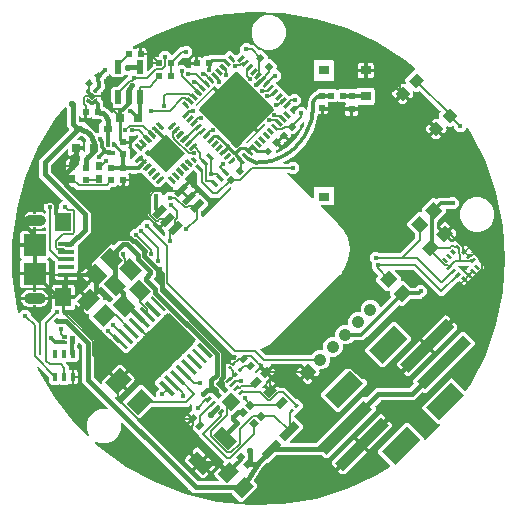
<source format=gbr>
G04 EAGLE Gerber RS-274X export*
G75*
%MOIN*%
%FSLAX34Y34*%
%LPD*%
%INTop Copper*%
%IPPOS*%
%AMOC8*
5,1,8,0,0,1.08239X$1,22.5*%
G01*
%ADD10R,0.031496X0.031496*%
%ADD11R,0.019685X0.019685*%
%ADD12C,0.005512*%
%ADD13R,0.090000X0.090000*%
%ADD14R,0.019685X0.019685*%
%ADD15C,0.009000*%
%ADD16C,0.003543*%
%ADD17R,0.011811X0.025984*%
%ADD18R,0.031496X0.023622*%
%ADD19R,0.021654X0.047244*%
%ADD20R,0.019685X0.027559*%
%ADD21C,0.003937*%
%ADD22C,0.002461*%
%ADD23R,0.013780X0.027559*%
%ADD24R,0.033858X0.031496*%
%ADD25R,0.019000X0.019000*%
%ADD26R,0.006000X0.006000*%
%ADD27R,0.023622X0.023622*%
%ADD28R,0.026000X0.038000*%
%ADD29R,0.007874X0.007874*%
%ADD30R,0.022000X0.024000*%
%ADD31R,0.023622X0.031496*%
%ADD32R,0.014000X0.013000*%
%ADD33R,0.044000X0.071000*%
%ADD34R,0.028000X0.069000*%
%ADD35R,0.044000X0.057000*%
%ADD36R,0.021654X0.009843*%
%ADD37R,0.043307X0.017717*%
%ADD38R,0.043307X0.043307*%
%ADD39R,0.011811X0.062992*%
%ADD40R,0.188976X0.125984*%
%ADD41R,0.055118X0.070866*%
%ADD42R,0.048819X0.059055*%
%ADD43R,0.018701X0.009843*%
%ADD44R,0.042323X0.039370*%
%ADD45R,0.039370X0.043307*%
%ADD46R,0.035433X0.035433*%
%ADD47R,0.039370X0.216535*%
%ADD48R,0.062992X0.118110*%
%ADD49R,0.053150X0.015748*%
%ADD50R,0.055118X0.062992*%
%ADD51R,0.074803X0.074803*%
%ADD52C,0.035433*%
%ADD53R,0.041339X0.041339*%
%ADD54C,0.041339*%
%ADD55C,0.010000*%
%ADD56C,0.012000*%
%ADD57C,0.016000*%
%ADD58C,0.015874*%
%ADD59C,0.019811*%
%ADD60C,0.006000*%
%ADD61C,0.008000*%
%ADD62C,0.021780*%
%ADD63C,0.017843*%

G36*
X8130Y-8942D02*
X8130Y-8942D01*
X8131Y-8942D01*
X9225Y-8905D01*
X9226Y-8905D01*
X9229Y-8905D01*
X10308Y-8723D01*
X10309Y-8722D01*
X10312Y-8722D01*
X11358Y-8397D01*
X11361Y-8396D01*
X12354Y-7935D01*
X12355Y-7935D01*
X12358Y-7933D01*
X12791Y-7657D01*
X12794Y-7654D01*
X12797Y-7651D01*
X12798Y-7651D01*
X12798Y-7650D01*
X12800Y-7647D01*
X12802Y-7643D01*
X12803Y-7642D01*
X12803Y-7638D01*
X12804Y-7634D01*
X12804Y-7633D01*
X12804Y-7628D01*
X12803Y-7624D01*
X12803Y-7623D01*
X12801Y-7619D01*
X12799Y-7616D01*
X12799Y-7615D01*
X12798Y-7614D01*
X12796Y-7611D01*
X12384Y-7199D01*
X12384Y-7099D01*
X13290Y-6194D01*
X13390Y-6194D01*
X13906Y-6710D01*
X13906Y-6753D01*
X13906Y-6754D01*
X13906Y-6756D01*
X13907Y-6759D01*
X13907Y-6762D01*
X13908Y-6764D01*
X13909Y-6765D01*
X13910Y-6768D01*
X13912Y-6771D01*
X13913Y-6772D01*
X13914Y-6773D01*
X13917Y-6775D01*
X13919Y-6777D01*
X13921Y-6778D01*
X13922Y-6779D01*
X13925Y-6780D01*
X13928Y-6781D01*
X13929Y-6781D01*
X13931Y-6782D01*
X13934Y-6782D01*
X13937Y-6782D01*
X13939Y-6782D01*
X13941Y-6782D01*
X13943Y-6780D01*
X13947Y-6780D01*
X13948Y-6779D01*
X13950Y-6778D01*
X13954Y-6775D01*
X14120Y-6635D01*
X14120Y-6634D01*
X14123Y-6632D01*
X14439Y-6283D01*
X14440Y-6281D01*
X14441Y-6279D01*
X14442Y-6277D01*
X14444Y-6275D01*
X14444Y-6273D01*
X14445Y-6271D01*
X14445Y-6268D01*
X14446Y-6266D01*
X14446Y-6263D01*
X14446Y-6261D01*
X14445Y-6259D01*
X14445Y-6256D01*
X14444Y-6254D01*
X14444Y-6252D01*
X14442Y-6250D01*
X14441Y-6247D01*
X14440Y-6246D01*
X14439Y-6244D01*
X14437Y-6242D01*
X14435Y-6240D01*
X14433Y-6239D01*
X14431Y-6238D01*
X14429Y-6237D01*
X14426Y-6236D01*
X14424Y-6235D01*
X14422Y-6235D01*
X14417Y-6234D01*
X14376Y-6234D01*
X13860Y-5718D01*
X13860Y-5618D01*
X14766Y-4712D01*
X14866Y-4712D01*
X15287Y-5133D01*
X15290Y-5135D01*
X15293Y-5138D01*
X15294Y-5138D01*
X15295Y-5139D01*
X15298Y-5140D01*
X15302Y-5141D01*
X15303Y-5141D01*
X15304Y-5141D01*
X15308Y-5141D01*
X15311Y-5141D01*
X15312Y-5141D01*
X15314Y-5141D01*
X15317Y-5140D01*
X15321Y-5139D01*
X15322Y-5138D01*
X15323Y-5138D01*
X15325Y-5135D01*
X15328Y-5133D01*
X15329Y-5132D01*
X15330Y-5131D01*
X15332Y-5129D01*
X15479Y-4915D01*
X15479Y-4914D01*
X15481Y-4911D01*
X15975Y-3934D01*
X15976Y-3931D01*
X16335Y-2897D01*
X16335Y-2896D01*
X16336Y-2895D01*
X16336Y-2894D01*
X16336Y-2893D01*
X16554Y-1820D01*
X16554Y-1819D01*
X16555Y-1816D01*
X16628Y-724D01*
X16628Y-723D01*
X16628Y-720D01*
X16555Y372D01*
X16555Y373D01*
X16554Y376D01*
X16336Y1449D01*
X16336Y1450D01*
X16335Y1453D01*
X15976Y2487D01*
X15976Y2488D01*
X15975Y2491D01*
X15481Y3468D01*
X15480Y3468D01*
X15479Y3471D01*
X15378Y3617D01*
X15378Y3618D01*
X15378Y3619D01*
X15375Y3621D01*
X15372Y3624D01*
X15371Y3624D01*
X15371Y3625D01*
X15367Y3627D01*
X15363Y3629D01*
X15362Y3629D01*
X15358Y3629D01*
X15354Y3630D01*
X15353Y3630D01*
X15352Y3630D01*
X15348Y3629D01*
X15344Y3628D01*
X15343Y3628D01*
X15340Y3625D01*
X15336Y3624D01*
X15336Y3623D01*
X15335Y3622D01*
X15332Y3619D01*
X15330Y3616D01*
X15329Y3616D01*
X15329Y3615D01*
X15328Y3611D01*
X15326Y3608D01*
X15326Y3607D01*
X15326Y3606D01*
X15326Y3605D01*
X15208Y3487D01*
X15042Y3487D01*
X14925Y3605D01*
X14925Y3667D01*
X14924Y3671D01*
X14924Y3675D01*
X14923Y3676D01*
X14923Y3677D01*
X14921Y3680D01*
X14920Y3684D01*
X14919Y3685D01*
X14918Y3686D01*
X14916Y3688D01*
X14902Y3703D01*
X14901Y3703D01*
X14901Y3704D01*
X14897Y3706D01*
X14894Y3708D01*
X14893Y3708D01*
X14893Y3709D01*
X14889Y3710D01*
X14885Y3711D01*
X14884Y3711D01*
X14879Y3711D01*
X14875Y3711D01*
X14875Y3710D01*
X14874Y3710D01*
X14870Y3709D01*
X14866Y3707D01*
X14865Y3706D01*
X14861Y3703D01*
X14821Y3665D01*
X14721Y3668D01*
X14710Y3679D01*
X14709Y3680D01*
X14708Y3681D01*
X14705Y3683D01*
X14702Y3685D01*
X14701Y3686D01*
X14700Y3686D01*
X14697Y3687D01*
X14693Y3688D01*
X14692Y3688D01*
X14691Y3688D01*
X14687Y3688D01*
X14683Y3688D01*
X14682Y3688D01*
X14678Y3686D01*
X14674Y3685D01*
X14674Y3684D01*
X14673Y3684D01*
X14670Y3681D01*
X14667Y3679D01*
X14666Y3678D01*
X14664Y3674D01*
X14662Y3671D01*
X14661Y3670D01*
X14661Y3669D01*
X14660Y3665D01*
X14659Y3662D01*
X14659Y3661D01*
X14659Y3660D01*
X14660Y3656D01*
X14660Y3652D01*
X14661Y3651D01*
X14661Y3650D01*
X14663Y3645D01*
X14669Y3634D01*
X14675Y3608D01*
X14675Y3581D01*
X14667Y3556D01*
X14654Y3533D01*
X14559Y3443D01*
X14388Y3622D01*
X14387Y3623D01*
X14386Y3624D01*
X14383Y3626D01*
X14380Y3628D01*
X14379Y3628D01*
X14378Y3629D01*
X14374Y3630D01*
X14371Y3631D01*
X14370Y3631D01*
X14369Y3631D01*
X14365Y3631D01*
X14361Y3631D01*
X14360Y3631D01*
X14359Y3630D01*
X14356Y3629D01*
X14352Y3628D01*
X14351Y3627D01*
X14350Y3627D01*
X14346Y3623D01*
X14324Y3602D01*
X14323Y3603D01*
X14345Y3624D01*
X14346Y3625D01*
X14347Y3626D01*
X14349Y3629D01*
X14351Y3632D01*
X14351Y3633D01*
X14352Y3634D01*
X14353Y3638D01*
X14354Y3641D01*
X14354Y3642D01*
X14354Y3643D01*
X14354Y3647D01*
X14354Y3651D01*
X14353Y3652D01*
X14353Y3653D01*
X14352Y3656D01*
X14351Y3660D01*
X14350Y3660D01*
X14350Y3661D01*
X14346Y3666D01*
X14175Y3845D01*
X14270Y3936D01*
X14293Y3948D01*
X14319Y3955D01*
X14346Y3954D01*
X14371Y3946D01*
X14383Y3940D01*
X14384Y3939D01*
X14388Y3937D01*
X14392Y3936D01*
X14393Y3936D01*
X14397Y3936D01*
X14401Y3935D01*
X14402Y3936D01*
X14403Y3936D01*
X14407Y3937D01*
X14410Y3938D01*
X14411Y3939D01*
X14412Y3939D01*
X14415Y3941D01*
X14418Y3943D01*
X14419Y3944D01*
X14420Y3945D01*
X14422Y3948D01*
X14424Y3951D01*
X14424Y3952D01*
X14425Y3953D01*
X14426Y3957D01*
X14427Y3960D01*
X14427Y3961D01*
X14427Y3962D01*
X14427Y3966D01*
X14427Y3970D01*
X14426Y3971D01*
X14426Y3972D01*
X14425Y3975D01*
X14423Y3979D01*
X14423Y3980D01*
X14422Y3980D01*
X14419Y3985D01*
X14408Y3997D01*
X14410Y4097D01*
X14467Y4151D01*
X14468Y4152D01*
X14469Y4153D01*
X14471Y4156D01*
X14473Y4158D01*
X14473Y4160D01*
X14474Y4161D01*
X14475Y4164D01*
X14476Y4168D01*
X14476Y4169D01*
X14476Y4170D01*
X14476Y4174D01*
X14476Y4177D01*
X14475Y4178D01*
X14475Y4180D01*
X14474Y4183D01*
X14473Y4186D01*
X14472Y4187D01*
X14471Y4188D01*
X14468Y4193D01*
X13789Y4872D01*
X13788Y4872D01*
X13788Y4873D01*
X13784Y4875D01*
X13781Y4877D01*
X13780Y4877D01*
X13780Y4878D01*
X13776Y4879D01*
X13772Y4880D01*
X13771Y4880D01*
X13770Y4880D01*
X13766Y4880D01*
X13762Y4880D01*
X13762Y4879D01*
X13761Y4879D01*
X13757Y4878D01*
X13753Y4876D01*
X13752Y4875D01*
X13748Y4872D01*
X13708Y4834D01*
X13608Y4836D01*
X13597Y4848D01*
X13596Y4849D01*
X13595Y4850D01*
X13592Y4852D01*
X13589Y4854D01*
X13588Y4854D01*
X13587Y4855D01*
X13583Y4856D01*
X13580Y4857D01*
X13579Y4857D01*
X13578Y4857D01*
X13574Y4857D01*
X13570Y4857D01*
X13569Y4857D01*
X13568Y4857D01*
X13565Y4855D01*
X13561Y4854D01*
X13560Y4853D01*
X13557Y4850D01*
X13554Y4848D01*
X13553Y4847D01*
X13552Y4846D01*
X13551Y4843D01*
X13549Y4840D01*
X13548Y4839D01*
X13548Y4838D01*
X13547Y4834D01*
X13546Y4831D01*
X13546Y4830D01*
X13546Y4829D01*
X13547Y4825D01*
X13547Y4821D01*
X13547Y4820D01*
X13548Y4819D01*
X13550Y4814D01*
X13556Y4803D01*
X13562Y4777D01*
X13562Y4750D01*
X13554Y4725D01*
X13540Y4702D01*
X13445Y4612D01*
X13274Y4791D01*
X13274Y4792D01*
X13273Y4793D01*
X13270Y4795D01*
X13267Y4797D01*
X13266Y4797D01*
X13265Y4798D01*
X13261Y4799D01*
X13258Y4800D01*
X13257Y4800D01*
X13256Y4800D01*
X13252Y4800D01*
X13248Y4800D01*
X13247Y4799D01*
X13246Y4799D01*
X13243Y4798D01*
X13239Y4797D01*
X13238Y4796D01*
X13237Y4796D01*
X13233Y4792D01*
X13211Y4771D01*
X13210Y4772D01*
X13232Y4793D01*
X13233Y4794D01*
X13233Y4795D01*
X13236Y4798D01*
X13238Y4801D01*
X13238Y4802D01*
X13239Y4803D01*
X13240Y4806D01*
X13241Y4810D01*
X13241Y4811D01*
X13241Y4812D01*
X13241Y4816D01*
X13241Y4820D01*
X13240Y4821D01*
X13240Y4822D01*
X13239Y4825D01*
X13237Y4829D01*
X13236Y4830D01*
X13233Y4835D01*
X13062Y5014D01*
X13157Y5105D01*
X13180Y5117D01*
X13206Y5124D01*
X13233Y5123D01*
X13258Y5115D01*
X13269Y5108D01*
X13270Y5108D01*
X13271Y5108D01*
X13275Y5106D01*
X13278Y5105D01*
X13279Y5105D01*
X13280Y5105D01*
X13284Y5105D01*
X13288Y5104D01*
X13289Y5105D01*
X13290Y5105D01*
X13293Y5106D01*
X13297Y5107D01*
X13298Y5108D01*
X13299Y5108D01*
X13302Y5110D01*
X13305Y5112D01*
X13306Y5113D01*
X13306Y5114D01*
X13308Y5117D01*
X13311Y5120D01*
X13311Y5121D01*
X13312Y5122D01*
X13312Y5126D01*
X13314Y5129D01*
X13314Y5130D01*
X13314Y5131D01*
X13314Y5135D01*
X13314Y5139D01*
X13313Y5140D01*
X13313Y5141D01*
X13312Y5144D01*
X13310Y5148D01*
X13309Y5149D01*
X13306Y5154D01*
X13295Y5166D01*
X13297Y5266D01*
X13619Y5572D01*
X13621Y5574D01*
X13622Y5576D01*
X13623Y5578D01*
X13625Y5580D01*
X13626Y5582D01*
X13627Y5585D01*
X13627Y5587D01*
X13628Y5589D01*
X13628Y5592D01*
X13628Y5594D01*
X13628Y5596D01*
X13628Y5598D01*
X13627Y5601D01*
X13626Y5604D01*
X13625Y5605D01*
X13624Y5607D01*
X13623Y5610D01*
X13621Y5612D01*
X13619Y5614D01*
X13619Y5615D01*
X13618Y5615D01*
X13618Y5616D01*
X13284Y5898D01*
X13283Y5898D01*
X13281Y5900D01*
X12358Y6489D01*
X12357Y6490D01*
X12354Y6491D01*
X11361Y6952D01*
X11358Y6954D01*
X10312Y7278D01*
X10311Y7278D01*
X10308Y7279D01*
X9229Y7461D01*
X9228Y7461D01*
X9225Y7461D01*
X8131Y7498D01*
X8130Y7498D01*
X8127Y7498D01*
X7038Y7388D01*
X7037Y7388D01*
X7034Y7387D01*
X5969Y7134D01*
X5968Y7133D01*
X5965Y7133D01*
X4944Y6739D01*
X4943Y6739D01*
X4940Y6737D01*
X4241Y6354D01*
X4240Y6354D01*
X4237Y6351D01*
X4234Y6349D01*
X4233Y6348D01*
X4231Y6344D01*
X4228Y6341D01*
X4228Y6340D01*
X4227Y6336D01*
X4226Y6331D01*
X4226Y6330D01*
X4226Y6326D01*
X4227Y6322D01*
X4227Y6321D01*
X4229Y6317D01*
X4231Y6313D01*
X4231Y6312D01*
X4234Y6308D01*
X4268Y6274D01*
X4269Y6274D01*
X4270Y6273D01*
X4273Y6271D01*
X4276Y6269D01*
X4277Y6268D01*
X4278Y6268D01*
X4282Y6267D01*
X4285Y6266D01*
X4286Y6266D01*
X4287Y6266D01*
X4291Y6266D01*
X4295Y6266D01*
X4296Y6267D01*
X4297Y6267D01*
X4300Y6268D01*
X4304Y6270D01*
X4305Y6270D01*
X4306Y6271D01*
X4310Y6274D01*
X4315Y6279D01*
X4338Y6292D01*
X4363Y6299D01*
X4427Y6299D01*
X4427Y6119D01*
X4427Y6118D01*
X4427Y6117D01*
X4427Y6113D01*
X4428Y6110D01*
X4429Y6109D01*
X4429Y6108D01*
X4431Y6105D01*
X4433Y6101D01*
X4434Y6100D01*
X4437Y6097D01*
X4440Y6095D01*
X4441Y6094D01*
X4445Y6092D01*
X4448Y6091D01*
X4449Y6091D01*
X4450Y6090D01*
X4456Y6090D01*
X4465Y6090D01*
X4465Y6081D01*
X4465Y6080D01*
X4465Y6079D01*
X4466Y6075D01*
X4467Y6071D01*
X4467Y6070D01*
X4467Y6069D01*
X4469Y6066D01*
X4471Y6063D01*
X4472Y6062D01*
X4472Y6061D01*
X4475Y6059D01*
X4478Y6056D01*
X4479Y6056D01*
X4480Y6055D01*
X4483Y6054D01*
X4487Y6052D01*
X4488Y6052D01*
X4489Y6052D01*
X4494Y6052D01*
X4674Y6052D01*
X4674Y5986D01*
X4674Y5985D01*
X4674Y5984D01*
X4674Y5982D01*
X4675Y5979D01*
X4675Y5976D01*
X4676Y5975D01*
X4676Y5973D01*
X4678Y5970D01*
X4679Y5968D01*
X4681Y5966D01*
X4681Y5965D01*
X4682Y5964D01*
X4683Y5963D01*
X4683Y5567D01*
X4684Y5564D01*
X4684Y5561D01*
X4684Y5559D01*
X4685Y5558D01*
X4686Y5555D01*
X4687Y5552D01*
X4688Y5551D01*
X4689Y5549D01*
X4691Y5547D01*
X4693Y5545D01*
X4695Y5544D01*
X4696Y5543D01*
X4699Y5541D01*
X4701Y5540D01*
X4703Y5540D01*
X4705Y5539D01*
X4708Y5538D01*
X4711Y5538D01*
X4713Y5538D01*
X4714Y5538D01*
X4717Y5539D01*
X4720Y5539D01*
X4722Y5540D01*
X4724Y5540D01*
X4726Y5542D01*
X4729Y5543D01*
X4731Y5545D01*
X4732Y5545D01*
X4732Y5546D01*
X4733Y5546D01*
X4877Y5691D01*
X4880Y5694D01*
X4882Y5697D01*
X4882Y5698D01*
X4883Y5698D01*
X4884Y5702D01*
X4885Y5706D01*
X4885Y5707D01*
X4886Y5708D01*
X4886Y5711D01*
X4886Y5752D01*
X5066Y5752D01*
X5067Y5752D01*
X5068Y5752D01*
X5072Y5752D01*
X5075Y5753D01*
X5076Y5754D01*
X5077Y5754D01*
X5080Y5756D01*
X5084Y5758D01*
X5085Y5759D01*
X5088Y5762D01*
X5090Y5765D01*
X5091Y5766D01*
X5093Y5770D01*
X5094Y5773D01*
X5094Y5774D01*
X5095Y5775D01*
X5095Y5781D01*
X5095Y5819D01*
X5095Y5820D01*
X5095Y5821D01*
X5094Y5825D01*
X5093Y5829D01*
X5093Y5830D01*
X5093Y5831D01*
X5091Y5834D01*
X5089Y5837D01*
X5088Y5838D01*
X5088Y5839D01*
X5085Y5841D01*
X5082Y5844D01*
X5081Y5844D01*
X5080Y5845D01*
X5077Y5846D01*
X5073Y5848D01*
X5072Y5848D01*
X5071Y5848D01*
X5066Y5848D01*
X4886Y5848D01*
X4886Y5912D01*
X4893Y5937D01*
X4906Y5960D01*
X4925Y5979D01*
X4948Y5992D01*
X4973Y5999D01*
X5061Y5999D01*
X5062Y5999D01*
X5063Y5999D01*
X5066Y6000D01*
X5070Y6001D01*
X5071Y6001D01*
X5072Y6001D01*
X5075Y6003D01*
X5078Y6005D01*
X5079Y6006D01*
X5080Y6007D01*
X5082Y6010D01*
X5085Y6012D01*
X5085Y6013D01*
X5086Y6014D01*
X5087Y6018D01*
X5089Y6021D01*
X5089Y6022D01*
X5089Y6023D01*
X5090Y6028D01*
X5090Y6083D01*
X5207Y6200D01*
X5373Y6200D01*
X5491Y6082D01*
X5491Y6081D01*
X5492Y6079D01*
X5493Y6077D01*
X5494Y6074D01*
X5495Y6073D01*
X5496Y6071D01*
X5498Y6069D01*
X5500Y6067D01*
X5502Y6066D01*
X5503Y6065D01*
X5506Y6063D01*
X5508Y6062D01*
X5510Y6061D01*
X5512Y6061D01*
X5515Y6060D01*
X5518Y6060D01*
X5520Y6060D01*
X5521Y6060D01*
X5524Y6060D01*
X5527Y6061D01*
X5529Y6062D01*
X5531Y6062D01*
X5533Y6064D01*
X5536Y6065D01*
X5538Y6067D01*
X5539Y6067D01*
X5539Y6068D01*
X5540Y6068D01*
X5691Y6219D01*
X5788Y6316D01*
X5851Y6316D01*
X5855Y6316D01*
X5858Y6317D01*
X5859Y6317D01*
X5860Y6317D01*
X5864Y6319D01*
X5867Y6321D01*
X5868Y6322D01*
X5869Y6322D01*
X5871Y6324D01*
X5912Y6365D01*
X6078Y6365D01*
X6195Y6248D01*
X6195Y6082D01*
X6078Y5965D01*
X5912Y5965D01*
X5908Y5969D01*
X5907Y5969D01*
X5907Y5970D01*
X5904Y5972D01*
X5900Y5974D01*
X5899Y5975D01*
X5895Y5976D01*
X5891Y5977D01*
X5890Y5977D01*
X5889Y5977D01*
X5886Y5977D01*
X5882Y5977D01*
X5881Y5976D01*
X5880Y5976D01*
X5876Y5975D01*
X5873Y5973D01*
X5872Y5973D01*
X5871Y5972D01*
X5867Y5969D01*
X5713Y5815D01*
X5710Y5811D01*
X5708Y5808D01*
X5708Y5807D01*
X5707Y5807D01*
X5706Y5803D01*
X5705Y5799D01*
X5705Y5798D01*
X5704Y5798D01*
X5704Y5797D01*
X5704Y5794D01*
X5704Y5730D01*
X5705Y5727D01*
X5705Y5725D01*
X5705Y5723D01*
X5706Y5721D01*
X5707Y5718D01*
X5708Y5716D01*
X5709Y5714D01*
X5710Y5712D01*
X5712Y5710D01*
X5714Y5708D01*
X5716Y5707D01*
X5717Y5706D01*
X5720Y5705D01*
X5722Y5703D01*
X5724Y5703D01*
X5726Y5702D01*
X5729Y5702D01*
X5732Y5701D01*
X5734Y5701D01*
X5736Y5701D01*
X5738Y5702D01*
X5741Y5702D01*
X5743Y5703D01*
X5745Y5703D01*
X5747Y5705D01*
X5750Y5706D01*
X5752Y5708D01*
X5753Y5709D01*
X5754Y5710D01*
X5765Y5720D01*
X5930Y5720D01*
X6012Y5639D01*
X6015Y5636D01*
X6018Y5634D01*
X6019Y5634D01*
X6020Y5633D01*
X6023Y5632D01*
X6027Y5631D01*
X6028Y5631D01*
X6029Y5630D01*
X6030Y5630D01*
X6032Y5630D01*
X6128Y5630D01*
X6133Y5631D01*
X6138Y5632D01*
X6142Y5634D01*
X6146Y5636D01*
X6149Y5640D01*
X6153Y5643D01*
X6155Y5648D01*
X6157Y5652D01*
X6157Y5657D01*
X6157Y5661D01*
X6157Y5662D01*
X6157Y5667D01*
X6151Y5688D01*
X6151Y5752D01*
X6331Y5752D01*
X6332Y5752D01*
X6333Y5752D01*
X6337Y5752D01*
X6340Y5753D01*
X6341Y5754D01*
X6342Y5754D01*
X6345Y5756D01*
X6349Y5758D01*
X6350Y5759D01*
X6353Y5762D01*
X6355Y5765D01*
X6356Y5766D01*
X6358Y5770D01*
X6359Y5773D01*
X6359Y5774D01*
X6360Y5775D01*
X6360Y5781D01*
X6360Y5790D01*
X6369Y5790D01*
X6370Y5790D01*
X6371Y5790D01*
X6375Y5791D01*
X6379Y5792D01*
X6380Y5792D01*
X6381Y5792D01*
X6384Y5794D01*
X6387Y5796D01*
X6388Y5797D01*
X6389Y5797D01*
X6391Y5800D01*
X6394Y5803D01*
X6394Y5804D01*
X6395Y5805D01*
X6396Y5808D01*
X6398Y5812D01*
X6398Y5813D01*
X6398Y5814D01*
X6398Y5819D01*
X6398Y5999D01*
X6462Y5999D01*
X6487Y5992D01*
X6510Y5979D01*
X6515Y5974D01*
X6516Y5974D01*
X6517Y5973D01*
X6520Y5971D01*
X6523Y5969D01*
X6524Y5968D01*
X6525Y5968D01*
X6529Y5967D01*
X6532Y5966D01*
X6533Y5966D01*
X6534Y5966D01*
X6538Y5966D01*
X6542Y5966D01*
X6543Y5967D01*
X6544Y5967D01*
X6547Y5968D01*
X6551Y5970D01*
X6552Y5971D01*
X6557Y5974D01*
X6602Y6019D01*
X6716Y6019D01*
X6719Y6020D01*
X6723Y6020D01*
X6724Y6021D01*
X6725Y6021D01*
X6729Y6023D01*
X6732Y6024D01*
X6733Y6025D01*
X6734Y6026D01*
X6736Y6028D01*
X6769Y6061D01*
X7241Y6061D01*
X7245Y6061D01*
X7249Y6062D01*
X7250Y6062D01*
X7251Y6062D01*
X7254Y6064D01*
X7258Y6066D01*
X7259Y6066D01*
X7259Y6067D01*
X7260Y6067D01*
X7262Y6069D01*
X7382Y6189D01*
X7496Y6189D01*
X7629Y6056D01*
X7630Y6055D01*
X7631Y6055D01*
X7634Y6053D01*
X7637Y6051D01*
X7638Y6050D01*
X7639Y6050D01*
X7643Y6049D01*
X7646Y6048D01*
X7647Y6048D01*
X7648Y6048D01*
X7652Y6048D01*
X7656Y6048D01*
X7657Y6048D01*
X7658Y6049D01*
X7661Y6050D01*
X7665Y6052D01*
X7666Y6052D01*
X7667Y6053D01*
X7671Y6056D01*
X7791Y6177D01*
X7794Y6180D01*
X7796Y6183D01*
X7796Y6184D01*
X7797Y6185D01*
X7798Y6188D01*
X7799Y6192D01*
X7799Y6193D01*
X7800Y6194D01*
X7800Y6197D01*
X7800Y6333D01*
X7917Y6450D01*
X8083Y6450D01*
X8124Y6409D01*
X8127Y6407D01*
X8130Y6405D01*
X8131Y6404D01*
X8135Y6403D01*
X8139Y6401D01*
X8140Y6401D01*
X8141Y6401D01*
X8144Y6401D01*
X8242Y6401D01*
X8413Y6230D01*
X8416Y6228D01*
X8420Y6225D01*
X8421Y6224D01*
X8425Y6223D01*
X8429Y6222D01*
X8430Y6222D01*
X8431Y6222D01*
X8434Y6221D01*
X8519Y6221D01*
X8729Y6011D01*
X8729Y5968D01*
X8729Y5967D01*
X8729Y5966D01*
X8729Y5962D01*
X8730Y5958D01*
X8731Y5957D01*
X8731Y5956D01*
X8733Y5953D01*
X8735Y5950D01*
X8735Y5949D01*
X8736Y5948D01*
X8739Y5946D01*
X8742Y5943D01*
X8743Y5943D01*
X8743Y5942D01*
X8747Y5941D01*
X8750Y5939D01*
X8751Y5939D01*
X8752Y5939D01*
X8758Y5939D01*
X8801Y5939D01*
X9011Y5729D01*
X9011Y5629D01*
X9008Y5625D01*
X9006Y5623D01*
X9004Y5621D01*
X9003Y5619D01*
X9002Y5617D01*
X9001Y5614D01*
X9000Y5612D01*
X9000Y5610D01*
X9000Y5608D01*
X9000Y5605D01*
X8999Y5602D01*
X9000Y5600D01*
X9000Y5599D01*
X9001Y5596D01*
X9002Y5593D01*
X9003Y5591D01*
X9003Y5590D01*
X9005Y5587D01*
X9007Y5585D01*
X9008Y5584D01*
X9009Y5582D01*
X9012Y5581D01*
X9014Y5579D01*
X9016Y5578D01*
X9018Y5577D01*
X9138Y5458D01*
X9138Y5292D01*
X9020Y5175D01*
X9003Y5175D01*
X9000Y5174D01*
X8997Y5174D01*
X8995Y5174D01*
X8994Y5173D01*
X8991Y5172D01*
X8988Y5171D01*
X8987Y5170D01*
X8985Y5169D01*
X8983Y5167D01*
X8981Y5165D01*
X8980Y5163D01*
X8979Y5162D01*
X8977Y5159D01*
X8976Y5157D01*
X8975Y5155D01*
X8975Y5153D01*
X8974Y5150D01*
X8974Y5147D01*
X8974Y5145D01*
X8974Y5144D01*
X8974Y5141D01*
X8975Y5138D01*
X8976Y5136D01*
X8976Y5134D01*
X8978Y5132D01*
X8979Y5129D01*
X8981Y5127D01*
X8981Y5126D01*
X8982Y5126D01*
X8982Y5125D01*
X9041Y5066D01*
X9319Y4788D01*
X9392Y4715D01*
X9393Y4715D01*
X9393Y4714D01*
X9397Y4712D01*
X9400Y4710D01*
X9401Y4709D01*
X9402Y4709D01*
X9405Y4708D01*
X9409Y4707D01*
X9410Y4707D01*
X9411Y4707D01*
X9415Y4707D01*
X9418Y4707D01*
X9419Y4708D01*
X9420Y4708D01*
X9424Y4709D01*
X9427Y4711D01*
X9428Y4711D01*
X9429Y4712D01*
X9431Y4713D01*
X9466Y4713D01*
X9470Y4714D01*
X9473Y4714D01*
X9474Y4715D01*
X9475Y4715D01*
X9479Y4717D01*
X9482Y4718D01*
X9483Y4719D01*
X9484Y4720D01*
X9486Y4722D01*
X9527Y4763D01*
X9693Y4763D01*
X9810Y4645D01*
X9810Y4480D01*
X9693Y4362D01*
X9560Y4362D01*
X9556Y4362D01*
X9552Y4361D01*
X9551Y4361D01*
X9550Y4361D01*
X9547Y4359D01*
X9543Y4357D01*
X9542Y4356D01*
X9541Y4356D01*
X9539Y4354D01*
X9456Y4271D01*
X9455Y4270D01*
X9455Y4269D01*
X9454Y4267D01*
X9453Y4266D01*
X9452Y4265D01*
X9451Y4263D01*
X9450Y4262D01*
X9450Y4261D01*
X9449Y4258D01*
X9449Y4257D01*
X9448Y4254D01*
X9448Y4253D01*
X9448Y4252D01*
X9448Y4249D01*
X9448Y4248D01*
X9448Y4244D01*
X9448Y4243D01*
X9449Y4242D01*
X9450Y4239D01*
X9452Y4235D01*
X9452Y4234D01*
X9453Y4233D01*
X9456Y4229D01*
X9577Y4108D01*
X9580Y4106D01*
X9582Y4104D01*
X9584Y4103D01*
X9585Y4102D01*
X9588Y4102D01*
X9591Y4100D01*
X9593Y4100D01*
X9594Y4100D01*
X9597Y4100D01*
X9600Y4099D01*
X9602Y4100D01*
X9604Y4100D01*
X9607Y4101D01*
X9610Y4102D01*
X9611Y4103D01*
X9613Y4103D01*
X9615Y4105D01*
X9618Y4107D01*
X9619Y4108D01*
X9620Y4110D01*
X9622Y4112D01*
X9624Y4114D01*
X9624Y4116D01*
X9625Y4118D01*
X9626Y4121D01*
X9627Y4123D01*
X9627Y4126D01*
X9627Y4127D01*
X9627Y4128D01*
X9627Y4129D01*
X9627Y4205D01*
X9745Y4323D01*
X9910Y4323D01*
X9983Y4250D01*
X9985Y4249D01*
X9986Y4247D01*
X9989Y4246D01*
X9991Y4244D01*
X9993Y4244D01*
X9995Y4243D01*
X9998Y4242D01*
X10000Y4241D01*
X10002Y4241D01*
X10004Y4241D01*
X10007Y4242D01*
X10010Y4242D01*
X10012Y4242D01*
X10014Y4243D01*
X10016Y4244D01*
X10019Y4245D01*
X10020Y4246D01*
X10022Y4247D01*
X10024Y4249D01*
X10026Y4251D01*
X10027Y4253D01*
X10028Y4254D01*
X10030Y4257D01*
X10031Y4259D01*
X10032Y4261D01*
X10032Y4263D01*
X10033Y4268D01*
X10039Y4360D01*
X10039Y4361D01*
X10039Y4362D01*
X10039Y4515D01*
X10107Y4679D01*
X10233Y4804D01*
X10288Y4827D01*
X10292Y4830D01*
X10296Y4832D01*
X10296Y4833D01*
X10299Y4836D01*
X10302Y4840D01*
X10304Y4844D01*
X10305Y4847D01*
X10377Y4919D01*
X10659Y4919D01*
X10663Y4920D01*
X10667Y4920D01*
X10668Y4921D01*
X10669Y4921D01*
X10672Y4923D01*
X10676Y4924D01*
X10973Y4924D01*
X11004Y4893D01*
X11005Y4893D01*
X11006Y4892D01*
X11009Y4890D01*
X11012Y4888D01*
X11013Y4887D01*
X11014Y4887D01*
X11018Y4886D01*
X11021Y4885D01*
X11022Y4885D01*
X11023Y4885D01*
X11027Y4885D01*
X11031Y4885D01*
X11032Y4886D01*
X11033Y4886D01*
X11036Y4887D01*
X11040Y4889D01*
X11041Y4889D01*
X11042Y4890D01*
X11046Y4893D01*
X11077Y4924D01*
X11324Y4924D01*
X11327Y4925D01*
X11331Y4925D01*
X11332Y4926D01*
X11333Y4926D01*
X11336Y4928D01*
X11340Y4929D01*
X11341Y4930D01*
X11342Y4930D01*
X11675Y4930D01*
X11676Y4931D01*
X11677Y4930D01*
X11681Y4931D01*
X11684Y4932D01*
X11685Y4932D01*
X11686Y4933D01*
X11690Y4935D01*
X11693Y4936D01*
X11694Y4937D01*
X11694Y4938D01*
X11697Y4941D01*
X11699Y4943D01*
X11700Y4944D01*
X11700Y4945D01*
X11702Y4949D01*
X11703Y4951D01*
X11716Y4964D01*
X12254Y4964D01*
X12266Y4952D01*
X12266Y4910D01*
X12266Y4906D01*
X12267Y4902D01*
X12267Y4901D01*
X12269Y4897D01*
X12271Y4894D01*
X12272Y4893D01*
X12272Y4892D01*
X12272Y4476D01*
X12272Y4475D01*
X12270Y4472D01*
X12269Y4471D01*
X12268Y4467D01*
X12266Y4463D01*
X12266Y4462D01*
X12266Y4461D01*
X12266Y4458D01*
X12266Y4426D01*
X12254Y4414D01*
X12222Y4414D01*
X12218Y4414D01*
X12214Y4413D01*
X12213Y4413D01*
X12209Y4411D01*
X12206Y4409D01*
X12205Y4408D01*
X12204Y4408D01*
X12202Y4406D01*
X11758Y4406D01*
X11757Y4406D01*
X11756Y4406D01*
X11752Y4405D01*
X11749Y4404D01*
X11748Y4404D01*
X11747Y4403D01*
X11744Y4401D01*
X11740Y4400D01*
X11740Y4399D01*
X11739Y4398D01*
X11736Y4395D01*
X11734Y4393D01*
X11733Y4392D01*
X11733Y4391D01*
X11731Y4387D01*
X11730Y4384D01*
X11730Y4383D01*
X11729Y4382D01*
X11729Y4376D01*
X11729Y4317D01*
X11539Y4317D01*
X11538Y4317D01*
X11537Y4317D01*
X11533Y4316D01*
X11530Y4315D01*
X11529Y4315D01*
X11528Y4314D01*
X11525Y4312D01*
X11521Y4311D01*
X11520Y4310D01*
X11520Y4309D01*
X11517Y4306D01*
X11515Y4304D01*
X11514Y4303D01*
X11514Y4302D01*
X11512Y4298D01*
X11511Y4295D01*
X11511Y4294D01*
X11510Y4293D01*
X11510Y4290D01*
X11509Y4293D01*
X11509Y4297D01*
X11508Y4298D01*
X11508Y4299D01*
X11506Y4302D01*
X11504Y4305D01*
X11503Y4306D01*
X11503Y4307D01*
X11500Y4309D01*
X11497Y4312D01*
X11496Y4312D01*
X11495Y4313D01*
X11492Y4314D01*
X11488Y4316D01*
X11487Y4316D01*
X11486Y4316D01*
X11481Y4317D01*
X11291Y4317D01*
X11291Y4390D01*
X11298Y4415D01*
X11312Y4440D01*
X11312Y4441D01*
X11313Y4442D01*
X11314Y4444D01*
X11315Y4446D01*
X11316Y4449D01*
X11316Y4450D01*
X11317Y4451D01*
X11317Y4453D01*
X11317Y4456D01*
X11317Y4459D01*
X11317Y4460D01*
X11317Y4461D01*
X11317Y4462D01*
X11316Y4465D01*
X11315Y4468D01*
X11314Y4470D01*
X11313Y4471D01*
X11311Y4474D01*
X11310Y4476D01*
X11308Y4477D01*
X11307Y4479D01*
X11305Y4480D01*
X11302Y4482D01*
X11301Y4483D01*
X11299Y4484D01*
X11296Y4484D01*
X11293Y4485D01*
X11291Y4486D01*
X11290Y4486D01*
X11289Y4486D01*
X11288Y4486D01*
X11077Y4486D01*
X11046Y4517D01*
X11045Y4517D01*
X11044Y4518D01*
X11041Y4520D01*
X11038Y4522D01*
X11037Y4523D01*
X11036Y4523D01*
X11032Y4524D01*
X11029Y4525D01*
X11028Y4525D01*
X11027Y4525D01*
X11023Y4525D01*
X11019Y4525D01*
X11018Y4524D01*
X11017Y4524D01*
X11014Y4523D01*
X11010Y4521D01*
X11009Y4521D01*
X11008Y4520D01*
X11004Y4517D01*
X10973Y4486D01*
X10740Y4486D01*
X10736Y4485D01*
X10732Y4485D01*
X10731Y4484D01*
X10727Y4482D01*
X10724Y4481D01*
X10723Y4480D01*
X10722Y4480D01*
X10719Y4477D01*
X10717Y4474D01*
X10716Y4473D01*
X10714Y4469D01*
X10712Y4466D01*
X10712Y4465D01*
X10712Y4464D01*
X10711Y4460D01*
X10711Y4456D01*
X10711Y4455D01*
X10711Y4454D01*
X10712Y4451D01*
X10712Y4447D01*
X10713Y4446D01*
X10713Y4445D01*
X10713Y4444D01*
X10715Y4442D01*
X10717Y4437D01*
X10724Y4412D01*
X10724Y4348D01*
X10544Y4348D01*
X10543Y4348D01*
X10542Y4348D01*
X10538Y4348D01*
X10535Y4347D01*
X10534Y4346D01*
X10533Y4346D01*
X10530Y4344D01*
X10526Y4342D01*
X10525Y4341D01*
X10522Y4338D01*
X10520Y4335D01*
X10519Y4334D01*
X10517Y4330D01*
X10516Y4327D01*
X10516Y4326D01*
X10515Y4325D01*
X10515Y4319D01*
X10515Y4310D01*
X10506Y4310D01*
X10505Y4310D01*
X10504Y4310D01*
X10500Y4309D01*
X10496Y4308D01*
X10495Y4308D01*
X10494Y4308D01*
X10491Y4306D01*
X10488Y4304D01*
X10487Y4303D01*
X10486Y4303D01*
X10484Y4300D01*
X10481Y4297D01*
X10481Y4296D01*
X10480Y4295D01*
X10479Y4292D01*
X10477Y4288D01*
X10477Y4287D01*
X10477Y4286D01*
X10477Y4281D01*
X10477Y4101D01*
X10426Y4101D01*
X10424Y4100D01*
X10422Y4101D01*
X10419Y4100D01*
X10416Y4099D01*
X10415Y4098D01*
X10413Y4098D01*
X10410Y4096D01*
X10408Y4095D01*
X10407Y4093D01*
X10405Y4092D01*
X10403Y4090D01*
X10402Y4088D01*
X10401Y4086D01*
X10400Y4084D01*
X10398Y4079D01*
X10367Y3965D01*
X10359Y3936D01*
X10336Y3848D01*
X10328Y3819D01*
X10297Y3702D01*
X10289Y3673D01*
X10260Y3566D01*
X9989Y3096D01*
X9605Y2712D01*
X9241Y2502D01*
X9240Y2501D01*
X9238Y2500D01*
X9236Y2498D01*
X9234Y2496D01*
X9233Y2494D01*
X9231Y2493D01*
X9230Y2490D01*
X9229Y2488D01*
X9228Y2486D01*
X9228Y2484D01*
X9227Y2481D01*
X9227Y2479D01*
X9227Y2477D01*
X9227Y2475D01*
X9227Y2472D01*
X9228Y2469D01*
X9228Y2467D01*
X9229Y2465D01*
X9230Y2463D01*
X9232Y2460D01*
X9233Y2459D01*
X9234Y2457D01*
X9236Y2455D01*
X9238Y2453D01*
X9240Y2453D01*
X9241Y2451D01*
X9244Y2450D01*
X9247Y2449D01*
X9249Y2449D01*
X9250Y2448D01*
X9256Y2448D01*
X9402Y2448D01*
X9406Y2448D01*
X9410Y2449D01*
X9411Y2449D01*
X9412Y2449D01*
X9415Y2451D01*
X9419Y2453D01*
X9420Y2453D01*
X9420Y2454D01*
X9421Y2454D01*
X9423Y2456D01*
X9480Y2513D01*
X9645Y2513D01*
X9763Y2395D01*
X9763Y2230D01*
X9645Y2112D01*
X9480Y2112D01*
X9455Y2137D01*
X9451Y2140D01*
X9448Y2142D01*
X9447Y2143D01*
X9443Y2144D01*
X9439Y2146D01*
X9438Y2146D01*
X9437Y2146D01*
X9434Y2146D01*
X9388Y2146D01*
X9386Y2146D01*
X9383Y2145D01*
X9381Y2145D01*
X9379Y2144D01*
X9377Y2143D01*
X9374Y2142D01*
X9372Y2141D01*
X9371Y2140D01*
X9369Y2138D01*
X9366Y2136D01*
X9365Y2134D01*
X9364Y2133D01*
X9363Y2130D01*
X9361Y2128D01*
X9361Y2126D01*
X9360Y2124D01*
X9360Y2121D01*
X9359Y2119D01*
X9359Y2117D01*
X9359Y2115D01*
X9360Y2112D01*
X9360Y2109D01*
X9361Y2107D01*
X9361Y2105D01*
X9363Y2103D01*
X9364Y2100D01*
X9366Y2099D01*
X9367Y2097D01*
X9369Y2096D01*
X9371Y2093D01*
X9373Y2092D01*
X9374Y2091D01*
X9375Y2091D01*
X9406Y2075D01*
X9498Y1984D01*
X9500Y1983D01*
X9544Y1939D01*
X9587Y1897D01*
X9588Y1896D01*
X9589Y1894D01*
X10189Y1296D01*
X10192Y1295D01*
X10194Y1293D01*
X10196Y1292D01*
X10197Y1291D01*
X10200Y1290D01*
X10203Y1289D01*
X10204Y1289D01*
X10206Y1288D01*
X10209Y1288D01*
X10212Y1288D01*
X10214Y1288D01*
X10216Y1288D01*
X10219Y1289D01*
X10221Y1290D01*
X10223Y1291D01*
X10225Y1292D01*
X10227Y1294D01*
X10229Y1295D01*
X10231Y1297D01*
X10232Y1298D01*
X10234Y1300D01*
X10235Y1303D01*
X10236Y1304D01*
X10237Y1306D01*
X10238Y1309D01*
X10239Y1312D01*
X10239Y1315D01*
X10239Y1316D01*
X10239Y1317D01*
X10239Y1656D01*
X10254Y1671D01*
X10901Y1671D01*
X10916Y1656D01*
X10916Y1072D01*
X10901Y1057D01*
X10501Y1057D01*
X10498Y1056D01*
X10495Y1056D01*
X10493Y1055D01*
X10491Y1055D01*
X10489Y1054D01*
X10486Y1053D01*
X10484Y1052D01*
X10483Y1051D01*
X10481Y1048D01*
X10479Y1047D01*
X10478Y1045D01*
X10476Y1044D01*
X10475Y1041D01*
X10474Y1038D01*
X10473Y1037D01*
X10472Y1035D01*
X10472Y1032D01*
X10471Y1029D01*
X10472Y1027D01*
X10471Y1025D01*
X10472Y1023D01*
X10473Y1020D01*
X10473Y1018D01*
X10474Y1016D01*
X10475Y1014D01*
X10477Y1011D01*
X10478Y1009D01*
X10479Y1008D01*
X10480Y1007D01*
X11038Y451D01*
X11041Y449D01*
X11043Y447D01*
X11083Y406D01*
X11124Y366D01*
X11124Y365D01*
X11125Y364D01*
X11125Y363D01*
X11126Y362D01*
X11128Y360D01*
X11209Y277D01*
X11375Y-42D01*
X11442Y-396D01*
X11403Y-753D01*
X11262Y-1084D01*
X11183Y-1180D01*
X11181Y-1182D01*
X11180Y-1184D01*
X11179Y-1186D01*
X11178Y-1188D01*
X11177Y-1190D01*
X11176Y-1193D01*
X11176Y-1194D01*
X11144Y-1226D01*
X11144Y-1227D01*
X11142Y-1228D01*
X11113Y-1263D01*
X11112Y-1263D01*
X11110Y-1264D01*
X11108Y-1264D01*
X11106Y-1266D01*
X11104Y-1267D01*
X11101Y-1269D01*
X11100Y-1270D01*
X11099Y-1270D01*
X10017Y-2348D01*
X10016Y-2348D01*
X8941Y-3426D01*
X8939Y-3429D01*
X8937Y-3431D01*
X8936Y-3433D01*
X8935Y-3434D01*
X8897Y-3470D01*
X8897Y-3471D01*
X8896Y-3471D01*
X8858Y-3509D01*
X8855Y-3511D01*
X8853Y-3512D01*
X8852Y-3512D01*
X8852Y-3513D01*
X8850Y-3514D01*
X8759Y-3600D01*
X8481Y-3730D01*
X8480Y-3730D01*
X8478Y-3731D01*
X8476Y-3733D01*
X8473Y-3735D01*
X8472Y-3736D01*
X8471Y-3737D01*
X8469Y-3740D01*
X8467Y-3743D01*
X8467Y-3744D01*
X8466Y-3745D01*
X8465Y-3748D01*
X8464Y-3752D01*
X8464Y-3753D01*
X8464Y-3754D01*
X8464Y-3758D01*
X8464Y-3761D01*
X8465Y-3763D01*
X8465Y-3764D01*
X8467Y-3767D01*
X8468Y-3770D01*
X8469Y-3771D01*
X8469Y-3773D01*
X8473Y-3777D01*
X8626Y-3930D01*
X8630Y-3933D01*
X8633Y-3935D01*
X8633Y-3936D01*
X8634Y-3936D01*
X8638Y-3937D01*
X8642Y-3939D01*
X8643Y-3939D01*
X8644Y-3939D01*
X8647Y-3939D01*
X10150Y-3939D01*
X10151Y-3939D01*
X10155Y-3938D01*
X10160Y-3937D01*
X10164Y-3935D01*
X10168Y-3933D01*
X10169Y-3933D01*
X10172Y-3929D01*
X10175Y-3926D01*
X10178Y-3921D01*
X10184Y-3904D01*
X10277Y-3812D01*
X10397Y-3762D01*
X10523Y-3762D01*
X10524Y-3762D01*
X10525Y-3762D01*
X10529Y-3761D01*
X10532Y-3761D01*
X10533Y-3760D01*
X10534Y-3760D01*
X10537Y-3758D01*
X10541Y-3756D01*
X10541Y-3755D01*
X10542Y-3755D01*
X10545Y-3752D01*
X10547Y-3749D01*
X10548Y-3748D01*
X10548Y-3747D01*
X10550Y-3744D01*
X10551Y-3740D01*
X10551Y-3739D01*
X10552Y-3738D01*
X10552Y-3733D01*
X10552Y-3607D01*
X10602Y-3487D01*
X10694Y-3395D01*
X10814Y-3345D01*
X10940Y-3345D01*
X10942Y-3345D01*
X10943Y-3345D01*
X10946Y-3344D01*
X10950Y-3343D01*
X10951Y-3343D01*
X10952Y-3342D01*
X10955Y-3340D01*
X10958Y-3339D01*
X10959Y-3338D01*
X10960Y-3337D01*
X10962Y-3334D01*
X10965Y-3332D01*
X10965Y-3331D01*
X10966Y-3330D01*
X10967Y-3326D01*
X10969Y-3323D01*
X10969Y-3322D01*
X10969Y-3321D01*
X10970Y-3315D01*
X10970Y-3189D01*
X11020Y-3069D01*
X11112Y-2977D01*
X11232Y-2927D01*
X11358Y-2927D01*
X11359Y-2927D01*
X11360Y-2927D01*
X11364Y-2926D01*
X11368Y-2926D01*
X11368Y-2925D01*
X11369Y-2925D01*
X11373Y-2923D01*
X11376Y-2921D01*
X11377Y-2920D01*
X11378Y-2920D01*
X11380Y-2917D01*
X11382Y-2914D01*
X11383Y-2913D01*
X11384Y-2912D01*
X11385Y-2909D01*
X11386Y-2905D01*
X11386Y-2904D01*
X11387Y-2903D01*
X11387Y-2898D01*
X11387Y-2772D01*
X11437Y-2652D01*
X11529Y-2559D01*
X11650Y-2510D01*
X11776Y-2510D01*
X11777Y-2509D01*
X11778Y-2509D01*
X11781Y-2509D01*
X11785Y-2508D01*
X11786Y-2508D01*
X11787Y-2507D01*
X11790Y-2505D01*
X11794Y-2503D01*
X11795Y-2502D01*
X11797Y-2499D01*
X11800Y-2496D01*
X11801Y-2495D01*
X11802Y-2491D01*
X11804Y-2488D01*
X11804Y-2487D01*
X11804Y-2486D01*
X11805Y-2480D01*
X11805Y-2354D01*
X11855Y-2234D01*
X11947Y-2142D01*
X12067Y-2092D01*
X12197Y-2092D01*
X12318Y-2142D01*
X12410Y-2234D01*
X12446Y-2322D01*
X12447Y-2323D01*
X12448Y-2325D01*
X12450Y-2328D01*
X12451Y-2330D01*
X12453Y-2331D01*
X12454Y-2333D01*
X12457Y-2334D01*
X12459Y-2336D01*
X12461Y-2337D01*
X12462Y-2338D01*
X12465Y-2338D01*
X12468Y-2339D01*
X12470Y-2339D01*
X12472Y-2340D01*
X12474Y-2340D01*
X12477Y-2340D01*
X12479Y-2339D01*
X12481Y-2339D01*
X12484Y-2338D01*
X12486Y-2337D01*
X12488Y-2336D01*
X12490Y-2335D01*
X12494Y-2331D01*
X12820Y-2006D01*
X12820Y-2005D01*
X12821Y-2004D01*
X12823Y-2001D01*
X12825Y-1998D01*
X12825Y-1997D01*
X12826Y-1996D01*
X12827Y-1992D01*
X12828Y-1989D01*
X12828Y-1988D01*
X12828Y-1987D01*
X12828Y-1983D01*
X12828Y-1979D01*
X12827Y-1978D01*
X12827Y-1977D01*
X12825Y-1974D01*
X12824Y-1970D01*
X12823Y-1970D01*
X12823Y-1969D01*
X12820Y-1964D01*
X12793Y-1938D01*
X12793Y-1843D01*
X12793Y-1842D01*
X12793Y-1841D01*
X12793Y-1838D01*
X12792Y-1834D01*
X12791Y-1833D01*
X12791Y-1832D01*
X12789Y-1829D01*
X12787Y-1826D01*
X12787Y-1825D01*
X12786Y-1824D01*
X12783Y-1822D01*
X12780Y-1819D01*
X12779Y-1819D01*
X12779Y-1818D01*
X12775Y-1817D01*
X12772Y-1815D01*
X12771Y-1815D01*
X12770Y-1815D01*
X12764Y-1814D01*
X12669Y-1814D01*
X12320Y-1465D01*
X12320Y-1365D01*
X12381Y-1304D01*
X12382Y-1303D01*
X12383Y-1302D01*
X12385Y-1299D01*
X12387Y-1296D01*
X12387Y-1295D01*
X12388Y-1294D01*
X12389Y-1291D01*
X12390Y-1287D01*
X12390Y-1286D01*
X12390Y-1285D01*
X12390Y-1281D01*
X12389Y-1277D01*
X12389Y-1276D01*
X12389Y-1275D01*
X12387Y-1272D01*
X12386Y-1268D01*
X12385Y-1268D01*
X12385Y-1267D01*
X12381Y-1262D01*
X12321Y-1202D01*
X12224Y-1105D01*
X12224Y-1082D01*
X12224Y-1078D01*
X12223Y-1074D01*
X12223Y-1073D01*
X12223Y-1072D01*
X12221Y-1069D01*
X12219Y-1065D01*
X12218Y-1064D01*
X12218Y-1063D01*
X12216Y-1061D01*
X12175Y-1020D01*
X12175Y-845D01*
X12174Y-841D01*
X12174Y-837D01*
X12173Y-836D01*
X12171Y-832D01*
X12170Y-828D01*
X12169Y-828D01*
X12169Y-827D01*
X12168Y-827D01*
X12166Y-824D01*
X12112Y-770D01*
X12112Y-605D01*
X12230Y-487D01*
X12395Y-487D01*
X12436Y-528D01*
X12439Y-530D01*
X12443Y-533D01*
X12444Y-534D01*
X12448Y-535D01*
X12451Y-536D01*
X12453Y-536D01*
X12453Y-537D01*
X12454Y-536D01*
X12457Y-537D01*
X13113Y-537D01*
X13117Y-536D01*
X13121Y-536D01*
X13122Y-535D01*
X13126Y-533D01*
X13129Y-532D01*
X13130Y-531D01*
X13131Y-531D01*
X13131Y-530D01*
X13134Y-528D01*
X13620Y-42D01*
X13622Y-39D01*
X13624Y-36D01*
X13625Y-35D01*
X13625Y-34D01*
X13626Y-31D01*
X13628Y-27D01*
X13628Y-26D01*
X13628Y-25D01*
X13628Y-22D01*
X13628Y98D01*
X13628Y99D01*
X13628Y100D01*
X13627Y102D01*
X13627Y106D01*
X13627Y107D01*
X13627Y108D01*
X13625Y111D01*
X13623Y115D01*
X13622Y116D01*
X13621Y117D01*
X13620Y119D01*
X13366Y373D01*
X13366Y473D01*
X13715Y822D01*
X13810Y822D01*
X13811Y822D01*
X13812Y822D01*
X13816Y823D01*
X13819Y823D01*
X13820Y824D01*
X13821Y824D01*
X13824Y826D01*
X13828Y828D01*
X13828Y829D01*
X13829Y829D01*
X13832Y832D01*
X13834Y835D01*
X13835Y836D01*
X13835Y837D01*
X13837Y840D01*
X13838Y844D01*
X13838Y845D01*
X13839Y846D01*
X13839Y851D01*
X13839Y946D01*
X14188Y1295D01*
X14288Y1295D01*
X14328Y1255D01*
X14329Y1254D01*
X14330Y1254D01*
X14333Y1252D01*
X14336Y1249D01*
X14337Y1249D01*
X14338Y1249D01*
X14342Y1248D01*
X14345Y1247D01*
X14346Y1247D01*
X14347Y1247D01*
X14351Y1247D01*
X14355Y1247D01*
X14356Y1247D01*
X14357Y1248D01*
X14360Y1249D01*
X14364Y1250D01*
X14364Y1251D01*
X14365Y1252D01*
X14370Y1255D01*
X14420Y1306D01*
X14761Y1306D01*
X14765Y1306D01*
X14768Y1307D01*
X14769Y1307D01*
X14770Y1307D01*
X14774Y1309D01*
X14777Y1311D01*
X14778Y1312D01*
X14779Y1312D01*
X14781Y1314D01*
X14792Y1325D01*
X14958Y1325D01*
X15075Y1208D01*
X15075Y1042D01*
X14958Y925D01*
X14792Y925D01*
X14781Y936D01*
X14778Y938D01*
X14775Y940D01*
X14774Y941D01*
X14770Y942D01*
X14766Y944D01*
X14765Y944D01*
X14764Y944D01*
X14761Y944D01*
X14694Y944D01*
X14693Y944D01*
X14692Y944D01*
X14689Y943D01*
X14685Y943D01*
X14684Y942D01*
X14683Y942D01*
X14680Y940D01*
X14677Y938D01*
X14676Y937D01*
X14675Y937D01*
X14673Y934D01*
X14670Y931D01*
X14670Y930D01*
X14669Y929D01*
X14668Y926D01*
X14666Y922D01*
X14666Y921D01*
X14666Y920D01*
X14665Y915D01*
X14665Y818D01*
X14379Y532D01*
X14377Y529D01*
X14374Y526D01*
X14374Y525D01*
X14373Y524D01*
X14372Y520D01*
X14371Y517D01*
X14371Y515D01*
X14371Y514D01*
X14370Y511D01*
X14370Y281D01*
X14371Y277D01*
X14371Y273D01*
X14372Y273D01*
X14372Y272D01*
X14374Y268D01*
X14375Y265D01*
X14376Y264D01*
X14376Y263D01*
X14377Y263D01*
X14379Y261D01*
X14549Y91D01*
X14549Y90D01*
X14550Y90D01*
X14553Y88D01*
X14556Y85D01*
X14557Y85D01*
X14558Y85D01*
X14562Y84D01*
X14565Y83D01*
X14567Y83D01*
X14568Y82D01*
X14571Y83D01*
X14575Y83D01*
X14576Y83D01*
X14577Y83D01*
X14580Y85D01*
X14584Y86D01*
X14585Y87D01*
X14586Y88D01*
X14590Y91D01*
X14612Y113D01*
X14613Y112D01*
X14591Y90D01*
X14590Y89D01*
X14590Y88D01*
X14588Y85D01*
X14585Y82D01*
X14585Y81D01*
X14585Y80D01*
X14584Y77D01*
X14583Y73D01*
X14583Y72D01*
X14582Y71D01*
X14583Y67D01*
X14583Y63D01*
X14583Y62D01*
X14583Y61D01*
X14585Y58D01*
X14586Y54D01*
X14587Y54D01*
X14588Y53D01*
X14591Y49D01*
X14785Y-145D01*
X14788Y-148D01*
X14791Y-150D01*
X14792Y-150D01*
X14792Y-151D01*
X14796Y-152D01*
X14800Y-153D01*
X14801Y-153D01*
X14802Y-154D01*
X14805Y-154D01*
X14916Y-154D01*
X14920Y-153D01*
X14924Y-153D01*
X14925Y-152D01*
X14926Y-152D01*
X14929Y-150D01*
X14933Y-149D01*
X14934Y-148D01*
X14935Y-147D01*
X14937Y-145D01*
X14958Y-125D01*
X15058Y-125D01*
X15222Y-288D01*
X15223Y-290D01*
X15225Y-291D01*
X15227Y-292D01*
X15229Y-294D01*
X15231Y-295D01*
X15233Y-296D01*
X15236Y-296D01*
X15238Y-297D01*
X15241Y-297D01*
X15243Y-297D01*
X15245Y-297D01*
X15248Y-296D01*
X15250Y-296D01*
X15252Y-295D01*
X15257Y-293D01*
X15261Y-291D01*
X15287Y-284D01*
X15313Y-284D01*
X15339Y-291D01*
X15362Y-304D01*
X15385Y-327D01*
X15253Y-460D01*
X15252Y-461D01*
X15251Y-462D01*
X15249Y-465D01*
X15247Y-468D01*
X15247Y-469D01*
X15246Y-470D01*
X15245Y-474D01*
X15244Y-477D01*
X15244Y-478D01*
X15244Y-479D01*
X15244Y-483D01*
X15245Y-487D01*
X15245Y-488D01*
X15245Y-489D01*
X15247Y-492D01*
X15248Y-496D01*
X15249Y-496D01*
X15249Y-497D01*
X15253Y-502D01*
X15254Y-503D01*
X15257Y-505D01*
X15260Y-507D01*
X15261Y-507D01*
X15262Y-508D01*
X15266Y-509D01*
X15269Y-510D01*
X15271Y-510D01*
X15272Y-510D01*
X15275Y-510D01*
X15279Y-510D01*
X15280Y-509D01*
X15281Y-509D01*
X15284Y-507D01*
X15288Y-506D01*
X15289Y-505D01*
X15290Y-505D01*
X15294Y-502D01*
X15427Y-369D01*
X15450Y-392D01*
X15465Y-418D01*
X15468Y-422D01*
X15471Y-425D01*
X15476Y-428D01*
X15501Y-443D01*
X15525Y-467D01*
X15499Y-492D01*
X15497Y-495D01*
X15495Y-497D01*
X15494Y-498D01*
X15493Y-500D01*
X15492Y-503D01*
X15491Y-506D01*
X15491Y-507D01*
X15491Y-509D01*
X15491Y-512D01*
X15490Y-515D01*
X15491Y-517D01*
X15491Y-519D01*
X15492Y-521D01*
X15493Y-524D01*
X15494Y-526D01*
X15494Y-528D01*
X15496Y-530D01*
X15498Y-532D01*
X15499Y-534D01*
X15500Y-535D01*
X15503Y-537D01*
X15505Y-538D01*
X15507Y-539D01*
X15509Y-540D01*
X15511Y-541D01*
X15514Y-542D01*
X15517Y-542D01*
X15518Y-542D01*
X15520Y-542D01*
X15523Y-542D01*
X15527Y-541D01*
X15528Y-541D01*
X15529Y-541D01*
X15533Y-539D01*
X15536Y-537D01*
X15537Y-536D01*
X15538Y-535D01*
X15540Y-534D01*
X15566Y-508D01*
X15592Y-534D01*
X15595Y-536D01*
X15598Y-538D01*
X15599Y-539D01*
X15603Y-540D01*
X15607Y-542D01*
X15608Y-542D01*
X15609Y-542D01*
X15612Y-542D01*
X15628Y-542D01*
X15769Y-683D01*
X15769Y-783D01*
X15763Y-788D01*
X15762Y-789D01*
X15761Y-790D01*
X15759Y-793D01*
X15757Y-796D01*
X15757Y-797D01*
X15756Y-798D01*
X15756Y-802D01*
X15755Y-805D01*
X15755Y-806D01*
X15754Y-807D01*
X15755Y-811D01*
X15755Y-815D01*
X15755Y-816D01*
X15755Y-817D01*
X15757Y-820D01*
X15758Y-824D01*
X15759Y-825D01*
X15759Y-826D01*
X15763Y-830D01*
X15908Y-975D01*
X15908Y-1075D01*
X15768Y-1215D01*
X15751Y-1215D01*
X15747Y-1216D01*
X15744Y-1216D01*
X15743Y-1217D01*
X15742Y-1217D01*
X15738Y-1219D01*
X15735Y-1220D01*
X15734Y-1221D01*
X15733Y-1222D01*
X15731Y-1224D01*
X15705Y-1249D01*
X15679Y-1224D01*
X15676Y-1221D01*
X15673Y-1219D01*
X15672Y-1219D01*
X15672Y-1218D01*
X15668Y-1217D01*
X15664Y-1216D01*
X15663Y-1216D01*
X15663Y-1215D01*
X15662Y-1215D01*
X15659Y-1215D01*
X15656Y-1216D01*
X15653Y-1216D01*
X15651Y-1216D01*
X15649Y-1217D01*
X15647Y-1218D01*
X15644Y-1219D01*
X15643Y-1220D01*
X15641Y-1221D01*
X15639Y-1223D01*
X15637Y-1225D01*
X15636Y-1227D01*
X15634Y-1228D01*
X15633Y-1231D01*
X15632Y-1233D01*
X15631Y-1235D01*
X15630Y-1237D01*
X15630Y-1240D01*
X15630Y-1243D01*
X15630Y-1245D01*
X15630Y-1247D01*
X15630Y-1249D01*
X15631Y-1252D01*
X15631Y-1254D01*
X15632Y-1256D01*
X15633Y-1258D01*
X15635Y-1261D01*
X15636Y-1263D01*
X15637Y-1264D01*
X15638Y-1265D01*
X15664Y-1291D01*
X15640Y-1314D01*
X15615Y-1329D01*
X15611Y-1332D01*
X15607Y-1335D01*
X15604Y-1340D01*
X15589Y-1365D01*
X15566Y-1389D01*
X15449Y-1272D01*
X15566Y-1155D01*
X15567Y-1154D01*
X15569Y-1150D01*
X15572Y-1147D01*
X15572Y-1146D01*
X15572Y-1145D01*
X15573Y-1142D01*
X15574Y-1138D01*
X15574Y-1137D01*
X15575Y-1136D01*
X15574Y-1132D01*
X15574Y-1129D01*
X15574Y-1128D01*
X15574Y-1127D01*
X15572Y-1123D01*
X15571Y-1120D01*
X15570Y-1119D01*
X15569Y-1118D01*
X15566Y-1114D01*
X15565Y-1113D01*
X15565Y-1112D01*
X15561Y-1110D01*
X15558Y-1108D01*
X15557Y-1108D01*
X15556Y-1107D01*
X15553Y-1106D01*
X15549Y-1105D01*
X15548Y-1105D01*
X15547Y-1105D01*
X15543Y-1106D01*
X15540Y-1106D01*
X15539Y-1106D01*
X15537Y-1106D01*
X15534Y-1108D01*
X15531Y-1109D01*
X15530Y-1110D01*
X15529Y-1110D01*
X15525Y-1114D01*
X15453Y-1186D01*
X15408Y-1231D01*
X15291Y-1114D01*
X15315Y-1090D01*
X15340Y-1076D01*
X15344Y-1073D01*
X15347Y-1070D01*
X15348Y-1069D01*
X15351Y-1065D01*
X15365Y-1040D01*
X15399Y-1006D01*
X15400Y-1004D01*
X15402Y-1002D01*
X15403Y-1000D01*
X15404Y-998D01*
X15405Y-996D01*
X15406Y-993D01*
X15407Y-991D01*
X15407Y-989D01*
X15407Y-986D01*
X15407Y-983D01*
X15407Y-982D01*
X15407Y-980D01*
X15406Y-977D01*
X15405Y-974D01*
X15404Y-973D01*
X15403Y-971D01*
X15401Y-969D01*
X15400Y-966D01*
X15398Y-965D01*
X15397Y-963D01*
X15395Y-962D01*
X15392Y-960D01*
X15391Y-959D01*
X15389Y-958D01*
X15386Y-958D01*
X15383Y-957D01*
X15381Y-957D01*
X15380Y-956D01*
X15379Y-956D01*
X15378Y-956D01*
X15097Y-956D01*
X15094Y-957D01*
X15091Y-957D01*
X15089Y-958D01*
X15088Y-958D01*
X15085Y-959D01*
X15082Y-960D01*
X15081Y-962D01*
X15079Y-962D01*
X15077Y-965D01*
X15075Y-966D01*
X15074Y-968D01*
X15073Y-969D01*
X15071Y-972D01*
X15070Y-975D01*
X15069Y-976D01*
X15069Y-978D01*
X15068Y-981D01*
X15068Y-984D01*
X15068Y-986D01*
X15068Y-988D01*
X15069Y-991D01*
X15069Y-993D01*
X15070Y-995D01*
X15070Y-997D01*
X15072Y-999D01*
X15073Y-1002D01*
X15075Y-1004D01*
X15075Y-1005D01*
X15076Y-1005D01*
X15076Y-1006D01*
X15112Y-1042D01*
X15217Y-1147D01*
X15218Y-1147D01*
X15218Y-1148D01*
X15222Y-1150D01*
X15225Y-1152D01*
X15226Y-1153D01*
X15227Y-1153D01*
X15230Y-1154D01*
X15234Y-1155D01*
X15235Y-1155D01*
X15236Y-1155D01*
X15240Y-1155D01*
X15243Y-1155D01*
X15244Y-1154D01*
X15245Y-1154D01*
X15248Y-1153D01*
X15366Y-1272D01*
X15313Y-1325D01*
X15248Y-1390D01*
X15142Y-1496D01*
X15119Y-1474D01*
X15118Y-1473D01*
X15117Y-1472D01*
X15114Y-1470D01*
X15111Y-1468D01*
X15110Y-1468D01*
X15109Y-1467D01*
X15106Y-1466D01*
X15102Y-1465D01*
X15101Y-1465D01*
X15100Y-1465D01*
X15096Y-1465D01*
X15093Y-1466D01*
X15092Y-1466D01*
X15090Y-1466D01*
X15087Y-1468D01*
X15084Y-1469D01*
X15083Y-1470D01*
X15082Y-1470D01*
X15078Y-1474D01*
X15058Y-1494D01*
X15043Y-1494D01*
X15039Y-1494D01*
X15035Y-1495D01*
X15034Y-1495D01*
X15033Y-1495D01*
X15030Y-1497D01*
X15026Y-1499D01*
X15025Y-1499D01*
X15025Y-1500D01*
X15024Y-1500D01*
X15022Y-1502D01*
X14562Y-1962D01*
X14437Y-1962D01*
X13571Y-1097D01*
X13568Y-1095D01*
X13565Y-1092D01*
X13564Y-1092D01*
X13563Y-1091D01*
X13560Y-1090D01*
X13556Y-1089D01*
X13555Y-1089D01*
X13554Y-1088D01*
X13553Y-1089D01*
X13550Y-1088D01*
X12968Y-1088D01*
X12965Y-1089D01*
X12962Y-1089D01*
X12960Y-1090D01*
X12959Y-1090D01*
X12956Y-1091D01*
X12953Y-1092D01*
X12952Y-1093D01*
X12950Y-1094D01*
X12948Y-1096D01*
X12946Y-1098D01*
X12945Y-1100D01*
X12944Y-1101D01*
X12942Y-1104D01*
X12941Y-1107D01*
X12940Y-1108D01*
X12940Y-1110D01*
X12939Y-1113D01*
X12939Y-1116D01*
X12939Y-1118D01*
X12939Y-1120D01*
X12939Y-1122D01*
X12940Y-1125D01*
X12941Y-1127D01*
X12941Y-1129D01*
X12943Y-1131D01*
X12944Y-1134D01*
X12946Y-1136D01*
X12946Y-1137D01*
X12947Y-1137D01*
X12947Y-1138D01*
X13146Y-1337D01*
X13146Y-1432D01*
X13146Y-1433D01*
X13146Y-1434D01*
X13147Y-1438D01*
X13148Y-1442D01*
X13149Y-1444D01*
X13151Y-1447D01*
X13152Y-1450D01*
X13153Y-1451D01*
X13154Y-1452D01*
X13157Y-1454D01*
X13159Y-1456D01*
X13160Y-1457D01*
X13161Y-1458D01*
X13165Y-1459D01*
X13168Y-1460D01*
X13169Y-1460D01*
X13170Y-1461D01*
X13176Y-1461D01*
X13270Y-1461D01*
X13494Y-1685D01*
X13497Y-1687D01*
X13501Y-1690D01*
X13502Y-1691D01*
X13506Y-1692D01*
X13510Y-1693D01*
X13511Y-1693D01*
X13512Y-1693D01*
X13515Y-1694D01*
X13636Y-1694D01*
X13640Y-1693D01*
X13644Y-1693D01*
X13645Y-1692D01*
X13646Y-1692D01*
X13649Y-1690D01*
X13653Y-1689D01*
X13654Y-1688D01*
X13655Y-1687D01*
X13657Y-1685D01*
X13730Y-1612D01*
X13895Y-1612D01*
X14013Y-1730D01*
X14013Y-1895D01*
X13895Y-2013D01*
X13880Y-2013D01*
X13876Y-2013D01*
X13872Y-2014D01*
X13871Y-2014D01*
X13867Y-2016D01*
X13864Y-2018D01*
X13863Y-2018D01*
X13862Y-2019D01*
X13859Y-2021D01*
X13825Y-2055D01*
X13487Y-2055D01*
X13483Y-2056D01*
X13479Y-2056D01*
X13478Y-2057D01*
X13474Y-2059D01*
X13471Y-2060D01*
X13470Y-2061D01*
X13469Y-2061D01*
X13469Y-2062D01*
X13466Y-2064D01*
X13243Y-2287D01*
X13143Y-2287D01*
X13117Y-2261D01*
X13116Y-2261D01*
X13115Y-2260D01*
X13112Y-2258D01*
X13109Y-2256D01*
X13108Y-2256D01*
X13107Y-2255D01*
X13103Y-2254D01*
X13100Y-2253D01*
X13099Y-2253D01*
X13097Y-2253D01*
X13094Y-2253D01*
X13090Y-2253D01*
X13089Y-2254D01*
X13088Y-2254D01*
X13085Y-2255D01*
X13081Y-2257D01*
X13080Y-2258D01*
X13079Y-2258D01*
X13075Y-2261D01*
X12016Y-3321D01*
X11901Y-3435D01*
X11592Y-3435D01*
X11588Y-3436D01*
X11584Y-3436D01*
X11583Y-3437D01*
X11582Y-3437D01*
X11579Y-3439D01*
X11575Y-3440D01*
X11574Y-3441D01*
X11573Y-3442D01*
X11571Y-3444D01*
X11483Y-3532D01*
X11362Y-3582D01*
X11236Y-3582D01*
X11235Y-3582D01*
X11234Y-3582D01*
X11231Y-3583D01*
X11227Y-3584D01*
X11226Y-3584D01*
X11225Y-3584D01*
X11222Y-3586D01*
X11218Y-3588D01*
X11218Y-3589D01*
X11217Y-3589D01*
X11214Y-3592D01*
X11212Y-3595D01*
X11211Y-3596D01*
X11211Y-3597D01*
X11210Y-3600D01*
X11208Y-3604D01*
X11208Y-3605D01*
X11208Y-3606D01*
X11207Y-3611D01*
X11207Y-3737D01*
X11157Y-3858D01*
X11065Y-3950D01*
X10945Y-4000D01*
X10819Y-4000D01*
X10818Y-4000D01*
X10817Y-4000D01*
X10813Y-4001D01*
X10809Y-4001D01*
X10808Y-4002D01*
X10807Y-4002D01*
X10804Y-4004D01*
X10801Y-4006D01*
X10800Y-4006D01*
X10799Y-4007D01*
X10797Y-4010D01*
X10794Y-4013D01*
X10794Y-4014D01*
X10793Y-4015D01*
X10792Y-4018D01*
X10790Y-4021D01*
X10790Y-4022D01*
X10790Y-4023D01*
X10789Y-4029D01*
X10789Y-4155D01*
X10740Y-4275D01*
X10647Y-4367D01*
X10527Y-4417D01*
X10452Y-4417D01*
X10448Y-4418D01*
X10444Y-4418D01*
X10443Y-4419D01*
X10442Y-4419D01*
X10439Y-4421D01*
X10435Y-4422D01*
X10435Y-4423D01*
X10434Y-4423D01*
X10431Y-4426D01*
X10428Y-4429D01*
X10428Y-4430D01*
X10427Y-4430D01*
X10426Y-4434D01*
X10424Y-4437D01*
X10424Y-4438D01*
X10423Y-4439D01*
X10423Y-4443D01*
X10422Y-4447D01*
X10423Y-4448D01*
X10423Y-4449D01*
X10423Y-4452D01*
X10424Y-4456D01*
X10425Y-4457D01*
X10425Y-4458D01*
X10425Y-4459D01*
X10426Y-4461D01*
X10431Y-4468D01*
X10437Y-4494D01*
X10437Y-4521D01*
X10431Y-4546D01*
X10417Y-4569D01*
X10304Y-4683D01*
X10108Y-4487D01*
X10107Y-4486D01*
X10106Y-4485D01*
X10103Y-4483D01*
X10100Y-4481D01*
X10099Y-4481D01*
X10098Y-4480D01*
X10094Y-4479D01*
X10091Y-4478D01*
X10090Y-4478D01*
X10089Y-4478D01*
X10085Y-4479D01*
X10081Y-4479D01*
X10080Y-4479D01*
X10079Y-4479D01*
X10076Y-4481D01*
X10072Y-4482D01*
X10071Y-4483D01*
X10070Y-4483D01*
X10066Y-4487D01*
X10044Y-4508D01*
X10043Y-4507D01*
X10065Y-4486D01*
X10066Y-4485D01*
X10067Y-4484D01*
X10068Y-4481D01*
X10071Y-4478D01*
X10071Y-4477D01*
X10072Y-4476D01*
X10072Y-4472D01*
X10073Y-4469D01*
X10073Y-4468D01*
X10074Y-4467D01*
X10073Y-4463D01*
X10073Y-4459D01*
X10073Y-4458D01*
X10073Y-4457D01*
X10071Y-4454D01*
X10070Y-4450D01*
X10069Y-4449D01*
X10069Y-4448D01*
X10065Y-4444D01*
X9870Y-4249D01*
X9867Y-4247D01*
X9864Y-4244D01*
X9863Y-4244D01*
X9862Y-4244D01*
X9858Y-4242D01*
X9855Y-4241D01*
X9854Y-4241D01*
X9853Y-4241D01*
X9852Y-4241D01*
X9849Y-4241D01*
X8834Y-4241D01*
X8831Y-4241D01*
X8828Y-4241D01*
X8826Y-4242D01*
X8824Y-4242D01*
X8822Y-4243D01*
X8819Y-4245D01*
X8817Y-4246D01*
X8816Y-4247D01*
X8814Y-4249D01*
X8811Y-4251D01*
X8811Y-4252D01*
X8809Y-4254D01*
X8808Y-4256D01*
X8806Y-4259D01*
X8806Y-4261D01*
X8805Y-4262D01*
X8805Y-4265D01*
X8804Y-4268D01*
X8805Y-4270D01*
X8804Y-4272D01*
X8805Y-4275D01*
X8660Y-4420D01*
X8546Y-4306D01*
X8562Y-4290D01*
X8564Y-4288D01*
X8566Y-4286D01*
X8567Y-4284D01*
X8568Y-4283D01*
X8569Y-4280D01*
X8570Y-4277D01*
X8570Y-4275D01*
X8570Y-4274D01*
X8570Y-4271D01*
X8571Y-4268D01*
X8570Y-4266D01*
X8570Y-4264D01*
X8569Y-4261D01*
X8568Y-4258D01*
X8567Y-4257D01*
X8567Y-4255D01*
X8565Y-4253D01*
X8563Y-4250D01*
X8562Y-4249D01*
X8561Y-4248D01*
X8558Y-4246D01*
X8556Y-4244D01*
X8554Y-4244D01*
X8552Y-4243D01*
X8550Y-4242D01*
X8547Y-4241D01*
X8544Y-4241D01*
X8543Y-4241D01*
X8541Y-4241D01*
X8510Y-4241D01*
X8471Y-4201D01*
X8469Y-4200D01*
X8466Y-4198D01*
X8465Y-4197D01*
X8463Y-4196D01*
X8460Y-4195D01*
X8458Y-4194D01*
X8456Y-4194D01*
X8454Y-4193D01*
X8451Y-4193D01*
X8448Y-4193D01*
X8446Y-4193D01*
X8444Y-4193D01*
X8442Y-4194D01*
X8439Y-4195D01*
X8437Y-4196D01*
X8435Y-4197D01*
X8433Y-4199D01*
X8431Y-4200D01*
X8430Y-4202D01*
X8428Y-4203D01*
X8427Y-4205D01*
X8425Y-4208D01*
X8424Y-4209D01*
X8423Y-4211D01*
X8422Y-4214D01*
X8421Y-4217D01*
X8421Y-4220D01*
X8421Y-4221D01*
X8421Y-4222D01*
X8421Y-4328D01*
X8278Y-4471D01*
X8277Y-4473D01*
X8275Y-4475D01*
X8274Y-4477D01*
X8273Y-4479D01*
X8272Y-4481D01*
X8271Y-4484D01*
X8271Y-4486D01*
X8270Y-4488D01*
X8270Y-4491D01*
X8270Y-4494D01*
X8270Y-4496D01*
X8270Y-4497D01*
X8271Y-4500D01*
X8272Y-4503D01*
X8273Y-4505D01*
X8274Y-4506D01*
X8276Y-4509D01*
X8277Y-4511D01*
X8279Y-4512D01*
X8280Y-4514D01*
X8282Y-4515D01*
X8285Y-4517D01*
X8287Y-4518D01*
X8288Y-4519D01*
X8291Y-4519D01*
X8294Y-4520D01*
X8297Y-4521D01*
X8298Y-4521D01*
X8299Y-4521D01*
X8341Y-4521D01*
X8343Y-4520D01*
X8345Y-4521D01*
X8347Y-4520D01*
X8350Y-4519D01*
X8352Y-4518D01*
X8354Y-4518D01*
X8356Y-4516D01*
X8358Y-4515D01*
X8360Y-4513D01*
X8361Y-4512D01*
X8363Y-4510D01*
X8365Y-4508D01*
X8366Y-4506D01*
X8367Y-4504D01*
X8369Y-4499D01*
X8371Y-4491D01*
X8384Y-4468D01*
X8464Y-4389D01*
X8598Y-4523D01*
X8599Y-4524D01*
X8603Y-4526D01*
X8606Y-4529D01*
X8607Y-4529D01*
X8608Y-4529D01*
X8611Y-4530D01*
X8615Y-4531D01*
X8616Y-4531D01*
X8617Y-4532D01*
X8621Y-4531D01*
X8624Y-4531D01*
X8625Y-4531D01*
X8626Y-4531D01*
X8630Y-4529D01*
X8633Y-4528D01*
X8634Y-4527D01*
X8635Y-4527D01*
X8637Y-4525D01*
X8636Y-4528D01*
X8633Y-4531D01*
X8633Y-4532D01*
X8632Y-4536D01*
X8631Y-4540D01*
X8631Y-4541D01*
X8630Y-4542D01*
X8631Y-4546D01*
X8631Y-4549D01*
X8631Y-4550D01*
X8632Y-4551D01*
X8633Y-4555D01*
X8634Y-4558D01*
X8635Y-4559D01*
X8636Y-4560D01*
X8639Y-4564D01*
X8773Y-4698D01*
X8694Y-4778D01*
X8671Y-4791D01*
X8663Y-4793D01*
X8661Y-4794D01*
X8659Y-4795D01*
X8657Y-4796D01*
X8654Y-4797D01*
X8653Y-4799D01*
X8651Y-4800D01*
X8649Y-4802D01*
X8647Y-4804D01*
X8646Y-4806D01*
X8645Y-4807D01*
X8644Y-4810D01*
X8643Y-4812D01*
X8642Y-4814D01*
X8642Y-4816D01*
X8641Y-4821D01*
X8641Y-4859D01*
X8514Y-4986D01*
X8513Y-4987D01*
X8512Y-4988D01*
X8510Y-4991D01*
X8508Y-4994D01*
X8508Y-4995D01*
X8507Y-4996D01*
X8506Y-5000D01*
X8505Y-5003D01*
X8505Y-5004D01*
X8505Y-5005D01*
X8506Y-5009D01*
X8506Y-5013D01*
X8506Y-5014D01*
X8506Y-5015D01*
X8508Y-5018D01*
X8509Y-5022D01*
X8510Y-5022D01*
X8510Y-5023D01*
X8514Y-5028D01*
X8516Y-5030D01*
X8517Y-5031D01*
X8520Y-5033D01*
X8523Y-5035D01*
X8524Y-5035D01*
X8525Y-5036D01*
X8529Y-5037D01*
X8533Y-5038D01*
X8534Y-5038D01*
X8535Y-5038D01*
X8538Y-5038D01*
X8542Y-5038D01*
X8543Y-5037D01*
X8544Y-5037D01*
X8548Y-5035D01*
X8551Y-5034D01*
X8552Y-5033D01*
X8553Y-5033D01*
X8557Y-5030D01*
X8579Y-5008D01*
X8721Y-5150D01*
X8722Y-5150D01*
X8722Y-5151D01*
X8725Y-5153D01*
X8728Y-5155D01*
X8729Y-5156D01*
X8730Y-5156D01*
X8734Y-5157D01*
X8738Y-5158D01*
X8739Y-5158D01*
X8740Y-5158D01*
X8743Y-5158D01*
X8747Y-5158D01*
X8748Y-5157D01*
X8749Y-5157D01*
X8753Y-5156D01*
X8756Y-5154D01*
X8757Y-5154D01*
X8758Y-5153D01*
X8762Y-5150D01*
X8784Y-5128D01*
X8806Y-5150D01*
X8807Y-5151D01*
X8810Y-5153D01*
X8813Y-5155D01*
X8814Y-5156D01*
X8815Y-5156D01*
X8819Y-5157D01*
X8822Y-5158D01*
X8824Y-5158D01*
X8825Y-5158D01*
X8828Y-5158D01*
X8832Y-5158D01*
X8833Y-5157D01*
X8834Y-5157D01*
X8837Y-5156D01*
X8841Y-5154D01*
X8842Y-5154D01*
X8843Y-5153D01*
X8847Y-5150D01*
X9031Y-4965D01*
X9079Y-5013D01*
X9082Y-5015D01*
X9085Y-5017D01*
X9086Y-5018D01*
X9090Y-5019D01*
X9094Y-5021D01*
X9095Y-5021D01*
X9096Y-5021D01*
X9099Y-5021D01*
X9283Y-5021D01*
X9659Y-5398D01*
X9662Y-5400D01*
X9665Y-5402D01*
X9666Y-5403D01*
X9667Y-5403D01*
X9671Y-5404D01*
X9674Y-5406D01*
X9676Y-5406D01*
X9677Y-5406D01*
X9680Y-5406D01*
X9724Y-5406D01*
X9887Y-5569D01*
X9887Y-5669D01*
X9709Y-5847D01*
X9597Y-5959D01*
X9594Y-5962D01*
X9592Y-5965D01*
X9591Y-5966D01*
X9591Y-5967D01*
X9590Y-5971D01*
X9588Y-5974D01*
X9588Y-5976D01*
X9588Y-5977D01*
X9588Y-5980D01*
X9588Y-5981D01*
X9588Y-5982D01*
X9588Y-5983D01*
X9589Y-5985D01*
X9589Y-5986D01*
X9589Y-5987D01*
X9590Y-5991D01*
X9590Y-5993D01*
X9592Y-5996D01*
X9594Y-5999D01*
X9595Y-6000D01*
X9595Y-6001D01*
X9598Y-6003D01*
X9601Y-6006D01*
X9602Y-6006D01*
X9603Y-6007D01*
X9606Y-6008D01*
X9610Y-6009D01*
X9611Y-6010D01*
X9612Y-6010D01*
X9617Y-6010D01*
X9632Y-6010D01*
X9901Y-6279D01*
X9901Y-6379D01*
X9456Y-6824D01*
X9454Y-6827D01*
X9452Y-6829D01*
X9451Y-6831D01*
X9450Y-6832D01*
X9449Y-6835D01*
X9448Y-6838D01*
X9448Y-6840D01*
X9447Y-6841D01*
X9447Y-6844D01*
X9447Y-6847D01*
X9448Y-6849D01*
X9448Y-6851D01*
X9449Y-6854D01*
X9449Y-6857D01*
X9450Y-6858D01*
X9451Y-6860D01*
X9453Y-6862D01*
X9454Y-6865D01*
X9456Y-6866D01*
X9457Y-6867D01*
X9460Y-6869D01*
X9462Y-6871D01*
X9464Y-6871D01*
X9465Y-6872D01*
X9468Y-6873D01*
X9471Y-6874D01*
X9474Y-6874D01*
X9475Y-6874D01*
X9476Y-6874D01*
X10314Y-6874D01*
X10318Y-6874D01*
X10322Y-6873D01*
X10323Y-6873D01*
X10327Y-6871D01*
X10330Y-6869D01*
X10331Y-6869D01*
X10332Y-6868D01*
X10335Y-6866D01*
X11870Y-5331D01*
X11970Y-5331D01*
X11982Y-5342D01*
X11983Y-5343D01*
X11983Y-5344D01*
X11987Y-5346D01*
X11990Y-5348D01*
X11991Y-5348D01*
X11992Y-5349D01*
X11995Y-5350D01*
X11999Y-5351D01*
X12000Y-5351D01*
X12001Y-5351D01*
X12005Y-5351D01*
X12008Y-5350D01*
X12009Y-5350D01*
X12010Y-5350D01*
X12014Y-5348D01*
X12017Y-5347D01*
X12018Y-5346D01*
X12019Y-5346D01*
X12023Y-5342D01*
X12316Y-5049D01*
X13413Y-5049D01*
X13417Y-5049D01*
X13421Y-5048D01*
X13422Y-5048D01*
X13426Y-5046D01*
X13429Y-5044D01*
X13430Y-5043D01*
X13431Y-5043D01*
X13433Y-5041D01*
X13566Y-4908D01*
X13566Y-4907D01*
X13567Y-4907D01*
X13569Y-4903D01*
X13571Y-4900D01*
X13572Y-4899D01*
X13573Y-4895D01*
X13574Y-4891D01*
X13574Y-4890D01*
X13574Y-4889D01*
X13574Y-4885D01*
X13574Y-4882D01*
X13573Y-4881D01*
X13573Y-4880D01*
X13572Y-4876D01*
X13570Y-4873D01*
X13570Y-4872D01*
X13569Y-4871D01*
X13566Y-4867D01*
X13554Y-4855D01*
X13554Y-4755D01*
X15156Y-3153D01*
X15256Y-3153D01*
X15605Y-3502D01*
X15605Y-3602D01*
X14003Y-5204D01*
X13903Y-5204D01*
X13891Y-5192D01*
X13890Y-5191D01*
X13886Y-5189D01*
X13883Y-5187D01*
X13882Y-5186D01*
X13881Y-5186D01*
X13878Y-5185D01*
X13874Y-5184D01*
X13873Y-5184D01*
X13872Y-5184D01*
X13868Y-5184D01*
X13865Y-5184D01*
X13864Y-5184D01*
X13863Y-5185D01*
X13859Y-5186D01*
X13856Y-5188D01*
X13855Y-5188D01*
X13854Y-5189D01*
X13850Y-5192D01*
X13591Y-5451D01*
X12495Y-5451D01*
X12491Y-5451D01*
X12487Y-5452D01*
X12486Y-5452D01*
X12485Y-5452D01*
X12482Y-5454D01*
X12478Y-5456D01*
X12477Y-5457D01*
X12476Y-5457D01*
X12474Y-5459D01*
X12307Y-5626D01*
X12307Y-5627D01*
X12306Y-5628D01*
X12304Y-5631D01*
X12302Y-5634D01*
X12301Y-5635D01*
X12301Y-5636D01*
X12300Y-5640D01*
X12299Y-5643D01*
X12299Y-5644D01*
X12299Y-5645D01*
X12299Y-5649D01*
X12299Y-5653D01*
X12300Y-5654D01*
X12300Y-5655D01*
X12301Y-5658D01*
X12303Y-5662D01*
X12303Y-5663D01*
X12304Y-5664D01*
X12307Y-5668D01*
X12319Y-5680D01*
X12319Y-5780D01*
X10717Y-7382D01*
X10617Y-7382D01*
X10520Y-7284D01*
X10517Y-7282D01*
X10514Y-7280D01*
X10513Y-7279D01*
X10512Y-7279D01*
X10508Y-7278D01*
X10505Y-7276D01*
X10504Y-7276D01*
X10503Y-7276D01*
X10502Y-7276D01*
X10499Y-7276D01*
X9016Y-7276D01*
X9012Y-7277D01*
X9008Y-7277D01*
X9007Y-7277D01*
X9003Y-7279D01*
X9000Y-7281D01*
X8999Y-7282D01*
X8998Y-7282D01*
X8998Y-7283D01*
X8996Y-7284D01*
X8741Y-7539D01*
X8669Y-7539D01*
X8665Y-7539D01*
X8661Y-7540D01*
X8660Y-7540D01*
X8659Y-7540D01*
X8656Y-7542D01*
X8652Y-7544D01*
X8651Y-7545D01*
X8650Y-7546D01*
X8648Y-7547D01*
X8618Y-7577D01*
X8570Y-7625D01*
X8570Y-7626D01*
X8569Y-7626D01*
X8566Y-7630D01*
X8266Y-8118D01*
X8265Y-8120D01*
X8264Y-8122D01*
X8263Y-8124D01*
X8263Y-8126D01*
X8262Y-8129D01*
X8262Y-8131D01*
X8262Y-8134D01*
X8262Y-8136D01*
X8263Y-8138D01*
X8263Y-8141D01*
X8264Y-8143D01*
X8265Y-8145D01*
X8266Y-8147D01*
X8267Y-8149D01*
X8270Y-8153D01*
X8270Y-8154D01*
X8367Y-8251D01*
X8367Y-8351D01*
X7894Y-8824D01*
X7794Y-8824D01*
X7525Y-8556D01*
X7522Y-8554D01*
X7519Y-8551D01*
X7518Y-8551D01*
X7517Y-8550D01*
X7513Y-8549D01*
X7510Y-8548D01*
X7509Y-8548D01*
X7508Y-8548D01*
X7507Y-8548D01*
X7504Y-8547D01*
X6225Y-8547D01*
X6098Y-8421D01*
X3871Y-6193D01*
X3868Y-6192D01*
X3866Y-6190D01*
X3864Y-6189D01*
X3863Y-6188D01*
X3860Y-6187D01*
X3857Y-6186D01*
X3856Y-6186D01*
X3854Y-6185D01*
X3851Y-6185D01*
X3848Y-6185D01*
X3846Y-6185D01*
X3844Y-6185D01*
X3841Y-6186D01*
X3839Y-6187D01*
X3837Y-6188D01*
X3835Y-6189D01*
X3833Y-6191D01*
X3831Y-6192D01*
X3829Y-6194D01*
X3828Y-6195D01*
X3826Y-6197D01*
X3825Y-6200D01*
X3824Y-6201D01*
X3823Y-6203D01*
X3822Y-6206D01*
X3821Y-6209D01*
X3821Y-6212D01*
X3821Y-6213D01*
X3821Y-6214D01*
X3821Y-6426D01*
X3734Y-6636D01*
X3573Y-6796D01*
X3364Y-6883D01*
X3136Y-6883D01*
X2988Y-6822D01*
X2984Y-6821D01*
X2980Y-6820D01*
X2979Y-6820D01*
X2975Y-6820D01*
X2971Y-6820D01*
X2970Y-6821D01*
X2969Y-6821D01*
X2966Y-6822D01*
X2962Y-6824D01*
X2961Y-6824D01*
X2961Y-6825D01*
X2958Y-6827D01*
X2955Y-6830D01*
X2954Y-6831D01*
X2952Y-6835D01*
X2950Y-6838D01*
X2950Y-6839D01*
X2949Y-6840D01*
X2949Y-6844D01*
X2948Y-6848D01*
X2948Y-6849D01*
X2948Y-6853D01*
X2949Y-6857D01*
X2949Y-6858D01*
X2949Y-6859D01*
X2951Y-6862D01*
X2953Y-6866D01*
X2954Y-6867D01*
X2955Y-6867D01*
X2957Y-6870D01*
X3092Y-7001D01*
X3093Y-7002D01*
X3095Y-7004D01*
X3977Y-7653D01*
X3980Y-7655D01*
X4940Y-8181D01*
X4941Y-8181D01*
X4944Y-8183D01*
X5965Y-8576D01*
X5966Y-8576D01*
X5969Y-8577D01*
X7034Y-8831D01*
X7035Y-8831D01*
X7038Y-8832D01*
X8127Y-8941D01*
X8128Y-8941D01*
X8130Y-8942D01*
X8130Y-8942D01*
G37*
G36*
X3844Y-5582D02*
X3844Y-5582D01*
X3846Y-5582D01*
X3849Y-5581D01*
X3851Y-5580D01*
X3853Y-5579D01*
X3855Y-5579D01*
X3857Y-5577D01*
X3859Y-5575D01*
X3861Y-5574D01*
X3862Y-5573D01*
X3864Y-5570D01*
X3865Y-5568D01*
X3866Y-5566D01*
X3867Y-5565D01*
X3868Y-5562D01*
X3869Y-5559D01*
X3869Y-5556D01*
X3869Y-5555D01*
X3869Y-5554D01*
X3869Y-5508D01*
X4441Y-4936D01*
X4541Y-4936D01*
X4937Y-5332D01*
X4940Y-5334D01*
X4942Y-5336D01*
X4944Y-5337D01*
X4945Y-5338D01*
X4948Y-5339D01*
X4951Y-5340D01*
X4953Y-5340D01*
X4954Y-5341D01*
X4957Y-5340D01*
X4960Y-5341D01*
X4962Y-5340D01*
X4964Y-5340D01*
X4967Y-5339D01*
X4970Y-5338D01*
X4971Y-5337D01*
X4973Y-5337D01*
X4975Y-5335D01*
X4978Y-5333D01*
X4979Y-5332D01*
X4980Y-5331D01*
X4982Y-5328D01*
X4984Y-5326D01*
X4984Y-5324D01*
X4985Y-5323D01*
X4986Y-5320D01*
X4987Y-5317D01*
X4987Y-5314D01*
X4987Y-5313D01*
X4987Y-5312D01*
X4987Y-5167D01*
X5083Y-5072D01*
X5083Y-5071D01*
X5084Y-5070D01*
X5085Y-5069D01*
X5086Y-5067D01*
X5087Y-5066D01*
X5088Y-5064D01*
X5089Y-5063D01*
X5089Y-5062D01*
X5090Y-5060D01*
X5090Y-5059D01*
X5090Y-5057D01*
X5091Y-5055D01*
X5091Y-5054D01*
X5091Y-5053D01*
X5091Y-5050D01*
X5091Y-5049D01*
X5091Y-5048D01*
X5091Y-5045D01*
X5090Y-5044D01*
X5090Y-5043D01*
X5089Y-5041D01*
X5089Y-5040D01*
X5088Y-5039D01*
X5087Y-5036D01*
X5086Y-5035D01*
X5083Y-5030D01*
X4967Y-4914D01*
X4967Y-4814D01*
X5121Y-4660D01*
X5124Y-4659D01*
X5128Y-4659D01*
X5129Y-4658D01*
X5130Y-4658D01*
X5133Y-4656D01*
X5136Y-4654D01*
X5137Y-4653D01*
X5138Y-4653D01*
X5140Y-4650D01*
X5143Y-4647D01*
X5143Y-4646D01*
X5144Y-4645D01*
X5145Y-4642D01*
X5147Y-4638D01*
X5147Y-4637D01*
X5147Y-4636D01*
X5147Y-4634D01*
X5302Y-4479D01*
X5305Y-4478D01*
X5309Y-4478D01*
X5310Y-4477D01*
X5311Y-4477D01*
X5314Y-4475D01*
X5317Y-4473D01*
X5318Y-4472D01*
X5319Y-4472D01*
X5321Y-4469D01*
X5324Y-4466D01*
X5324Y-4465D01*
X5325Y-4464D01*
X5326Y-4461D01*
X5328Y-4457D01*
X5328Y-4456D01*
X5328Y-4455D01*
X5328Y-4453D01*
X5483Y-4298D01*
X5486Y-4297D01*
X5490Y-4297D01*
X5491Y-4296D01*
X5492Y-4296D01*
X5495Y-4294D01*
X5498Y-4292D01*
X5499Y-4291D01*
X5500Y-4291D01*
X5502Y-4288D01*
X5505Y-4285D01*
X5505Y-4284D01*
X5506Y-4283D01*
X5507Y-4280D01*
X5509Y-4276D01*
X5509Y-4275D01*
X5509Y-4274D01*
X5509Y-4272D01*
X5664Y-4117D01*
X5667Y-4116D01*
X5671Y-4116D01*
X5672Y-4115D01*
X5673Y-4115D01*
X5676Y-4113D01*
X5679Y-4111D01*
X5680Y-4110D01*
X5681Y-4110D01*
X5683Y-4107D01*
X5686Y-4104D01*
X5686Y-4103D01*
X5687Y-4102D01*
X5688Y-4099D01*
X5690Y-4096D01*
X5690Y-4094D01*
X5690Y-4093D01*
X5690Y-4091D01*
X5845Y-3936D01*
X5848Y-3935D01*
X5852Y-3935D01*
X5853Y-3934D01*
X5854Y-3934D01*
X5857Y-3932D01*
X5860Y-3930D01*
X5861Y-3930D01*
X5862Y-3929D01*
X5864Y-3926D01*
X5867Y-3923D01*
X5867Y-3922D01*
X5868Y-3921D01*
X5869Y-3918D01*
X5871Y-3915D01*
X5871Y-3914D01*
X5871Y-3913D01*
X5871Y-3910D01*
X6026Y-3755D01*
X6029Y-3754D01*
X6033Y-3754D01*
X6034Y-3753D01*
X6035Y-3753D01*
X6038Y-3751D01*
X6041Y-3749D01*
X6042Y-3749D01*
X6043Y-3748D01*
X6045Y-3745D01*
X6048Y-3742D01*
X6048Y-3741D01*
X6049Y-3741D01*
X6050Y-3737D01*
X6051Y-3734D01*
X6052Y-3733D01*
X6052Y-3732D01*
X6052Y-3729D01*
X6207Y-3574D01*
X6210Y-3574D01*
X6214Y-3573D01*
X6215Y-3572D01*
X6216Y-3572D01*
X6219Y-3570D01*
X6222Y-3568D01*
X6223Y-3568D01*
X6224Y-3567D01*
X6226Y-3564D01*
X6229Y-3561D01*
X6229Y-3560D01*
X6230Y-3560D01*
X6231Y-3556D01*
X6232Y-3553D01*
X6233Y-3552D01*
X6233Y-3551D01*
X6233Y-3548D01*
X6282Y-3500D01*
X6282Y-3499D01*
X6283Y-3498D01*
X6285Y-3495D01*
X6287Y-3492D01*
X6287Y-3491D01*
X6288Y-3490D01*
X6289Y-3486D01*
X6290Y-3483D01*
X6290Y-3482D01*
X6290Y-3481D01*
X6290Y-3477D01*
X6290Y-3473D01*
X6289Y-3472D01*
X6289Y-3471D01*
X6287Y-3468D01*
X6286Y-3464D01*
X6285Y-3463D01*
X6285Y-3462D01*
X6282Y-3458D01*
X5380Y-2557D01*
X5379Y-2556D01*
X5379Y-2555D01*
X5375Y-2553D01*
X5372Y-2551D01*
X5371Y-2551D01*
X5370Y-2550D01*
X5367Y-2550D01*
X5363Y-2548D01*
X5362Y-2549D01*
X5361Y-2548D01*
X5357Y-2549D01*
X5354Y-2549D01*
X5353Y-2549D01*
X5352Y-2549D01*
X5348Y-2551D01*
X5345Y-2552D01*
X5344Y-2553D01*
X5343Y-2553D01*
X5339Y-2557D01*
X5290Y-2605D01*
X5287Y-2606D01*
X5284Y-2607D01*
X5283Y-2607D01*
X5282Y-2607D01*
X5279Y-2609D01*
X5275Y-2611D01*
X5275Y-2612D01*
X5274Y-2612D01*
X5271Y-2615D01*
X5269Y-2618D01*
X5268Y-2619D01*
X5268Y-2620D01*
X5266Y-2623D01*
X5265Y-2627D01*
X5265Y-2628D01*
X5264Y-2629D01*
X5264Y-2631D01*
X5109Y-2786D01*
X5106Y-2787D01*
X5103Y-2787D01*
X5102Y-2788D01*
X5101Y-2788D01*
X5098Y-2790D01*
X5094Y-2792D01*
X5094Y-2793D01*
X5093Y-2793D01*
X5090Y-2796D01*
X5088Y-2799D01*
X5087Y-2800D01*
X5087Y-2801D01*
X5085Y-2804D01*
X5084Y-2808D01*
X5084Y-2809D01*
X5083Y-2810D01*
X5083Y-2812D01*
X4928Y-2967D01*
X4926Y-2968D01*
X4922Y-2968D01*
X4921Y-2969D01*
X4920Y-2969D01*
X4917Y-2971D01*
X4913Y-2973D01*
X4913Y-2974D01*
X4912Y-2974D01*
X4909Y-2977D01*
X4907Y-2980D01*
X4906Y-2981D01*
X4906Y-2982D01*
X4905Y-2985D01*
X4903Y-2989D01*
X4903Y-2990D01*
X4903Y-2991D01*
X4902Y-2993D01*
X4748Y-3148D01*
X4720Y-3148D01*
X4717Y-3148D01*
X4714Y-3148D01*
X4712Y-3149D01*
X4711Y-3149D01*
X4708Y-3151D01*
X4705Y-3152D01*
X4704Y-3153D01*
X4702Y-3154D01*
X4700Y-3156D01*
X4698Y-3158D01*
X4696Y-3160D01*
X4696Y-3161D01*
X4695Y-3161D01*
X4695Y-3162D01*
X4681Y-3186D01*
X4650Y-3217D01*
X4357Y-2923D01*
X4356Y-2922D01*
X4355Y-2921D01*
X4352Y-2920D01*
X4349Y-2917D01*
X4348Y-2917D01*
X4347Y-2916D01*
X4343Y-2916D01*
X4340Y-2915D01*
X4339Y-2915D01*
X4338Y-2914D01*
X4334Y-2915D01*
X4330Y-2915D01*
X4329Y-2915D01*
X4328Y-2915D01*
X4325Y-2917D01*
X4321Y-2918D01*
X4320Y-2919D01*
X4319Y-2919D01*
X4315Y-2923D01*
X4315Y-2924D01*
X4314Y-2924D01*
X4312Y-2928D01*
X4310Y-2931D01*
X4309Y-2932D01*
X4309Y-2933D01*
X4308Y-2936D01*
X4307Y-2940D01*
X4307Y-2941D01*
X4307Y-2942D01*
X4307Y-2946D01*
X4307Y-2949D01*
X4308Y-2950D01*
X4308Y-2951D01*
X4309Y-2955D01*
X4311Y-2958D01*
X4311Y-2959D01*
X4312Y-2960D01*
X4315Y-2964D01*
X4609Y-3258D01*
X4579Y-3289D01*
X4555Y-3302D01*
X4552Y-3304D01*
X4550Y-3306D01*
X4549Y-3307D01*
X4547Y-3309D01*
X4546Y-3311D01*
X4544Y-3313D01*
X4543Y-3315D01*
X4542Y-3317D01*
X4542Y-3320D01*
X4541Y-3322D01*
X4540Y-3325D01*
X4540Y-3326D01*
X4540Y-3327D01*
X4540Y-3328D01*
X4540Y-3355D01*
X4386Y-3510D01*
X4383Y-3511D01*
X4379Y-3511D01*
X4378Y-3512D01*
X4377Y-3512D01*
X4374Y-3514D01*
X4371Y-3516D01*
X4370Y-3517D01*
X4369Y-3517D01*
X4367Y-3520D01*
X4364Y-3523D01*
X4364Y-3524D01*
X4363Y-3525D01*
X4362Y-3528D01*
X4360Y-3532D01*
X4360Y-3533D01*
X4360Y-3534D01*
X4359Y-3536D01*
X4205Y-3691D01*
X4202Y-3692D01*
X4198Y-3692D01*
X4197Y-3693D01*
X4196Y-3693D01*
X4193Y-3695D01*
X4190Y-3697D01*
X4189Y-3698D01*
X4188Y-3698D01*
X4186Y-3701D01*
X4183Y-3704D01*
X4183Y-3705D01*
X4182Y-3706D01*
X4181Y-3709D01*
X4179Y-3713D01*
X4179Y-3714D01*
X4179Y-3715D01*
X4178Y-3717D01*
X4024Y-3872D01*
X3924Y-3872D01*
X3698Y-3646D01*
X3695Y-3643D01*
X3692Y-3641D01*
X3691Y-3641D01*
X3690Y-3640D01*
X3686Y-3639D01*
X3683Y-3638D01*
X3682Y-3638D01*
X3681Y-3637D01*
X3680Y-3637D01*
X3677Y-3637D01*
X3674Y-3637D01*
X3370Y-3334D01*
X3367Y-3331D01*
X3364Y-3329D01*
X3363Y-3329D01*
X3363Y-3328D01*
X3359Y-3327D01*
X3355Y-3326D01*
X3354Y-3326D01*
X3354Y-3325D01*
X3353Y-3325D01*
X3350Y-3325D01*
X3292Y-3325D01*
X3175Y-3208D01*
X3175Y-3120D01*
X3175Y-3119D01*
X3174Y-3117D01*
X3174Y-3116D01*
X3174Y-3112D01*
X3173Y-3111D01*
X3173Y-3110D01*
X3171Y-3107D01*
X3170Y-3103D01*
X3169Y-3102D01*
X3168Y-3101D01*
X3166Y-3099D01*
X2766Y-2699D01*
X2766Y-2591D01*
X2766Y-2590D01*
X2765Y-2586D01*
X2764Y-2581D01*
X2762Y-2577D01*
X2760Y-2573D01*
X2756Y-2569D01*
X2753Y-2566D01*
X2748Y-2564D01*
X2744Y-2562D01*
X2739Y-2562D01*
X2735Y-2561D01*
X2734Y-2561D01*
X2729Y-2562D01*
X2716Y-2566D01*
X2690Y-2566D01*
X2664Y-2559D01*
X2641Y-2546D01*
X2501Y-2406D01*
X2760Y-2147D01*
X2760Y-2146D01*
X2761Y-2145D01*
X2762Y-2144D01*
X2763Y-2142D01*
X2764Y-2141D01*
X2765Y-2139D01*
X2766Y-2138D01*
X2766Y-2137D01*
X2767Y-2135D01*
X2767Y-2134D01*
X2767Y-2132D01*
X2768Y-2130D01*
X2768Y-2129D01*
X2768Y-2128D01*
X2768Y-2125D01*
X2768Y-2124D01*
X2768Y-2123D01*
X2768Y-2120D01*
X2767Y-2119D01*
X2767Y-2118D01*
X2766Y-2116D01*
X2766Y-2115D01*
X2765Y-2114D01*
X2764Y-2111D01*
X2763Y-2110D01*
X2760Y-2105D01*
X2738Y-2084D01*
X2739Y-2083D01*
X2761Y-2104D01*
X2762Y-2105D01*
X2762Y-2106D01*
X2766Y-2108D01*
X2769Y-2110D01*
X2770Y-2110D01*
X2771Y-2111D01*
X2774Y-2112D01*
X2778Y-2113D01*
X2779Y-2113D01*
X2780Y-2113D01*
X2784Y-2112D01*
X2787Y-2112D01*
X2788Y-2112D01*
X2789Y-2112D01*
X2793Y-2110D01*
X2796Y-2109D01*
X2797Y-2108D01*
X2798Y-2108D01*
X2802Y-2104D01*
X3061Y-1846D01*
X3201Y-1986D01*
X3214Y-2009D01*
X3221Y-2034D01*
X3221Y-2061D01*
X3218Y-2074D01*
X3217Y-2078D01*
X3217Y-2083D01*
X3218Y-2088D01*
X3219Y-2092D01*
X3219Y-2093D01*
X3222Y-2097D01*
X3224Y-2101D01*
X3228Y-2104D01*
X3232Y-2107D01*
X3236Y-2108D01*
X3241Y-2110D01*
X3246Y-2110D01*
X3354Y-2110D01*
X3416Y-2172D01*
X3417Y-2173D01*
X3418Y-2174D01*
X3421Y-2176D01*
X3424Y-2178D01*
X3425Y-2178D01*
X3426Y-2179D01*
X3429Y-2179D01*
X3433Y-2181D01*
X3434Y-2181D01*
X3435Y-2181D01*
X3439Y-2180D01*
X3443Y-2180D01*
X3444Y-2180D01*
X3445Y-2180D01*
X3448Y-2178D01*
X3451Y-2177D01*
X3452Y-2176D01*
X3453Y-2176D01*
X3457Y-2172D01*
X3539Y-2091D01*
X3539Y-2090D01*
X3540Y-2090D01*
X3542Y-2086D01*
X3544Y-2083D01*
X3544Y-2082D01*
X3545Y-2081D01*
X3546Y-2078D01*
X3547Y-2074D01*
X3547Y-2073D01*
X3547Y-2072D01*
X3547Y-2068D01*
X3546Y-2065D01*
X3546Y-2064D01*
X3546Y-2063D01*
X3544Y-2059D01*
X3543Y-2056D01*
X3542Y-2055D01*
X3542Y-2054D01*
X3539Y-2050D01*
X3162Y-1673D01*
X3161Y-1672D01*
X3160Y-1671D01*
X3157Y-1669D01*
X3154Y-1667D01*
X3153Y-1667D01*
X3152Y-1666D01*
X3148Y-1666D01*
X3145Y-1664D01*
X3144Y-1664D01*
X3143Y-1664D01*
X3139Y-1665D01*
X3135Y-1665D01*
X3134Y-1665D01*
X3133Y-1665D01*
X3130Y-1667D01*
X3126Y-1668D01*
X3125Y-1669D01*
X3124Y-1669D01*
X3120Y-1673D01*
X3072Y-1721D01*
X3049Y-1735D01*
X3023Y-1741D01*
X3010Y-1741D01*
X3006Y-1742D01*
X3002Y-1742D01*
X3001Y-1743D01*
X3000Y-1743D01*
X2997Y-1745D01*
X2993Y-1747D01*
X2992Y-1747D01*
X2991Y-1748D01*
X2989Y-1750D01*
X2739Y-2000D01*
X2537Y-1798D01*
X2713Y-1622D01*
X2736Y-1608D01*
X2765Y-1601D01*
X2769Y-1599D01*
X2772Y-1598D01*
X2773Y-1597D01*
X2774Y-1597D01*
X2777Y-1594D01*
X2780Y-1592D01*
X2780Y-1591D01*
X2781Y-1590D01*
X2783Y-1587D01*
X2785Y-1583D01*
X2785Y-1582D01*
X2786Y-1578D01*
X2787Y-1574D01*
X2787Y-1573D01*
X2787Y-1572D01*
X2786Y-1568D01*
X2786Y-1565D01*
X2785Y-1564D01*
X2785Y-1563D01*
X2783Y-1559D01*
X2782Y-1556D01*
X2781Y-1555D01*
X2781Y-1554D01*
X2780Y-1554D01*
X2778Y-1552D01*
X2772Y-1545D01*
X2994Y-1322D01*
X2995Y-1322D01*
X2996Y-1321D01*
X2998Y-1318D01*
X3000Y-1315D01*
X3000Y-1314D01*
X3001Y-1313D01*
X3002Y-1309D01*
X3003Y-1305D01*
X3003Y-1304D01*
X3003Y-1303D01*
X3002Y-1300D01*
X3002Y-1296D01*
X3002Y-1295D01*
X3002Y-1294D01*
X3000Y-1290D01*
X2999Y-1287D01*
X2998Y-1286D01*
X2998Y-1285D01*
X2994Y-1281D01*
X2973Y-1259D01*
X2994Y-1238D01*
X2995Y-1237D01*
X2996Y-1236D01*
X2998Y-1233D01*
X3000Y-1230D01*
X3000Y-1229D01*
X3001Y-1228D01*
X3002Y-1224D01*
X3003Y-1221D01*
X3003Y-1220D01*
X3003Y-1218D01*
X3002Y-1215D01*
X3002Y-1211D01*
X3002Y-1210D01*
X3002Y-1209D01*
X3000Y-1206D01*
X2999Y-1202D01*
X2998Y-1201D01*
X2998Y-1200D01*
X2994Y-1196D01*
X2735Y-937D01*
X2876Y-797D01*
X2899Y-784D01*
X2924Y-777D01*
X2951Y-777D01*
X2964Y-781D01*
X2968Y-781D01*
X2973Y-782D01*
X2973Y-781D01*
X2973Y-782D01*
X2978Y-780D01*
X2982Y-779D01*
X2983Y-779D01*
X2987Y-777D01*
X2991Y-774D01*
X2994Y-771D01*
X2997Y-767D01*
X2998Y-762D01*
X3000Y-758D01*
X3000Y-752D01*
X3000Y-644D01*
X3416Y-228D01*
X3516Y-228D01*
X3552Y-264D01*
X3553Y-265D01*
X3554Y-265D01*
X3557Y-267D01*
X3560Y-270D01*
X3561Y-270D01*
X3562Y-270D01*
X3566Y-271D01*
X3569Y-272D01*
X3570Y-272D01*
X3571Y-272D01*
X3575Y-272D01*
X3579Y-272D01*
X3580Y-272D01*
X3581Y-271D01*
X3584Y-270D01*
X3588Y-269D01*
X3588Y-268D01*
X3589Y-267D01*
X3594Y-264D01*
X3817Y-41D01*
X4083Y-41D01*
X4084Y-41D01*
X4085Y-41D01*
X4089Y-40D01*
X4093Y-39D01*
X4094Y-39D01*
X4095Y-38D01*
X4098Y-36D01*
X4101Y-35D01*
X4102Y-34D01*
X4103Y-33D01*
X4105Y-30D01*
X4108Y-28D01*
X4108Y-27D01*
X4109Y-26D01*
X4110Y-22D01*
X4111Y-19D01*
X4112Y-18D01*
X4112Y-17D01*
X4112Y-11D01*
X4112Y145D01*
X4230Y263D01*
X4280Y263D01*
X4284Y263D01*
X4288Y264D01*
X4289Y264D01*
X4293Y266D01*
X4297Y268D01*
X4298Y269D01*
X4301Y271D01*
X4417Y388D01*
X4458Y388D01*
X4459Y388D01*
X4460Y388D01*
X4464Y389D01*
X4468Y389D01*
X4469Y390D01*
X4470Y390D01*
X4473Y392D01*
X4476Y394D01*
X4477Y394D01*
X4478Y395D01*
X4480Y398D01*
X4483Y401D01*
X4483Y402D01*
X4484Y403D01*
X4485Y406D01*
X4486Y409D01*
X4487Y410D01*
X4487Y411D01*
X4487Y417D01*
X4487Y458D01*
X4605Y575D01*
X4770Y575D01*
X4888Y458D01*
X4888Y400D01*
X4888Y396D01*
X4889Y392D01*
X4889Y391D01*
X4891Y387D01*
X4893Y384D01*
X4893Y383D01*
X4894Y382D01*
X4896Y380D01*
X5237Y39D01*
X5239Y37D01*
X5241Y35D01*
X5243Y34D01*
X5245Y33D01*
X5247Y32D01*
X5250Y31D01*
X5252Y31D01*
X5254Y31D01*
X5257Y31D01*
X5260Y30D01*
X5261Y31D01*
X5263Y31D01*
X5266Y32D01*
X5269Y33D01*
X5270Y34D01*
X5272Y34D01*
X5275Y36D01*
X5277Y38D01*
X5278Y39D01*
X5280Y40D01*
X5281Y43D01*
X5283Y45D01*
X5284Y47D01*
X5285Y49D01*
X5285Y51D01*
X5286Y54D01*
X5287Y57D01*
X5287Y58D01*
X5287Y60D01*
X5287Y142D01*
X5286Y146D01*
X5286Y150D01*
X5285Y151D01*
X5285Y152D01*
X5283Y155D01*
X5282Y159D01*
X5281Y160D01*
X5280Y161D01*
X5278Y163D01*
X5264Y177D01*
X5264Y214D01*
X5264Y216D01*
X5264Y218D01*
X5263Y220D01*
X5263Y223D01*
X5262Y225D01*
X5261Y227D01*
X5260Y229D01*
X5258Y232D01*
X5257Y233D01*
X5256Y235D01*
X5253Y236D01*
X5251Y238D01*
X5250Y239D01*
X5249Y239D01*
X5248Y240D01*
X5243Y242D01*
X5235Y244D01*
X5212Y257D01*
X5164Y306D01*
X5385Y527D01*
X5386Y528D01*
X5388Y531D01*
X5391Y535D01*
X5391Y536D01*
X5392Y540D01*
X5393Y544D01*
X5393Y545D01*
X5394Y546D01*
X5393Y549D01*
X5393Y553D01*
X5393Y554D01*
X5393Y555D01*
X5391Y559D01*
X5390Y562D01*
X5389Y563D01*
X5388Y564D01*
X5385Y568D01*
X5351Y602D01*
X5350Y603D01*
X5349Y604D01*
X5346Y606D01*
X5343Y608D01*
X5342Y608D01*
X5341Y609D01*
X5338Y609D01*
X5334Y611D01*
X5333Y611D01*
X5332Y611D01*
X5328Y610D01*
X5324Y610D01*
X5323Y610D01*
X5322Y610D01*
X5319Y608D01*
X5315Y607D01*
X5315Y606D01*
X5314Y606D01*
X5310Y602D01*
X5088Y381D01*
X5040Y429D01*
X5027Y452D01*
X5025Y460D01*
X5024Y462D01*
X5023Y464D01*
X5022Y466D01*
X5021Y469D01*
X5019Y470D01*
X5018Y472D01*
X5016Y474D01*
X5014Y476D01*
X5012Y477D01*
X5011Y478D01*
X5008Y479D01*
X5006Y480D01*
X5004Y480D01*
X5002Y481D01*
X4997Y482D01*
X4959Y482D01*
X4736Y706D01*
X4736Y806D01*
X4811Y881D01*
X4813Y884D01*
X4815Y887D01*
X4816Y888D01*
X4817Y892D01*
X4819Y896D01*
X4819Y897D01*
X4819Y898D01*
X4819Y901D01*
X4819Y1261D01*
X4819Y1265D01*
X4818Y1268D01*
X4818Y1269D01*
X4818Y1270D01*
X4816Y1274D01*
X4814Y1277D01*
X4813Y1278D01*
X4813Y1279D01*
X4811Y1281D01*
X4800Y1292D01*
X4800Y1458D01*
X4917Y1575D01*
X5083Y1575D01*
X5200Y1458D01*
X5200Y1429D01*
X5201Y1426D01*
X5201Y1423D01*
X5201Y1421D01*
X5202Y1419D01*
X5203Y1417D01*
X5204Y1414D01*
X5205Y1413D01*
X5206Y1411D01*
X5208Y1409D01*
X5210Y1407D01*
X5212Y1406D01*
X5213Y1404D01*
X5216Y1403D01*
X5218Y1402D01*
X5220Y1401D01*
X5222Y1400D01*
X5225Y1400D01*
X5228Y1400D01*
X5230Y1400D01*
X5231Y1400D01*
X5234Y1400D01*
X5237Y1401D01*
X5239Y1401D01*
X5241Y1402D01*
X5243Y1403D01*
X5246Y1405D01*
X5248Y1406D01*
X5249Y1407D01*
X5250Y1408D01*
X5355Y1513D01*
X5466Y1513D01*
X5469Y1513D01*
X5472Y1513D01*
X5474Y1514D01*
X5476Y1514D01*
X5478Y1516D01*
X5481Y1517D01*
X5482Y1518D01*
X5484Y1519D01*
X5486Y1521D01*
X5488Y1523D01*
X5490Y1525D01*
X5490Y1526D01*
X5491Y1526D01*
X5491Y1527D01*
X5499Y1541D01*
X5562Y1603D01*
X5563Y1606D01*
X5565Y1608D01*
X5566Y1609D01*
X5567Y1611D01*
X5568Y1614D01*
X5569Y1616D01*
X5569Y1618D01*
X5570Y1620D01*
X5570Y1623D01*
X5570Y1626D01*
X5570Y1628D01*
X5569Y1630D01*
X5568Y1632D01*
X5568Y1635D01*
X5567Y1637D01*
X5566Y1639D01*
X5564Y1641D01*
X5563Y1643D01*
X5561Y1645D01*
X5560Y1646D01*
X5557Y1648D01*
X5555Y1649D01*
X5553Y1650D01*
X5552Y1651D01*
X5549Y1652D01*
X5546Y1653D01*
X5543Y1653D01*
X5542Y1653D01*
X5541Y1653D01*
X5522Y1653D01*
X5341Y1835D01*
X5340Y1835D01*
X5339Y1836D01*
X5336Y1838D01*
X5333Y1840D01*
X5332Y1841D01*
X5331Y1841D01*
X5327Y1842D01*
X5324Y1843D01*
X5323Y1843D01*
X5322Y1843D01*
X5318Y1843D01*
X5314Y1843D01*
X5313Y1842D01*
X5312Y1842D01*
X5309Y1841D01*
X5305Y1839D01*
X5304Y1839D01*
X5303Y1838D01*
X5299Y1835D01*
X5118Y1653D01*
X4995Y1653D01*
X4864Y1784D01*
X4582Y2066D01*
X4524Y2124D01*
X4523Y2125D01*
X4522Y2126D01*
X4519Y2128D01*
X4516Y2130D01*
X4515Y2130D01*
X4514Y2131D01*
X4510Y2132D01*
X4507Y2133D01*
X4506Y2133D01*
X4505Y2133D01*
X4501Y2132D01*
X4497Y2132D01*
X4496Y2132D01*
X4495Y2132D01*
X4492Y2130D01*
X4488Y2129D01*
X4488Y2128D01*
X4487Y2128D01*
X4482Y2124D01*
X4480Y2122D01*
X4362Y2122D01*
X4358Y2121D01*
X4354Y2121D01*
X4353Y2121D01*
X4352Y2121D01*
X4349Y2119D01*
X4345Y2117D01*
X4344Y2116D01*
X4343Y2115D01*
X4341Y2114D01*
X4330Y2103D01*
X4164Y2103D01*
X4156Y2111D01*
X4153Y2113D01*
X4150Y2115D01*
X4149Y2116D01*
X4145Y2117D01*
X4141Y2119D01*
X4140Y2119D01*
X4139Y2119D01*
X4136Y2119D01*
X4099Y2119D01*
X4095Y2119D01*
X4091Y2118D01*
X4090Y2118D01*
X4086Y2116D01*
X4082Y2114D01*
X4082Y2113D01*
X4081Y2113D01*
X4078Y2111D01*
X4074Y2107D01*
X4074Y2106D01*
X4073Y2105D01*
X4072Y2103D01*
X4071Y2102D01*
X4070Y2101D01*
X4069Y2099D01*
X4068Y2098D01*
X4068Y2097D01*
X4067Y2095D01*
X4067Y2093D01*
X4066Y2092D01*
X4066Y2090D01*
X4066Y2089D01*
X4066Y2088D01*
X4066Y2085D01*
X4066Y2084D01*
X4066Y2082D01*
X4066Y2080D01*
X4067Y2079D01*
X4067Y2078D01*
X4068Y2076D01*
X4068Y2074D01*
X4069Y2073D01*
X4070Y2071D01*
X4070Y2070D01*
X4071Y2069D01*
X4073Y2067D01*
X4073Y2066D01*
X4074Y2065D01*
X4079Y2060D01*
X4092Y2037D01*
X4099Y2012D01*
X4099Y1948D01*
X3919Y1948D01*
X3918Y1948D01*
X3917Y1948D01*
X3913Y1948D01*
X3910Y1947D01*
X3909Y1946D01*
X3908Y1946D01*
X3905Y1944D01*
X3901Y1942D01*
X3900Y1941D01*
X3897Y1938D01*
X3895Y1935D01*
X3894Y1934D01*
X3892Y1930D01*
X3891Y1927D01*
X3891Y1926D01*
X3890Y1925D01*
X3890Y1919D01*
X3890Y1910D01*
X3881Y1910D01*
X3880Y1910D01*
X3879Y1910D01*
X3875Y1909D01*
X3871Y1908D01*
X3870Y1908D01*
X3869Y1908D01*
X3866Y1906D01*
X3863Y1904D01*
X3862Y1903D01*
X3861Y1903D01*
X3859Y1900D01*
X3856Y1897D01*
X3856Y1896D01*
X3855Y1895D01*
X3854Y1892D01*
X3852Y1888D01*
X3852Y1887D01*
X3852Y1886D01*
X3852Y1881D01*
X3852Y1701D01*
X3788Y1701D01*
X3763Y1708D01*
X3740Y1721D01*
X3735Y1726D01*
X3734Y1726D01*
X3733Y1727D01*
X3730Y1729D01*
X3727Y1731D01*
X3726Y1732D01*
X3725Y1732D01*
X3721Y1733D01*
X3718Y1734D01*
X3717Y1734D01*
X3716Y1734D01*
X3712Y1734D01*
X3708Y1734D01*
X3707Y1733D01*
X3706Y1733D01*
X3703Y1732D01*
X3699Y1730D01*
X3698Y1729D01*
X3693Y1726D01*
X3648Y1681D01*
X3536Y1681D01*
X3535Y1681D01*
X3534Y1681D01*
X3530Y1680D01*
X3526Y1679D01*
X3525Y1679D01*
X3524Y1679D01*
X3521Y1677D01*
X3518Y1675D01*
X3517Y1674D01*
X3516Y1673D01*
X3514Y1670D01*
X3511Y1668D01*
X3511Y1667D01*
X3510Y1666D01*
X3509Y1662D01*
X3507Y1659D01*
X3507Y1658D01*
X3507Y1657D01*
X3507Y1653D01*
X3470Y1617D01*
X3469Y1616D01*
X3468Y1614D01*
X3436Y1574D01*
X3433Y1573D01*
X3431Y1573D01*
X3429Y1572D01*
X3426Y1571D01*
X3425Y1570D01*
X3423Y1569D01*
X3419Y1565D01*
X3418Y1565D01*
X3367Y1565D01*
X3366Y1565D01*
X3363Y1565D01*
X3312Y1558D01*
X3312Y1559D01*
X3310Y1560D01*
X3308Y1561D01*
X3306Y1562D01*
X3303Y1563D01*
X3301Y1564D01*
X3299Y1564D01*
X3294Y1565D01*
X2355Y1565D01*
X2254Y1666D01*
X2251Y1669D01*
X2248Y1671D01*
X2247Y1671D01*
X2246Y1672D01*
X2242Y1673D01*
X2239Y1674D01*
X2237Y1675D01*
X2236Y1675D01*
X2233Y1675D01*
X2064Y1675D01*
X2061Y1674D01*
X2058Y1674D01*
X2056Y1674D01*
X2054Y1673D01*
X2052Y1672D01*
X2049Y1671D01*
X2048Y1670D01*
X2046Y1669D01*
X2044Y1667D01*
X2042Y1665D01*
X2041Y1663D01*
X2039Y1662D01*
X2038Y1659D01*
X2037Y1657D01*
X2036Y1655D01*
X2036Y1653D01*
X2035Y1650D01*
X2035Y1647D01*
X2035Y1645D01*
X2035Y1644D01*
X2035Y1641D01*
X2036Y1638D01*
X2036Y1636D01*
X2037Y1634D01*
X2038Y1632D01*
X2040Y1629D01*
X2042Y1627D01*
X2042Y1626D01*
X2043Y1625D01*
X2805Y863D01*
X2805Y151D01*
X2386Y-268D01*
X2383Y-271D01*
X2381Y-274D01*
X2381Y-275D01*
X2380Y-276D01*
X2379Y-280D01*
X2378Y-283D01*
X2378Y-284D01*
X2377Y-285D01*
X2377Y-286D01*
X2377Y-289D01*
X2377Y-1135D01*
X2366Y-1146D01*
X2363Y-1149D01*
X2361Y-1152D01*
X2361Y-1153D01*
X2360Y-1154D01*
X2359Y-1158D01*
X2358Y-1161D01*
X2358Y-1163D01*
X2357Y-1163D01*
X2357Y-1164D01*
X2357Y-1167D01*
X2357Y-1223D01*
X2000Y-1223D01*
X1999Y-1223D01*
X1998Y-1223D01*
X1994Y-1224D01*
X1991Y-1225D01*
X1990Y-1225D01*
X1989Y-1224D01*
X1988Y-1224D01*
X1987Y-1224D01*
X1981Y-1223D01*
X1624Y-1223D01*
X1624Y-1167D01*
X1624Y-1163D01*
X1623Y-1159D01*
X1623Y-1158D01*
X1623Y-1157D01*
X1621Y-1154D01*
X1619Y-1150D01*
X1618Y-1149D01*
X1617Y-1148D01*
X1616Y-1146D01*
X1604Y-1135D01*
X1604Y-818D01*
X1604Y-814D01*
X1603Y-810D01*
X1603Y-809D01*
X1601Y-805D01*
X1599Y-802D01*
X1598Y-801D01*
X1598Y-800D01*
X1597Y-800D01*
X1596Y-798D01*
X1459Y-661D01*
X1456Y-658D01*
X1453Y-656D01*
X1452Y-656D01*
X1451Y-655D01*
X1447Y-654D01*
X1444Y-653D01*
X1443Y-653D01*
X1442Y-652D01*
X1438Y-653D01*
X1434Y-652D01*
X1433Y-653D01*
X1432Y-653D01*
X1429Y-654D01*
X1425Y-655D01*
X1424Y-656D01*
X1423Y-656D01*
X1420Y-659D01*
X1417Y-661D01*
X1417Y-662D01*
X1416Y-662D01*
X1414Y-666D01*
X1412Y-669D01*
X1411Y-670D01*
X1411Y-671D01*
X1410Y-674D01*
X1407Y-685D01*
X1407Y-686D01*
X1405Y-690D01*
X1392Y-713D01*
X1376Y-729D01*
X1376Y-730D01*
X1375Y-731D01*
X1373Y-734D01*
X1371Y-737D01*
X1370Y-738D01*
X1370Y-739D01*
X1369Y-743D01*
X1368Y-746D01*
X1368Y-747D01*
X1368Y-748D01*
X1368Y-752D01*
X1368Y-756D01*
X1369Y-757D01*
X1369Y-758D01*
X1370Y-761D01*
X1372Y-765D01*
X1372Y-766D01*
X1373Y-767D01*
X1376Y-771D01*
X1392Y-787D01*
X1405Y-810D01*
X1412Y-835D01*
X1412Y-1163D01*
X997Y-1163D01*
X997Y-308D01*
X997Y-307D01*
X997Y-305D01*
X996Y-302D01*
X995Y-298D01*
X995Y-297D01*
X994Y-296D01*
X992Y-293D01*
X991Y-290D01*
X990Y-289D01*
X989Y-288D01*
X986Y-286D01*
X984Y-283D01*
X983Y-283D01*
X982Y-282D01*
X978Y-281D01*
X975Y-279D01*
X974Y-279D01*
X973Y-279D01*
X967Y-278D01*
X937Y-278D01*
X937Y-277D01*
X967Y-277D01*
X969Y-277D01*
X970Y-277D01*
X973Y-276D01*
X977Y-275D01*
X978Y-275D01*
X979Y-274D01*
X982Y-272D01*
X985Y-271D01*
X986Y-270D01*
X987Y-269D01*
X989Y-266D01*
X992Y-264D01*
X992Y-263D01*
X993Y-262D01*
X994Y-258D01*
X996Y-255D01*
X996Y-254D01*
X996Y-253D01*
X997Y-248D01*
X997Y197D01*
X1278Y197D01*
X1279Y197D01*
X1280Y197D01*
X1283Y198D01*
X1287Y199D01*
X1288Y199D01*
X1289Y200D01*
X1292Y202D01*
X1295Y203D01*
X1296Y204D01*
X1297Y205D01*
X1299Y208D01*
X1302Y210D01*
X1302Y211D01*
X1303Y212D01*
X1304Y216D01*
X1306Y219D01*
X1306Y220D01*
X1306Y221D01*
X1307Y226D01*
X1307Y289D01*
X1306Y293D01*
X1305Y298D01*
X1303Y302D01*
X1301Y306D01*
X1301Y307D01*
X1297Y310D01*
X1294Y313D01*
X1289Y315D01*
X1285Y317D01*
X1280Y317D01*
X1275Y318D01*
X1271Y317D01*
X1266Y316D01*
X1266Y315D01*
X1261Y313D01*
X1246Y303D01*
X1196Y282D01*
X1142Y271D01*
X986Y271D01*
X986Y301D01*
X986Y302D01*
X986Y303D01*
X985Y307D01*
X984Y310D01*
X984Y311D01*
X984Y312D01*
X982Y315D01*
X980Y319D01*
X979Y319D01*
X979Y320D01*
X976Y323D01*
X973Y325D01*
X972Y326D01*
X971Y326D01*
X968Y328D01*
X964Y329D01*
X963Y329D01*
X962Y330D01*
X957Y330D01*
X918Y330D01*
X917Y330D01*
X916Y330D01*
X913Y329D01*
X909Y328D01*
X908Y328D01*
X907Y328D01*
X904Y326D01*
X900Y324D01*
X900Y323D01*
X899Y323D01*
X896Y320D01*
X894Y317D01*
X893Y316D01*
X893Y315D01*
X892Y312D01*
X890Y308D01*
X890Y307D01*
X890Y306D01*
X889Y301D01*
X889Y271D01*
X733Y271D01*
X679Y282D01*
X629Y303D01*
X583Y333D01*
X544Y372D01*
X514Y418D01*
X493Y468D01*
X487Y501D01*
X689Y501D01*
X690Y501D01*
X691Y501D01*
X695Y502D01*
X699Y502D01*
X699Y503D01*
X700Y503D01*
X704Y505D01*
X707Y507D01*
X708Y508D01*
X709Y508D01*
X711Y511D01*
X713Y514D01*
X714Y515D01*
X715Y516D01*
X716Y519D01*
X717Y523D01*
X717Y524D01*
X718Y525D01*
X718Y530D01*
X718Y568D01*
X718Y569D01*
X718Y571D01*
X717Y574D01*
X717Y578D01*
X716Y579D01*
X716Y580D01*
X714Y583D01*
X712Y586D01*
X711Y587D01*
X711Y588D01*
X708Y590D01*
X705Y593D01*
X704Y593D01*
X703Y594D01*
X700Y595D01*
X697Y597D01*
X695Y597D01*
X694Y597D01*
X689Y598D01*
X487Y598D01*
X493Y630D01*
X514Y681D01*
X544Y726D01*
X583Y765D01*
X629Y795D01*
X679Y816D01*
X733Y827D01*
X889Y827D01*
X889Y798D01*
X889Y797D01*
X889Y796D01*
X890Y792D01*
X891Y788D01*
X891Y787D01*
X891Y786D01*
X893Y783D01*
X895Y780D01*
X896Y779D01*
X896Y778D01*
X899Y776D01*
X902Y773D01*
X903Y773D01*
X904Y772D01*
X907Y771D01*
X911Y769D01*
X912Y769D01*
X913Y769D01*
X918Y768D01*
X957Y768D01*
X958Y769D01*
X959Y768D01*
X962Y769D01*
X966Y770D01*
X967Y770D01*
X968Y771D01*
X971Y773D01*
X975Y774D01*
X975Y775D01*
X976Y776D01*
X979Y779D01*
X981Y781D01*
X982Y782D01*
X982Y783D01*
X983Y787D01*
X985Y790D01*
X985Y791D01*
X985Y792D01*
X986Y798D01*
X986Y827D01*
X1142Y827D01*
X1196Y816D01*
X1246Y795D01*
X1261Y786D01*
X1261Y785D01*
X1266Y784D01*
X1270Y782D01*
X1275Y781D01*
X1279Y781D01*
X1280Y781D01*
X1284Y782D01*
X1289Y783D01*
X1293Y785D01*
X1297Y788D01*
X1300Y792D01*
X1303Y795D01*
X1305Y800D01*
X1306Y804D01*
X1307Y810D01*
X1307Y856D01*
X1306Y860D01*
X1306Y863D01*
X1305Y864D01*
X1305Y865D01*
X1303Y869D01*
X1302Y872D01*
X1301Y873D01*
X1300Y874D01*
X1298Y876D01*
X1257Y917D01*
X1257Y1083D01*
X1375Y1200D01*
X1540Y1200D01*
X1658Y1083D01*
X1658Y955D01*
X1658Y954D01*
X1658Y953D01*
X1659Y949D01*
X1659Y945D01*
X1660Y944D01*
X1660Y943D01*
X1662Y940D01*
X1664Y937D01*
X1664Y936D01*
X1665Y935D01*
X1668Y933D01*
X1671Y930D01*
X1672Y930D01*
X1673Y929D01*
X1676Y928D01*
X1679Y927D01*
X1680Y926D01*
X1681Y926D01*
X1687Y926D01*
X1728Y926D01*
X1729Y926D01*
X1730Y926D01*
X1734Y927D01*
X1738Y927D01*
X1739Y928D01*
X1740Y928D01*
X1743Y930D01*
X1746Y932D01*
X1747Y932D01*
X1748Y933D01*
X1750Y936D01*
X1753Y939D01*
X1753Y940D01*
X1754Y940D01*
X1755Y944D01*
X1756Y947D01*
X1757Y948D01*
X1757Y949D01*
X1757Y955D01*
X1757Y1089D01*
X1864Y1195D01*
X1865Y1196D01*
X1865Y1197D01*
X1867Y1200D01*
X1869Y1203D01*
X1870Y1204D01*
X1870Y1205D01*
X1871Y1208D01*
X1872Y1212D01*
X1872Y1213D01*
X1872Y1214D01*
X1872Y1218D01*
X1872Y1222D01*
X1872Y1223D01*
X1871Y1224D01*
X1870Y1227D01*
X1868Y1230D01*
X1868Y1231D01*
X1867Y1232D01*
X1864Y1236D01*
X1088Y2012D01*
X1088Y2570D01*
X1215Y2696D01*
X2088Y3569D01*
X2089Y3570D01*
X2090Y3571D01*
X2092Y3574D01*
X2094Y3577D01*
X2094Y3578D01*
X2095Y3579D01*
X2096Y3583D01*
X2097Y3586D01*
X2097Y3587D01*
X2097Y3588D01*
X2096Y3592D01*
X2096Y3596D01*
X2096Y3597D01*
X2096Y3598D01*
X2094Y3601D01*
X2093Y3605D01*
X2092Y3606D01*
X2092Y3607D01*
X2088Y3611D01*
X2005Y3694D01*
X2005Y4283D01*
X2004Y4287D01*
X2004Y4291D01*
X2003Y4292D01*
X2003Y4293D01*
X2001Y4296D01*
X2000Y4300D01*
X1999Y4301D01*
X1998Y4302D01*
X1996Y4304D01*
X1993Y4307D01*
X1987Y4323D01*
X1985Y4326D01*
X1983Y4329D01*
X1982Y4330D01*
X1981Y4331D01*
X1979Y4333D01*
X1976Y4336D01*
X1975Y4336D01*
X1974Y4337D01*
X1971Y4338D01*
X1967Y4340D01*
X1966Y4340D01*
X1965Y4340D01*
X1961Y4340D01*
X1958Y4341D01*
X1957Y4340D01*
X1956Y4340D01*
X1952Y4339D01*
X1948Y4338D01*
X1947Y4338D01*
X1946Y4338D01*
X1943Y4335D01*
X1940Y4333D01*
X1939Y4332D01*
X1938Y4331D01*
X1937Y4330D01*
X1624Y3934D01*
X1622Y3931D01*
X1064Y2989D01*
X1064Y2988D01*
X1062Y2986D01*
X635Y1978D01*
X635Y1977D01*
X634Y1974D01*
X345Y918D01*
X345Y917D01*
X344Y914D01*
X198Y-171D01*
X198Y-175D01*
X198Y-1269D01*
X198Y-1270D01*
X198Y-1273D01*
X344Y-2358D01*
X344Y-2359D01*
X345Y-2362D01*
X387Y-2518D01*
X389Y-2521D01*
X390Y-2525D01*
X391Y-2526D01*
X391Y-2527D01*
X394Y-2529D01*
X396Y-2532D01*
X397Y-2533D01*
X398Y-2533D01*
X401Y-2535D01*
X405Y-2537D01*
X406Y-2538D01*
X410Y-2538D01*
X414Y-2539D01*
X415Y-2539D01*
X416Y-2539D01*
X420Y-2539D01*
X423Y-2538D01*
X424Y-2538D01*
X425Y-2538D01*
X429Y-2536D01*
X432Y-2534D01*
X433Y-2533D01*
X434Y-2533D01*
X434Y-2532D01*
X436Y-2531D01*
X542Y-2425D01*
X708Y-2425D01*
X825Y-2542D01*
X825Y-2600D01*
X826Y-2604D01*
X826Y-2608D01*
X827Y-2608D01*
X827Y-2609D01*
X829Y-2613D01*
X830Y-2616D01*
X831Y-2617D01*
X831Y-2618D01*
X832Y-2618D01*
X834Y-2620D01*
X1088Y-2875D01*
X1088Y-3902D01*
X1089Y-3906D01*
X1089Y-3910D01*
X1090Y-3911D01*
X1090Y-3912D01*
X1092Y-3915D01*
X1093Y-3919D01*
X1094Y-3920D01*
X1095Y-3921D01*
X1097Y-3923D01*
X1112Y-3938D01*
X1114Y-3940D01*
X1116Y-3942D01*
X1118Y-3942D01*
X1120Y-3943D01*
X1122Y-3944D01*
X1125Y-3946D01*
X1127Y-3946D01*
X1129Y-3946D01*
X1132Y-3946D01*
X1135Y-3946D01*
X1136Y-3946D01*
X1138Y-3946D01*
X1141Y-3945D01*
X1144Y-3944D01*
X1145Y-3943D01*
X1147Y-3942D01*
X1150Y-3941D01*
X1152Y-3939D01*
X1153Y-3938D01*
X1155Y-3936D01*
X1156Y-3934D01*
X1158Y-3932D01*
X1159Y-3930D01*
X1160Y-3928D01*
X1160Y-3925D01*
X1161Y-3923D01*
X1162Y-3920D01*
X1162Y-3919D01*
X1162Y-3918D01*
X1162Y-3917D01*
X1162Y-2813D01*
X1479Y-2495D01*
X1481Y-2492D01*
X1484Y-2489D01*
X1484Y-2488D01*
X1486Y-2484D01*
X1487Y-2480D01*
X1487Y-2479D01*
X1487Y-2478D01*
X1487Y-2475D01*
X1487Y-2417D01*
X1522Y-2382D01*
X1524Y-2380D01*
X1526Y-2377D01*
X1527Y-2376D01*
X1528Y-2374D01*
X1529Y-2371D01*
X1530Y-2369D01*
X1530Y-2367D01*
X1531Y-2365D01*
X1531Y-2362D01*
X1531Y-2359D01*
X1530Y-2356D01*
X1530Y-2355D01*
X1530Y-2354D01*
X1526Y-2338D01*
X1526Y-2069D01*
X1843Y-2069D01*
X1843Y-2360D01*
X1843Y-2361D01*
X1843Y-2362D01*
X1844Y-2365D01*
X1844Y-2368D01*
X1844Y-2369D01*
X1844Y-2370D01*
X1845Y-2371D01*
X1845Y-2372D01*
X1847Y-2374D01*
X1848Y-2377D01*
X1849Y-2378D01*
X1850Y-2379D01*
X1850Y-2380D01*
X1851Y-2380D01*
X1851Y-2381D01*
X1888Y-2417D01*
X1888Y-2583D01*
X1888Y-2584D01*
X1888Y-2585D01*
X1889Y-2588D01*
X1889Y-2592D01*
X1890Y-2593D01*
X1890Y-2594D01*
X1892Y-2597D01*
X1894Y-2600D01*
X1894Y-2601D01*
X1895Y-2602D01*
X1898Y-2604D01*
X1901Y-2607D01*
X1902Y-2607D01*
X1903Y-2608D01*
X1906Y-2609D01*
X1909Y-2611D01*
X1910Y-2611D01*
X1911Y-2611D01*
X1917Y-2612D01*
X2083Y-2612D01*
X2916Y-3444D01*
X2916Y-4659D01*
X2916Y-4662D01*
X2917Y-4666D01*
X2917Y-4667D01*
X2917Y-4668D01*
X2919Y-4671D01*
X2921Y-4675D01*
X2922Y-4676D01*
X2922Y-4677D01*
X2924Y-4679D01*
X3132Y-4887D01*
X3135Y-4889D01*
X3137Y-4891D01*
X3138Y-4892D01*
X3140Y-4893D01*
X3143Y-4894D01*
X3145Y-4895D01*
X3147Y-4895D01*
X3149Y-4895D01*
X3152Y-4895D01*
X3155Y-4896D01*
X3157Y-4895D01*
X3159Y-4895D01*
X3161Y-4894D01*
X3164Y-4893D01*
X3166Y-4892D01*
X3168Y-4892D01*
X3170Y-4890D01*
X3172Y-4888D01*
X3174Y-4887D01*
X3175Y-4886D01*
X3177Y-4883D01*
X3178Y-4881D01*
X3179Y-4879D01*
X3180Y-4877D01*
X3181Y-4875D01*
X3182Y-4872D01*
X3182Y-4869D01*
X3182Y-4868D01*
X3182Y-4866D01*
X3182Y-4837D01*
X3189Y-4812D01*
X3202Y-4789D01*
X3420Y-4571D01*
X3665Y-4816D01*
X3666Y-4816D01*
X3667Y-4817D01*
X3670Y-4819D01*
X3673Y-4821D01*
X3674Y-4822D01*
X3675Y-4822D01*
X3679Y-4823D01*
X3682Y-4824D01*
X3683Y-4824D01*
X3684Y-4824D01*
X3688Y-4824D01*
X3692Y-4824D01*
X3693Y-4823D01*
X3694Y-4823D01*
X3697Y-4822D01*
X3701Y-4820D01*
X3702Y-4819D01*
X3707Y-4816D01*
X3728Y-4794D01*
X3729Y-4795D01*
X3708Y-4817D01*
X3707Y-4818D01*
X3706Y-4818D01*
X3704Y-4821D01*
X3702Y-4824D01*
X3702Y-4825D01*
X3701Y-4826D01*
X3700Y-4830D01*
X3699Y-4834D01*
X3699Y-4835D01*
X3699Y-4836D01*
X3700Y-4839D01*
X3700Y-4843D01*
X3700Y-4844D01*
X3700Y-4845D01*
X3702Y-4849D01*
X3703Y-4852D01*
X3704Y-4853D01*
X3704Y-4854D01*
X3708Y-4858D01*
X3953Y-5103D01*
X3735Y-5321D01*
X3712Y-5334D01*
X3686Y-5341D01*
X3657Y-5341D01*
X3654Y-5342D01*
X3651Y-5342D01*
X3649Y-5342D01*
X3647Y-5343D01*
X3645Y-5344D01*
X3642Y-5345D01*
X3641Y-5346D01*
X3639Y-5347D01*
X3637Y-5349D01*
X3635Y-5351D01*
X3634Y-5353D01*
X3632Y-5354D01*
X3631Y-5357D01*
X3630Y-5359D01*
X3629Y-5361D01*
X3629Y-5363D01*
X3628Y-5366D01*
X3628Y-5369D01*
X3628Y-5371D01*
X3628Y-5372D01*
X3628Y-5375D01*
X3629Y-5378D01*
X3629Y-5380D01*
X3630Y-5382D01*
X3631Y-5384D01*
X3633Y-5387D01*
X3635Y-5389D01*
X3635Y-5390D01*
X3636Y-5391D01*
X3819Y-5574D01*
X3822Y-5576D01*
X3824Y-5578D01*
X3826Y-5579D01*
X3827Y-5580D01*
X3830Y-5581D01*
X3833Y-5582D01*
X3834Y-5582D01*
X3836Y-5583D01*
X3839Y-5582D01*
X3842Y-5583D01*
X3844Y-5582D01*
G37*
G36*
X7076Y-8145D02*
X7076Y-8145D01*
X7078Y-8145D01*
X7080Y-8145D01*
X7082Y-8144D01*
X7085Y-8143D01*
X7087Y-8142D01*
X7089Y-8141D01*
X7091Y-8140D01*
X7093Y-8138D01*
X7095Y-8136D01*
X7096Y-8134D01*
X7097Y-8133D01*
X7098Y-8130D01*
X7100Y-8128D01*
X7100Y-8126D01*
X7101Y-8124D01*
X7101Y-8121D01*
X7102Y-8118D01*
X7102Y-8116D01*
X7102Y-8114D01*
X7101Y-8112D01*
X7101Y-8109D01*
X7100Y-8107D01*
X7100Y-8105D01*
X7098Y-8103D01*
X7097Y-8100D01*
X7095Y-8098D01*
X7094Y-8097D01*
X7093Y-8096D01*
X6950Y-7952D01*
X6937Y-7929D01*
X6930Y-7904D01*
X6930Y-7877D01*
X6937Y-7852D01*
X6950Y-7829D01*
X7119Y-7660D01*
X7324Y-7865D01*
X7325Y-7866D01*
X7326Y-7867D01*
X7329Y-7869D01*
X7332Y-7871D01*
X7333Y-7871D01*
X7334Y-7872D01*
X7338Y-7872D01*
X7341Y-7874D01*
X7342Y-7873D01*
X7343Y-7874D01*
X7347Y-7873D01*
X7351Y-7873D01*
X7352Y-7873D01*
X7353Y-7873D01*
X7356Y-7871D01*
X7360Y-7870D01*
X7361Y-7869D01*
X7362Y-7869D01*
X7366Y-7865D01*
X7408Y-7823D01*
X7409Y-7822D01*
X7410Y-7821D01*
X7412Y-7818D01*
X7414Y-7815D01*
X7414Y-7814D01*
X7415Y-7813D01*
X7415Y-7809D01*
X7417Y-7806D01*
X7416Y-7805D01*
X7417Y-7804D01*
X7416Y-7800D01*
X7416Y-7796D01*
X7416Y-7795D01*
X7416Y-7794D01*
X7414Y-7791D01*
X7413Y-7787D01*
X7412Y-7787D01*
X7412Y-7786D01*
X7408Y-7781D01*
X7203Y-7576D01*
X7259Y-7519D01*
X7260Y-7518D01*
X7261Y-7518D01*
X7263Y-7515D01*
X7265Y-7511D01*
X7265Y-7510D01*
X7266Y-7510D01*
X7266Y-7506D01*
X7267Y-7502D01*
X7267Y-7501D01*
X7268Y-7500D01*
X7267Y-7496D01*
X7267Y-7493D01*
X7267Y-7492D01*
X7267Y-7491D01*
X7265Y-7487D01*
X7264Y-7484D01*
X7263Y-7483D01*
X7263Y-7482D01*
X7259Y-7478D01*
X7200Y-7419D01*
X6406Y-6624D01*
X6406Y-6600D01*
X6406Y-6599D01*
X6406Y-6598D01*
X6405Y-6595D01*
X6404Y-6591D01*
X6404Y-6590D01*
X6403Y-6589D01*
X6401Y-6586D01*
X6400Y-6583D01*
X6399Y-6582D01*
X6398Y-6581D01*
X6395Y-6579D01*
X6393Y-6576D01*
X6392Y-6576D01*
X6391Y-6575D01*
X6388Y-6574D01*
X6159Y-6345D01*
X6159Y-6326D01*
X6159Y-6323D01*
X6158Y-6320D01*
X6158Y-6318D01*
X6158Y-6316D01*
X6156Y-6313D01*
X6155Y-6311D01*
X6154Y-6309D01*
X6153Y-6308D01*
X6151Y-6306D01*
X6149Y-6303D01*
X6147Y-6302D01*
X6146Y-6301D01*
X6145Y-6301D01*
X6144Y-6300D01*
X6140Y-6298D01*
X6091Y-6249D01*
X6230Y-6110D01*
X6231Y-6109D01*
X6233Y-6106D01*
X6235Y-6103D01*
X6236Y-6102D01*
X6236Y-6101D01*
X6237Y-6097D01*
X6238Y-6094D01*
X6238Y-6092D01*
X6238Y-6091D01*
X6238Y-6088D01*
X6238Y-6084D01*
X6237Y-6083D01*
X6237Y-6082D01*
X6236Y-6079D01*
X6234Y-6075D01*
X6234Y-6074D01*
X6233Y-6073D01*
X6230Y-6069D01*
X6215Y-6054D01*
X6230Y-6040D01*
X6230Y-6039D01*
X6231Y-6038D01*
X6233Y-6035D01*
X6235Y-6032D01*
X6236Y-6031D01*
X6236Y-6030D01*
X6237Y-6026D01*
X6238Y-6023D01*
X6238Y-6022D01*
X6238Y-6021D01*
X6238Y-6017D01*
X6238Y-6013D01*
X6237Y-6012D01*
X6237Y-6011D01*
X6236Y-6008D01*
X6234Y-6004D01*
X6233Y-6003D01*
X6230Y-5998D01*
X6098Y-5867D01*
X6154Y-5811D01*
X6160Y-5808D01*
X6162Y-5807D01*
X6163Y-5806D01*
X6164Y-5805D01*
X6165Y-5804D01*
X6166Y-5803D01*
X6168Y-5802D01*
X6169Y-5800D01*
X6170Y-5799D01*
X6170Y-5798D01*
X6171Y-5797D01*
X6172Y-5795D01*
X6173Y-5794D01*
X6173Y-5791D01*
X6174Y-5790D01*
X6174Y-5789D01*
X6174Y-5788D01*
X6175Y-5785D01*
X6175Y-5784D01*
X6175Y-5782D01*
X6175Y-5609D01*
X6174Y-5606D01*
X6174Y-5603D01*
X6174Y-5601D01*
X6173Y-5599D01*
X6172Y-5597D01*
X6171Y-5594D01*
X6170Y-5593D01*
X6169Y-5591D01*
X6167Y-5589D01*
X6165Y-5587D01*
X6163Y-5586D01*
X6162Y-5585D01*
X6159Y-5583D01*
X6157Y-5582D01*
X6155Y-5581D01*
X6153Y-5581D01*
X6150Y-5580D01*
X6147Y-5580D01*
X6145Y-5580D01*
X6144Y-5580D01*
X6141Y-5580D01*
X6138Y-5581D01*
X6136Y-5582D01*
X6134Y-5582D01*
X6132Y-5584D01*
X6129Y-5585D01*
X6127Y-5587D01*
X6126Y-5587D01*
X6126Y-5588D01*
X6125Y-5588D01*
X6060Y-5653D01*
X4857Y-5653D01*
X4853Y-5653D01*
X4849Y-5654D01*
X4848Y-5654D01*
X4844Y-5656D01*
X4841Y-5658D01*
X4840Y-5659D01*
X4839Y-5659D01*
X4839Y-5660D01*
X4837Y-5661D01*
X4430Y-6068D01*
X4384Y-6068D01*
X4381Y-6069D01*
X4378Y-6069D01*
X4376Y-6069D01*
X4375Y-6070D01*
X4372Y-6071D01*
X4369Y-6072D01*
X4368Y-6073D01*
X4366Y-6074D01*
X4364Y-6076D01*
X4362Y-6078D01*
X4361Y-6080D01*
X4360Y-6081D01*
X4358Y-6084D01*
X4357Y-6086D01*
X4356Y-6088D01*
X4356Y-6090D01*
X4355Y-6093D01*
X4355Y-6096D01*
X4355Y-6098D01*
X4355Y-6100D01*
X4355Y-6102D01*
X4356Y-6105D01*
X4357Y-6107D01*
X4357Y-6109D01*
X4359Y-6111D01*
X4360Y-6114D01*
X4362Y-6116D01*
X4362Y-6117D01*
X4363Y-6117D01*
X4363Y-6118D01*
X6382Y-8137D01*
X6386Y-8140D01*
X6389Y-8142D01*
X6390Y-8143D01*
X6394Y-8144D01*
X6398Y-8145D01*
X6399Y-8145D01*
X6399Y-8146D01*
X6400Y-8146D01*
X6403Y-8146D01*
X7073Y-8146D01*
X7076Y-8145D01*
G37*
G36*
X2720Y-6629D02*
X2720Y-6629D01*
X2724Y-6629D01*
X2725Y-6629D01*
X2726Y-6628D01*
X2729Y-6627D01*
X2733Y-6626D01*
X2734Y-6625D01*
X2735Y-6625D01*
X2738Y-6623D01*
X2740Y-6620D01*
X2741Y-6619D01*
X2742Y-6619D01*
X2744Y-6616D01*
X2746Y-6613D01*
X2746Y-6611D01*
X2747Y-6610D01*
X2748Y-6607D01*
X2749Y-6603D01*
X2749Y-6602D01*
X2749Y-6601D01*
X2748Y-6597D01*
X2748Y-6594D01*
X2748Y-6592D01*
X2747Y-6591D01*
X2747Y-6589D01*
X2679Y-6426D01*
X2679Y-6199D01*
X2766Y-5989D01*
X2927Y-5829D01*
X3136Y-5742D01*
X3348Y-5742D01*
X3351Y-5741D01*
X3354Y-5741D01*
X3356Y-5740D01*
X3358Y-5740D01*
X3360Y-5739D01*
X3363Y-5738D01*
X3365Y-5737D01*
X3366Y-5736D01*
X3368Y-5734D01*
X3371Y-5732D01*
X3372Y-5730D01*
X3373Y-5729D01*
X3374Y-5726D01*
X3376Y-5723D01*
X3376Y-5722D01*
X3377Y-5720D01*
X3377Y-5717D01*
X3378Y-5714D01*
X3377Y-5712D01*
X3378Y-5710D01*
X3377Y-5708D01*
X3377Y-5705D01*
X3376Y-5703D01*
X3375Y-5701D01*
X3374Y-5699D01*
X3373Y-5696D01*
X3371Y-5694D01*
X3370Y-5693D01*
X3369Y-5692D01*
X2640Y-4963D01*
X2514Y-4837D01*
X2514Y-3623D01*
X2514Y-3619D01*
X2513Y-3615D01*
X2513Y-3614D01*
X2513Y-3613D01*
X2511Y-3610D01*
X2509Y-3606D01*
X2508Y-3605D01*
X2508Y-3604D01*
X2506Y-3602D01*
X2437Y-3534D01*
X2435Y-3532D01*
X2433Y-3530D01*
X2431Y-3529D01*
X2429Y-3528D01*
X2427Y-3527D01*
X2424Y-3526D01*
X2422Y-3526D01*
X2420Y-3525D01*
X2417Y-3525D01*
X2414Y-3525D01*
X2413Y-3526D01*
X2411Y-3526D01*
X2408Y-3527D01*
X2405Y-3527D01*
X2404Y-3528D01*
X2402Y-3529D01*
X2400Y-3531D01*
X2397Y-3532D01*
X2396Y-3534D01*
X2394Y-3535D01*
X2393Y-3538D01*
X2391Y-3540D01*
X2390Y-3542D01*
X2389Y-3543D01*
X2389Y-3546D01*
X2388Y-3549D01*
X2388Y-3552D01*
X2387Y-3553D01*
X2387Y-3554D01*
X2387Y-3586D01*
X2377Y-3596D01*
X2375Y-3600D01*
X2372Y-3603D01*
X2372Y-3604D01*
X2370Y-3608D01*
X2369Y-3612D01*
X2369Y-3613D01*
X2369Y-3614D01*
X2369Y-3617D01*
X2369Y-3680D01*
X2369Y-3684D01*
X2370Y-3688D01*
X2370Y-3689D01*
X2372Y-3693D01*
X2374Y-3696D01*
X2374Y-3697D01*
X2375Y-3698D01*
X2377Y-3700D01*
X2405Y-3728D01*
X2405Y-4104D01*
X2334Y-4175D01*
X2096Y-4175D01*
X2088Y-4166D01*
X2087Y-4166D01*
X2087Y-4165D01*
X2084Y-4163D01*
X2081Y-4161D01*
X2080Y-4161D01*
X2079Y-4160D01*
X2075Y-4159D01*
X2071Y-4158D01*
X2070Y-4158D01*
X2069Y-4158D01*
X2066Y-4158D01*
X2062Y-4159D01*
X2061Y-4159D01*
X2060Y-4159D01*
X2056Y-4161D01*
X2053Y-4162D01*
X2052Y-4163D01*
X2051Y-4163D01*
X2047Y-4166D01*
X2039Y-4175D01*
X2021Y-4175D01*
X2018Y-4175D01*
X2015Y-4175D01*
X2013Y-4176D01*
X2011Y-4176D01*
X2009Y-4177D01*
X2006Y-4179D01*
X2005Y-4180D01*
X2003Y-4181D01*
X2001Y-4183D01*
X1999Y-4185D01*
X1998Y-4186D01*
X1996Y-4188D01*
X1995Y-4190D01*
X1994Y-4193D01*
X1993Y-4195D01*
X1993Y-4196D01*
X1992Y-4199D01*
X1992Y-4202D01*
X1992Y-4204D01*
X1992Y-4206D01*
X1992Y-4209D01*
X1993Y-4212D01*
X1993Y-4213D01*
X1994Y-4215D01*
X1995Y-4218D01*
X1997Y-4220D01*
X1999Y-4223D01*
X1999Y-4224D01*
X2000Y-4224D01*
X2071Y-4295D01*
X2071Y-4404D01*
X2072Y-4409D01*
X2072Y-4414D01*
X2075Y-4418D01*
X2077Y-4422D01*
X2080Y-4425D01*
X2084Y-4428D01*
X2084Y-4429D01*
X2088Y-4430D01*
X2093Y-4432D01*
X2097Y-4433D01*
X2102Y-4433D01*
X2108Y-4432D01*
X2133Y-4425D01*
X2182Y-4425D01*
X2182Y-4660D01*
X2182Y-4661D01*
X2182Y-4662D01*
X2182Y-4663D01*
X2182Y-4668D01*
X2182Y-4903D01*
X2133Y-4903D01*
X2107Y-4896D01*
X2100Y-4892D01*
X2099Y-4891D01*
X2097Y-4890D01*
X2094Y-4889D01*
X2092Y-4888D01*
X2089Y-4888D01*
X2088Y-4888D01*
X2085Y-4888D01*
X2082Y-4888D01*
X2080Y-4889D01*
X2078Y-4889D01*
X2075Y-4890D01*
X2073Y-4891D01*
X2071Y-4892D01*
X2069Y-4893D01*
X2065Y-4896D01*
X2039Y-4923D01*
X1801Y-4923D01*
X1793Y-4915D01*
X1792Y-4914D01*
X1792Y-4913D01*
X1788Y-4911D01*
X1785Y-4909D01*
X1784Y-4909D01*
X1783Y-4908D01*
X1780Y-4907D01*
X1776Y-4906D01*
X1775Y-4906D01*
X1774Y-4906D01*
X1770Y-4906D01*
X1767Y-4907D01*
X1766Y-4907D01*
X1765Y-4907D01*
X1761Y-4909D01*
X1758Y-4910D01*
X1757Y-4911D01*
X1756Y-4911D01*
X1752Y-4915D01*
X1744Y-4923D01*
X1506Y-4923D01*
X1435Y-4852D01*
X1435Y-4700D01*
X1435Y-4699D01*
X1435Y-4698D01*
X1434Y-4696D01*
X1434Y-4692D01*
X1434Y-4691D01*
X1434Y-4690D01*
X1432Y-4687D01*
X1430Y-4683D01*
X1429Y-4682D01*
X1428Y-4681D01*
X1427Y-4679D01*
X1085Y-4337D01*
X1081Y-4335D01*
X1078Y-4332D01*
X1077Y-4332D01*
X1077Y-4331D01*
X1073Y-4330D01*
X1069Y-4329D01*
X1068Y-4329D01*
X1064Y-4329D01*
X1060Y-4329D01*
X1059Y-4329D01*
X1058Y-4329D01*
X1054Y-4330D01*
X1051Y-4332D01*
X1050Y-4332D01*
X1049Y-4332D01*
X1046Y-4335D01*
X1043Y-4337D01*
X1042Y-4338D01*
X1042Y-4339D01*
X1040Y-4342D01*
X1037Y-4345D01*
X1037Y-4346D01*
X1037Y-4347D01*
X1036Y-4351D01*
X1035Y-4354D01*
X1035Y-4355D01*
X1035Y-4356D01*
X1035Y-4360D01*
X1035Y-4364D01*
X1036Y-4365D01*
X1036Y-4366D01*
X1037Y-4369D01*
X1062Y-4429D01*
X1063Y-4430D01*
X1064Y-4433D01*
X1622Y-5375D01*
X1623Y-5375D01*
X1624Y-5378D01*
X2303Y-6237D01*
X2303Y-6238D01*
X2305Y-6240D01*
X2699Y-6621D01*
X2702Y-6623D01*
X2705Y-6625D01*
X2706Y-6626D01*
X2707Y-6626D01*
X2711Y-6627D01*
X2714Y-6629D01*
X2715Y-6629D01*
X2716Y-6629D01*
X2720Y-6629D01*
G37*
%LPC*%
G36*
X12483Y-4341D02*
X12483Y-4341D01*
X11967Y-3825D01*
X11967Y-3725D01*
X12873Y-2819D01*
X12973Y-2819D01*
X13489Y-3335D01*
X13489Y-3435D01*
X12583Y-4341D01*
X12483Y-4341D01*
G37*
%LPD*%
%LPC*%
G36*
X11007Y-5823D02*
X11007Y-5823D01*
X10491Y-5306D01*
X10491Y-5206D01*
X11397Y-4300D01*
X11497Y-4300D01*
X12013Y-4817D01*
X12013Y-4917D01*
X11107Y-5823D01*
X11007Y-5823D01*
G37*
%LPD*%
%LPC*%
G36*
X8636Y6242D02*
X8636Y6242D01*
X8427Y6329D01*
X8266Y6489D01*
X8179Y6699D01*
X8179Y6926D01*
X8266Y7136D01*
X8427Y7296D01*
X8636Y7383D01*
X8864Y7383D01*
X9073Y7296D01*
X9234Y7136D01*
X9321Y6926D01*
X9321Y6699D01*
X9234Y6489D01*
X9073Y6329D01*
X8864Y6242D01*
X8636Y6242D01*
G37*
%LPD*%
%LPC*%
G36*
X15574Y179D02*
X15574Y179D01*
X15364Y266D01*
X15204Y427D01*
X15117Y636D01*
X15117Y864D01*
X15204Y1073D01*
X15364Y1234D01*
X15574Y1321D01*
X15801Y1321D01*
X16011Y1234D01*
X16171Y1073D01*
X16258Y864D01*
X16258Y636D01*
X16171Y427D01*
X16011Y266D01*
X15801Y179D01*
X15574Y179D01*
G37*
%LPD*%
G36*
X7243Y-4308D02*
X7243Y-4308D01*
X7245Y-4308D01*
X7248Y-4307D01*
X7251Y-4307D01*
X7253Y-4306D01*
X7254Y-4306D01*
X7257Y-4304D01*
X7260Y-4303D01*
X7262Y-4301D01*
X7263Y-4301D01*
X7263Y-4300D01*
X7264Y-4299D01*
X7388Y-4175D01*
X7404Y-4175D01*
X7408Y-4174D01*
X7412Y-4174D01*
X7413Y-4174D01*
X7414Y-4173D01*
X7417Y-4172D01*
X7421Y-4170D01*
X7422Y-4169D01*
X7423Y-4168D01*
X7425Y-4166D01*
X7430Y-4162D01*
X7435Y-4166D01*
X7438Y-4169D01*
X7441Y-4171D01*
X7442Y-4171D01*
X7442Y-4172D01*
X7446Y-4173D01*
X7450Y-4174D01*
X7451Y-4175D01*
X7452Y-4175D01*
X7455Y-4175D01*
X7458Y-4174D01*
X7461Y-4174D01*
X7463Y-4174D01*
X7465Y-4173D01*
X7467Y-4172D01*
X7470Y-4171D01*
X7472Y-4170D01*
X7473Y-4169D01*
X7475Y-4167D01*
X7477Y-4165D01*
X7478Y-4163D01*
X7480Y-4162D01*
X7481Y-4159D01*
X7482Y-4157D01*
X7483Y-4155D01*
X7484Y-4153D01*
X7484Y-4150D01*
X7485Y-4147D01*
X7484Y-4145D01*
X7484Y-4144D01*
X7484Y-4141D01*
X7483Y-4138D01*
X7483Y-4136D01*
X7482Y-4134D01*
X7481Y-4132D01*
X7479Y-4129D01*
X7478Y-4127D01*
X7477Y-4126D01*
X7476Y-4125D01*
X7471Y-4120D01*
X7488Y-4104D01*
X7511Y-4090D01*
X7536Y-4084D01*
X7563Y-4084D01*
X7589Y-4090D01*
X7597Y-4095D01*
X7601Y-4097D01*
X7604Y-4098D01*
X7605Y-4098D01*
X7606Y-4099D01*
X7610Y-4099D01*
X7614Y-4099D01*
X7615Y-4099D01*
X7619Y-4098D01*
X7623Y-4097D01*
X7624Y-4096D01*
X7625Y-4096D01*
X7628Y-4094D01*
X7631Y-4092D01*
X7632Y-4091D01*
X7635Y-4087D01*
X7637Y-4084D01*
X7638Y-4083D01*
X7639Y-4079D01*
X7640Y-4075D01*
X7640Y-4074D01*
X7641Y-4074D01*
X7641Y-4073D01*
X7641Y-4070D01*
X7641Y-4046D01*
X7648Y-4020D01*
X7661Y-3997D01*
X7668Y-3991D01*
X7669Y-3988D01*
X7671Y-3986D01*
X7672Y-3985D01*
X7673Y-3983D01*
X7674Y-3980D01*
X7675Y-3978D01*
X7675Y-3976D01*
X7676Y-3974D01*
X7676Y-3971D01*
X7676Y-3968D01*
X7676Y-3966D01*
X7675Y-3964D01*
X7674Y-3962D01*
X7674Y-3959D01*
X7673Y-3957D01*
X7672Y-3955D01*
X7670Y-3953D01*
X7669Y-3951D01*
X7667Y-3949D01*
X7666Y-3948D01*
X7663Y-3946D01*
X7661Y-3945D01*
X7659Y-3944D01*
X7658Y-3943D01*
X7655Y-3942D01*
X7652Y-3941D01*
X7649Y-3941D01*
X7648Y-3941D01*
X7647Y-3941D01*
X7546Y-3941D01*
X5197Y-1592D01*
X5197Y-1032D01*
X5196Y-1029D01*
X5196Y-1026D01*
X5195Y-1024D01*
X5195Y-1023D01*
X5194Y-1020D01*
X5193Y-1017D01*
X5191Y-1016D01*
X5191Y-1014D01*
X5188Y-1012D01*
X5187Y-1010D01*
X5185Y-1009D01*
X5184Y-1008D01*
X5181Y-1006D01*
X5178Y-1005D01*
X5177Y-1004D01*
X5175Y-1004D01*
X5172Y-1003D01*
X5169Y-1003D01*
X5167Y-1003D01*
X5165Y-1003D01*
X5162Y-1003D01*
X5160Y-1004D01*
X5158Y-1005D01*
X5156Y-1005D01*
X5154Y-1007D01*
X5151Y-1008D01*
X5149Y-1010D01*
X5148Y-1010D01*
X5148Y-1011D01*
X5147Y-1011D01*
X5145Y-1013D01*
X5024Y-1013D01*
X5021Y-1013D01*
X5018Y-1013D01*
X5016Y-1014D01*
X5015Y-1014D01*
X5012Y-1016D01*
X5009Y-1017D01*
X5008Y-1018D01*
X5006Y-1019D01*
X5004Y-1021D01*
X5002Y-1023D01*
X5001Y-1024D01*
X5000Y-1026D01*
X4998Y-1028D01*
X4997Y-1031D01*
X4997Y-1033D01*
X4996Y-1034D01*
X4995Y-1037D01*
X4995Y-1040D01*
X4995Y-1042D01*
X4995Y-1044D01*
X4996Y-1047D01*
X4996Y-1050D01*
X4997Y-1051D01*
X4997Y-1287D01*
X4913Y-1371D01*
X4912Y-1372D01*
X4911Y-1373D01*
X4909Y-1376D01*
X4907Y-1379D01*
X4907Y-1380D01*
X4906Y-1381D01*
X4905Y-1385D01*
X4904Y-1388D01*
X4904Y-1389D01*
X4904Y-1390D01*
X4904Y-1394D01*
X4905Y-1398D01*
X4905Y-1399D01*
X4905Y-1400D01*
X4907Y-1403D01*
X4908Y-1407D01*
X4909Y-1408D01*
X4909Y-1409D01*
X4913Y-1413D01*
X5038Y-1539D01*
X5165Y-1665D01*
X5165Y-1761D01*
X5165Y-1765D01*
X5166Y-1769D01*
X5166Y-1770D01*
X5166Y-1771D01*
X5168Y-1774D01*
X5170Y-1778D01*
X5170Y-1779D01*
X5171Y-1779D01*
X5171Y-1780D01*
X5173Y-1782D01*
X7214Y-3823D01*
X7214Y-4279D01*
X7214Y-4282D01*
X7214Y-4285D01*
X7215Y-4286D01*
X7215Y-4288D01*
X7217Y-4291D01*
X7218Y-4294D01*
X7219Y-4295D01*
X7220Y-4297D01*
X7222Y-4299D01*
X7224Y-4301D01*
X7226Y-4302D01*
X7227Y-4303D01*
X7230Y-4304D01*
X7232Y-4306D01*
X7234Y-4306D01*
X7236Y-4307D01*
X7239Y-4307D01*
X7241Y-4308D01*
X7243Y-4308D01*
G37*
G36*
X6533Y664D02*
X6533Y664D01*
X6535Y664D01*
X6538Y664D01*
X6540Y665D01*
X6542Y666D01*
X6544Y666D01*
X6547Y668D01*
X6549Y669D01*
X6551Y671D01*
X6552Y671D01*
X6552Y672D01*
X6553Y672D01*
X7485Y1604D01*
X7487Y1606D01*
X7488Y1608D01*
X7489Y1610D01*
X7490Y1611D01*
X7491Y1614D01*
X7492Y1617D01*
X7493Y1619D01*
X7493Y1621D01*
X7493Y1624D01*
X7493Y1626D01*
X7493Y1628D01*
X7493Y1630D01*
X7492Y1633D01*
X7491Y1636D01*
X7490Y1637D01*
X7489Y1639D01*
X7488Y1641D01*
X7486Y1644D01*
X7484Y1645D01*
X7483Y1646D01*
X7481Y1648D01*
X7478Y1650D01*
X7477Y1651D01*
X7475Y1651D01*
X7472Y1652D01*
X7469Y1653D01*
X7467Y1653D01*
X7466Y1654D01*
X7465Y1654D01*
X7464Y1654D01*
X7454Y1654D01*
X7450Y1653D01*
X7446Y1653D01*
X7445Y1652D01*
X7441Y1650D01*
X7437Y1649D01*
X7437Y1648D01*
X7436Y1648D01*
X7436Y1647D01*
X7433Y1645D01*
X7189Y1400D01*
X7092Y1304D01*
X6820Y1304D01*
X6359Y1764D01*
X6359Y2115D01*
X6359Y2116D01*
X6359Y2117D01*
X6359Y2119D01*
X6358Y2123D01*
X6358Y2124D01*
X6357Y2126D01*
X6355Y2129D01*
X6354Y2131D01*
X6353Y2132D01*
X6353Y2133D01*
X6352Y2134D01*
X6352Y2135D01*
X6351Y2135D01*
X6351Y2136D01*
X6260Y2227D01*
X6259Y2227D01*
X6258Y2228D01*
X6255Y2230D01*
X6252Y2232D01*
X6251Y2232D01*
X6250Y2233D01*
X6246Y2234D01*
X6243Y2235D01*
X6242Y2235D01*
X6241Y2235D01*
X6237Y2235D01*
X6233Y2235D01*
X6232Y2234D01*
X6231Y2234D01*
X6228Y2232D01*
X6224Y2231D01*
X6224Y2230D01*
X6223Y2230D01*
X6218Y2227D01*
X6193Y2201D01*
X6054Y2062D01*
X5946Y1954D01*
X5943Y1950D01*
X5940Y1946D01*
X5939Y1942D01*
X5938Y1937D01*
X5937Y1937D01*
X5938Y1932D01*
X5938Y1928D01*
X5938Y1927D01*
X5940Y1923D01*
X5941Y1919D01*
X5941Y1918D01*
X5944Y1915D01*
X5947Y1911D01*
X5952Y1908D01*
X5976Y1894D01*
X6024Y1846D01*
X5803Y1625D01*
X5802Y1624D01*
X5802Y1623D01*
X5800Y1620D01*
X5797Y1617D01*
X5797Y1616D01*
X5797Y1615D01*
X5796Y1611D01*
X5795Y1608D01*
X5795Y1607D01*
X5795Y1606D01*
X5795Y1602D01*
X5795Y1598D01*
X5793Y1599D01*
X5792Y1599D01*
X5791Y1599D01*
X5788Y1599D01*
X5784Y1599D01*
X5783Y1598D01*
X5782Y1598D01*
X5778Y1596D01*
X5775Y1595D01*
X5774Y1594D01*
X5773Y1594D01*
X5769Y1591D01*
X5690Y1511D01*
X5689Y1510D01*
X5688Y1510D01*
X5686Y1507D01*
X5684Y1503D01*
X5684Y1502D01*
X5683Y1502D01*
X5682Y1498D01*
X5681Y1494D01*
X5681Y1493D01*
X5681Y1492D01*
X5682Y1489D01*
X5682Y1485D01*
X5682Y1484D01*
X5682Y1483D01*
X5684Y1479D01*
X5685Y1476D01*
X5686Y1475D01*
X5686Y1474D01*
X5690Y1470D01*
X5724Y1436D01*
X5725Y1435D01*
X5725Y1434D01*
X5728Y1432D01*
X5732Y1430D01*
X5733Y1430D01*
X5733Y1429D01*
X5737Y1429D01*
X5741Y1427D01*
X5742Y1427D01*
X5743Y1427D01*
X5747Y1428D01*
X5750Y1428D01*
X5751Y1428D01*
X5752Y1428D01*
X5756Y1430D01*
X5759Y1431D01*
X5760Y1432D01*
X5761Y1432D01*
X5765Y1436D01*
X5824Y1494D01*
X5882Y1436D01*
X6033Y1285D01*
X6034Y1284D01*
X6035Y1283D01*
X6038Y1281D01*
X6041Y1279D01*
X6042Y1279D01*
X6043Y1278D01*
X6047Y1277D01*
X6050Y1276D01*
X6051Y1276D01*
X6052Y1276D01*
X6056Y1277D01*
X6060Y1277D01*
X6061Y1277D01*
X6062Y1277D01*
X6065Y1279D01*
X6069Y1280D01*
X6070Y1281D01*
X6071Y1281D01*
X6075Y1285D01*
X6088Y1298D01*
X6102Y1285D01*
X6102Y1284D01*
X6103Y1283D01*
X6106Y1281D01*
X6109Y1279D01*
X6110Y1279D01*
X6111Y1278D01*
X6115Y1277D01*
X6119Y1276D01*
X6120Y1276D01*
X6121Y1276D01*
X6124Y1277D01*
X6128Y1277D01*
X6129Y1277D01*
X6130Y1277D01*
X6134Y1279D01*
X6137Y1280D01*
X6138Y1281D01*
X6139Y1281D01*
X6143Y1285D01*
X6364Y1506D01*
X6412Y1458D01*
X6426Y1435D01*
X6428Y1427D01*
X6429Y1425D01*
X6429Y1423D01*
X6431Y1421D01*
X6432Y1418D01*
X6433Y1417D01*
X6434Y1415D01*
X6436Y1413D01*
X6438Y1411D01*
X6440Y1410D01*
X6442Y1409D01*
X6444Y1408D01*
X6447Y1407D01*
X6449Y1406D01*
X6451Y1406D01*
X6456Y1405D01*
X6493Y1405D01*
X6717Y1181D01*
X6717Y1081D01*
X6512Y876D01*
X6510Y873D01*
X6507Y870D01*
X6507Y869D01*
X6506Y869D01*
X6505Y865D01*
X6504Y861D01*
X6504Y860D01*
X6504Y859D01*
X6503Y856D01*
X6503Y693D01*
X6504Y690D01*
X6504Y687D01*
X6505Y685D01*
X6505Y683D01*
X6506Y681D01*
X6507Y678D01*
X6509Y677D01*
X6509Y675D01*
X6512Y673D01*
X6513Y671D01*
X6515Y670D01*
X6516Y669D01*
X6519Y667D01*
X6522Y666D01*
X6523Y665D01*
X6525Y665D01*
X6528Y664D01*
X6531Y664D01*
X6533Y664D01*
G37*
G36*
X1956Y1729D02*
X1956Y1729D01*
X1957Y1729D01*
X1960Y1730D01*
X1963Y1731D01*
X1965Y1732D01*
X1966Y1733D01*
X1969Y1735D01*
X1971Y1736D01*
X1972Y1738D01*
X1974Y1739D01*
X1975Y1741D01*
X1977Y1744D01*
X1978Y1745D01*
X1979Y1747D01*
X1979Y1750D01*
X1980Y1753D01*
X1981Y1755D01*
X1981Y1756D01*
X1981Y1757D01*
X1981Y1758D01*
X1981Y2121D01*
X2007Y2148D01*
X2008Y2149D01*
X2010Y2151D01*
X2011Y2153D01*
X2013Y2155D01*
X2013Y2157D01*
X2014Y2159D01*
X2015Y2162D01*
X2015Y2164D01*
X2015Y2167D01*
X2016Y2169D01*
X2015Y2171D01*
X2015Y2174D01*
X2014Y2176D01*
X2014Y2178D01*
X2012Y2183D01*
X2008Y2190D01*
X2001Y2215D01*
X2001Y2318D01*
X2181Y2318D01*
X2182Y2318D01*
X2183Y2318D01*
X2187Y2319D01*
X2190Y2320D01*
X2191Y2320D01*
X2192Y2320D01*
X2195Y2322D01*
X2199Y2324D01*
X2199Y2325D01*
X2200Y2326D01*
X2203Y2328D01*
X2205Y2331D01*
X2206Y2332D01*
X2206Y2333D01*
X2208Y2336D01*
X2209Y2340D01*
X2209Y2341D01*
X2210Y2342D01*
X2210Y2347D01*
X2210Y2357D01*
X2219Y2357D01*
X2220Y2357D01*
X2221Y2357D01*
X2225Y2357D01*
X2229Y2358D01*
X2230Y2359D01*
X2231Y2359D01*
X2234Y2361D01*
X2237Y2363D01*
X2238Y2363D01*
X2239Y2364D01*
X2241Y2367D01*
X2244Y2370D01*
X2244Y2371D01*
X2245Y2371D01*
X2246Y2375D01*
X2248Y2378D01*
X2248Y2379D01*
X2248Y2380D01*
X2248Y2386D01*
X2248Y2605D01*
X2312Y2605D01*
X2337Y2598D01*
X2360Y2585D01*
X2379Y2566D01*
X2394Y2540D01*
X2396Y2537D01*
X2396Y2536D01*
X2397Y2535D01*
X2400Y2532D01*
X2402Y2530D01*
X2403Y2529D01*
X2404Y2528D01*
X2407Y2527D01*
X2411Y2525D01*
X2412Y2525D01*
X2413Y2525D01*
X2416Y2524D01*
X2420Y2524D01*
X2421Y2524D01*
X2422Y2524D01*
X2426Y2525D01*
X2430Y2525D01*
X2430Y2526D01*
X2431Y2526D01*
X2435Y2528D01*
X2438Y2530D01*
X2439Y2531D01*
X2442Y2534D01*
X2444Y2537D01*
X2445Y2538D01*
X2445Y2539D01*
X2447Y2542D01*
X2448Y2546D01*
X2448Y2547D01*
X2449Y2547D01*
X2449Y2553D01*
X2449Y2673D01*
X2449Y2674D01*
X2449Y2675D01*
X2448Y2678D01*
X2448Y2682D01*
X2447Y2683D01*
X2447Y2684D01*
X2445Y2687D01*
X2443Y2690D01*
X2442Y2691D01*
X2442Y2692D01*
X2439Y2694D01*
X2436Y2697D01*
X2435Y2697D01*
X2434Y2698D01*
X2431Y2699D01*
X2427Y2701D01*
X2426Y2701D01*
X2425Y2701D01*
X2420Y2702D01*
X2371Y2702D01*
X2371Y2901D01*
X2570Y2901D01*
X2570Y2875D01*
X2570Y2874D01*
X2570Y2873D01*
X2571Y2872D01*
X2571Y2869D01*
X2571Y2867D01*
X2572Y2865D01*
X2573Y2863D01*
X2574Y2860D01*
X2575Y2859D01*
X2576Y2857D01*
X2578Y2855D01*
X2580Y2853D01*
X2582Y2852D01*
X2583Y2850D01*
X2586Y2849D01*
X2588Y2848D01*
X2590Y2847D01*
X2592Y2846D01*
X2595Y2846D01*
X2598Y2846D01*
X2600Y2846D01*
X2602Y2846D01*
X2604Y2846D01*
X2607Y2847D01*
X2609Y2847D01*
X2611Y2848D01*
X2613Y2849D01*
X2616Y2851D01*
X2618Y2852D01*
X2619Y2853D01*
X2620Y2854D01*
X2625Y2859D01*
X2627Y2862D01*
X2630Y2865D01*
X2630Y2866D01*
X2631Y2867D01*
X2632Y2871D01*
X2633Y2874D01*
X2633Y2876D01*
X2633Y2877D01*
X2634Y2880D01*
X2634Y3167D01*
X2661Y3194D01*
X2661Y3195D01*
X2664Y3198D01*
X2666Y3202D01*
X2668Y3207D01*
X2669Y3211D01*
X2669Y3212D01*
X2669Y3216D01*
X2669Y3221D01*
X2667Y3226D01*
X2660Y3243D01*
X2659Y3245D01*
X2657Y3248D01*
X2656Y3250D01*
X2655Y3251D01*
X2654Y3252D01*
X2574Y3332D01*
X2572Y3334D01*
X2569Y3336D01*
X2567Y3337D01*
X2566Y3338D01*
X2565Y3338D01*
X2539Y3349D01*
X2536Y3350D01*
X2533Y3351D01*
X2531Y3351D01*
X2530Y3351D01*
X2529Y3351D01*
X2528Y3351D01*
X2450Y3351D01*
X2446Y3350D01*
X2442Y3350D01*
X2441Y3350D01*
X2437Y3348D01*
X2434Y3346D01*
X2433Y3345D01*
X2432Y3345D01*
X2432Y3344D01*
X2429Y3343D01*
X2355Y3268D01*
X2353Y3266D01*
X2351Y3264D01*
X2350Y3262D01*
X2349Y3260D01*
X2349Y3258D01*
X2347Y3255D01*
X2347Y3253D01*
X2347Y3251D01*
X2347Y3248D01*
X2346Y3245D01*
X2347Y3244D01*
X2347Y3242D01*
X2348Y3239D01*
X2349Y3236D01*
X2350Y3234D01*
X2350Y3233D01*
X2352Y3230D01*
X2354Y3228D01*
X2355Y3227D01*
X2356Y3225D01*
X2359Y3224D01*
X2361Y3222D01*
X2363Y3221D01*
X2365Y3220D01*
X2367Y3220D01*
X2370Y3219D01*
X2373Y3218D01*
X2374Y3218D01*
X2376Y3218D01*
X2483Y3218D01*
X2508Y3211D01*
X2531Y3198D01*
X2550Y3179D01*
X2563Y3156D01*
X2570Y3131D01*
X2570Y3019D01*
X2342Y3019D01*
X2341Y3019D01*
X2340Y3019D01*
X2336Y3018D01*
X2333Y3018D01*
X2332Y3017D01*
X2331Y3017D01*
X2327Y3015D01*
X2324Y3013D01*
X2323Y3012D01*
X2322Y3012D01*
X2320Y3009D01*
X2318Y3006D01*
X2317Y3005D01*
X2316Y3004D01*
X2315Y3001D01*
X2314Y2997D01*
X2314Y2996D01*
X2313Y2995D01*
X2313Y2990D01*
X2313Y2959D01*
X2282Y2959D01*
X2281Y2959D01*
X2280Y2959D01*
X2276Y2958D01*
X2273Y2958D01*
X2272Y2957D01*
X2271Y2957D01*
X2267Y2955D01*
X2264Y2953D01*
X2263Y2952D01*
X2262Y2952D01*
X2260Y2949D01*
X2258Y2946D01*
X2257Y2945D01*
X2256Y2944D01*
X2255Y2941D01*
X2254Y2937D01*
X2254Y2936D01*
X2253Y2935D01*
X2253Y2930D01*
X2253Y2702D01*
X2141Y2702D01*
X2116Y2709D01*
X2093Y2722D01*
X2074Y2741D01*
X2061Y2764D01*
X2054Y2789D01*
X2054Y2896D01*
X2053Y2899D01*
X2053Y2902D01*
X2052Y2904D01*
X2052Y2906D01*
X2051Y2908D01*
X2050Y2911D01*
X2049Y2913D01*
X2048Y2914D01*
X2046Y2916D01*
X2044Y2918D01*
X2042Y2919D01*
X2041Y2921D01*
X2038Y2922D01*
X2035Y2923D01*
X2034Y2924D01*
X2032Y2925D01*
X2029Y2925D01*
X2026Y2926D01*
X2024Y2925D01*
X2022Y2926D01*
X2020Y2925D01*
X2017Y2925D01*
X2015Y2924D01*
X2013Y2923D01*
X2011Y2922D01*
X2008Y2920D01*
X2006Y2919D01*
X2005Y2918D01*
X2004Y2917D01*
X1499Y2412D01*
X1496Y2409D01*
X1494Y2405D01*
X1493Y2405D01*
X1493Y2404D01*
X1492Y2400D01*
X1490Y2396D01*
X1490Y2395D01*
X1490Y2394D01*
X1490Y2391D01*
X1490Y2190D01*
X1491Y2186D01*
X1491Y2182D01*
X1492Y2181D01*
X1493Y2177D01*
X1495Y2174D01*
X1496Y2173D01*
X1496Y2172D01*
X1497Y2172D01*
X1499Y2170D01*
X1931Y1737D01*
X1933Y1736D01*
X1935Y1734D01*
X1937Y1733D01*
X1939Y1732D01*
X1941Y1731D01*
X1944Y1730D01*
X1946Y1729D01*
X1948Y1729D01*
X1951Y1729D01*
X1954Y1729D01*
X1956Y1729D01*
G37*
G36*
X3826Y3961D02*
X3826Y3961D01*
X3827Y3961D01*
X3831Y3962D01*
X3834Y3962D01*
X3835Y3963D01*
X3836Y3963D01*
X3840Y3965D01*
X3843Y3967D01*
X3844Y3968D01*
X3847Y3971D01*
X3849Y3974D01*
X3850Y3975D01*
X3850Y3976D01*
X3852Y3979D01*
X3853Y3983D01*
X3853Y3984D01*
X3854Y3985D01*
X3854Y3990D01*
X3854Y4218D01*
X3896Y4218D01*
X3897Y4218D01*
X3898Y4218D01*
X3901Y4219D01*
X3905Y4220D01*
X3906Y4220D01*
X3907Y4221D01*
X3910Y4223D01*
X3913Y4224D01*
X3914Y4225D01*
X3915Y4226D01*
X3917Y4229D01*
X3920Y4231D01*
X3920Y4232D01*
X3921Y4233D01*
X3922Y4237D01*
X3924Y4240D01*
X3924Y4241D01*
X3924Y4242D01*
X3925Y4247D01*
X3925Y4270D01*
X3934Y4280D01*
X3937Y4283D01*
X3940Y4288D01*
X3941Y4292D01*
X3943Y4297D01*
X3942Y4302D01*
X3942Y4306D01*
X3940Y4311D01*
X3939Y4315D01*
X3936Y4319D01*
X3933Y4323D01*
X3928Y4326D01*
X3926Y4327D01*
X3924Y4328D01*
X3922Y4329D01*
X3919Y4329D01*
X3917Y4330D01*
X3915Y4331D01*
X3913Y4331D01*
X3910Y4331D01*
X3907Y4331D01*
X3905Y4330D01*
X3903Y4330D01*
X3901Y4329D01*
X3898Y4328D01*
X3897Y4327D01*
X3895Y4326D01*
X3891Y4322D01*
X3864Y4296D01*
X3548Y4296D01*
X3477Y4367D01*
X3477Y4939D01*
X3548Y5010D01*
X3694Y5010D01*
X3697Y5011D01*
X3701Y5011D01*
X3702Y5012D01*
X3703Y5012D01*
X3706Y5014D01*
X3710Y5015D01*
X3711Y5016D01*
X3712Y5017D01*
X3714Y5019D01*
X4041Y5345D01*
X4043Y5348D01*
X4045Y5350D01*
X4045Y5352D01*
X4047Y5353D01*
X4047Y5356D01*
X4049Y5359D01*
X4049Y5361D01*
X4049Y5362D01*
X4049Y5365D01*
X4049Y5368D01*
X4049Y5370D01*
X4049Y5372D01*
X4048Y5375D01*
X4047Y5378D01*
X4046Y5379D01*
X4046Y5381D01*
X4044Y5383D01*
X4042Y5386D01*
X4041Y5387D01*
X4039Y5388D01*
X4037Y5390D01*
X4035Y5392D01*
X4033Y5392D01*
X4031Y5393D01*
X4028Y5394D01*
X4026Y5395D01*
X4023Y5395D01*
X4022Y5395D01*
X4021Y5395D01*
X4020Y5395D01*
X4017Y5395D01*
X3975Y5412D01*
X3973Y5413D01*
X3972Y5414D01*
X3969Y5414D01*
X3966Y5415D01*
X3964Y5414D01*
X3962Y5415D01*
X3959Y5414D01*
X3957Y5414D01*
X3955Y5413D01*
X3953Y5412D01*
X3950Y5411D01*
X3948Y5410D01*
X3946Y5408D01*
X3945Y5407D01*
X3943Y5405D01*
X3941Y5403D01*
X3940Y5401D01*
X3939Y5400D01*
X3938Y5397D01*
X3936Y5395D01*
X3936Y5393D01*
X3936Y5391D01*
X3864Y5320D01*
X3548Y5320D01*
X3477Y5391D01*
X3477Y5393D01*
X3476Y5396D01*
X3476Y5399D01*
X3476Y5401D01*
X3475Y5403D01*
X3474Y5405D01*
X3473Y5408D01*
X3472Y5410D01*
X3471Y5411D01*
X3469Y5413D01*
X3467Y5415D01*
X3465Y5416D01*
X3464Y5418D01*
X3461Y5419D01*
X3459Y5420D01*
X3457Y5421D01*
X3455Y5422D01*
X3452Y5422D01*
X3449Y5423D01*
X3447Y5422D01*
X3446Y5423D01*
X3443Y5422D01*
X3440Y5422D01*
X3438Y5421D01*
X3436Y5420D01*
X3434Y5419D01*
X3431Y5417D01*
X3429Y5416D01*
X3428Y5415D01*
X3427Y5414D01*
X3373Y5360D01*
X3368Y5360D01*
X3364Y5359D01*
X3360Y5359D01*
X3359Y5358D01*
X3358Y5358D01*
X3355Y5356D01*
X3351Y5355D01*
X3350Y5354D01*
X3349Y5353D01*
X3347Y5351D01*
X3332Y5337D01*
X3331Y5335D01*
X3329Y5333D01*
X3328Y5331D01*
X3327Y5329D01*
X3326Y5327D01*
X3325Y5325D01*
X3324Y5320D01*
X3324Y5319D01*
X3321Y5297D01*
X3271Y5256D01*
X3270Y5255D01*
X3268Y5254D01*
X3267Y5252D01*
X3265Y5249D01*
X3264Y5248D01*
X3263Y5246D01*
X3262Y5243D01*
X3261Y5241D01*
X3261Y5239D01*
X3260Y5237D01*
X3260Y5232D01*
X3270Y5096D01*
X3271Y5093D01*
X3271Y5090D01*
X3272Y5088D01*
X3272Y5086D01*
X3274Y5084D01*
X3275Y5081D01*
X3276Y5080D01*
X3276Y5012D01*
X3276Y5010D01*
X3281Y4942D01*
X3280Y4941D01*
X3279Y4939D01*
X3278Y4937D01*
X3278Y4935D01*
X3277Y4932D01*
X3277Y4930D01*
X3229Y4882D01*
X3228Y4882D01*
X3227Y4881D01*
X3183Y4829D01*
X3181Y4829D01*
X3179Y4828D01*
X3177Y4828D01*
X3175Y4826D01*
X3172Y4825D01*
X3170Y4823D01*
X3169Y4823D01*
X3169Y4822D01*
X3168Y4822D01*
X3159Y4812D01*
X3156Y4809D01*
X3154Y4806D01*
X3153Y4805D01*
X3153Y4804D01*
X3152Y4800D01*
X3150Y4797D01*
X3150Y4796D01*
X3150Y4795D01*
X3150Y4794D01*
X3150Y4791D01*
X3150Y4733D01*
X3138Y4721D01*
X3137Y4720D01*
X3137Y4719D01*
X3135Y4716D01*
X3132Y4713D01*
X3132Y4712D01*
X3132Y4711D01*
X3131Y4707D01*
X3130Y4704D01*
X3130Y4703D01*
X3130Y4702D01*
X3130Y4698D01*
X3130Y4694D01*
X3130Y4693D01*
X3131Y4692D01*
X3132Y4689D01*
X3133Y4685D01*
X3134Y4684D01*
X3135Y4683D01*
X3138Y4679D01*
X3150Y4667D01*
X3150Y4609D01*
X3151Y4605D01*
X3151Y4601D01*
X3151Y4600D01*
X3152Y4599D01*
X3153Y4596D01*
X3155Y4592D01*
X3156Y4591D01*
X3157Y4590D01*
X3159Y4588D01*
X3231Y4516D01*
X3231Y4350D01*
X3231Y4346D01*
X3232Y4342D01*
X3232Y4341D01*
X3234Y4337D01*
X3236Y4333D01*
X3237Y4333D01*
X3237Y4332D01*
X3240Y4329D01*
X3243Y4326D01*
X3244Y4326D01*
X3245Y4325D01*
X3248Y4324D01*
X3412Y4246D01*
X3488Y4136D01*
X3490Y4135D01*
X3490Y4133D01*
X3493Y4131D01*
X3495Y4129D01*
X3497Y4128D01*
X3498Y4127D01*
X3501Y4126D01*
X3504Y4125D01*
X3505Y4125D01*
X3507Y4124D01*
X3510Y4124D01*
X3513Y4124D01*
X3515Y4124D01*
X3516Y4124D01*
X3519Y4125D01*
X3522Y4125D01*
X3524Y4126D01*
X3526Y4127D01*
X3528Y4128D01*
X3531Y4130D01*
X3532Y4131D01*
X3533Y4132D01*
X3535Y4135D01*
X3537Y4137D01*
X3538Y4139D01*
X3539Y4140D01*
X3541Y4145D01*
X3544Y4156D01*
X3557Y4179D01*
X3576Y4198D01*
X3599Y4211D01*
X3624Y4218D01*
X3736Y4218D01*
X3736Y3990D01*
X3736Y3989D01*
X3736Y3988D01*
X3737Y3984D01*
X3737Y3981D01*
X3738Y3980D01*
X3738Y3979D01*
X3740Y3975D01*
X3742Y3972D01*
X3743Y3971D01*
X3746Y3968D01*
X3749Y3966D01*
X3750Y3965D01*
X3751Y3965D01*
X3754Y3963D01*
X3758Y3962D01*
X3759Y3962D01*
X3760Y3961D01*
X3765Y3961D01*
X3825Y3961D01*
X3826Y3961D01*
G37*
%LPC*%
G36*
X10254Y5214D02*
X10254Y5214D01*
X10239Y5229D01*
X10239Y5876D01*
X10254Y5891D01*
X10901Y5891D01*
X10916Y5876D01*
X10916Y5229D01*
X10901Y5214D01*
X10254Y5214D01*
G37*
%LPD*%
G36*
X8014Y3125D02*
X8014Y3125D01*
X8018Y3125D01*
X8019Y3126D01*
X8023Y3127D01*
X8026Y3129D01*
X8027Y3130D01*
X8028Y3130D01*
X8028Y3131D01*
X8031Y3133D01*
X8129Y3231D01*
X8529Y3631D01*
X8607Y3709D01*
X8607Y3710D01*
X8608Y3710D01*
X8610Y3713D01*
X8612Y3716D01*
X8613Y3717D01*
X8613Y3718D01*
X8614Y3722D01*
X8615Y3726D01*
X8615Y3727D01*
X8615Y3728D01*
X8615Y3731D01*
X8615Y3735D01*
X8614Y3736D01*
X8614Y3737D01*
X8613Y3741D01*
X8611Y3744D01*
X8611Y3745D01*
X8610Y3746D01*
X8607Y3750D01*
X8606Y3751D01*
X8605Y3751D01*
X8605Y3752D01*
X8602Y3753D01*
X8599Y3756D01*
X8598Y3756D01*
X8597Y3756D01*
X8593Y3757D01*
X8590Y3758D01*
X8589Y3758D01*
X8588Y3759D01*
X8584Y3758D01*
X8580Y3758D01*
X8579Y3758D01*
X8578Y3758D01*
X8575Y3756D01*
X8571Y3755D01*
X8570Y3754D01*
X8565Y3750D01*
X8400Y3584D01*
X7734Y4250D01*
X8294Y4810D01*
X8295Y4812D01*
X8297Y4814D01*
X8298Y4816D01*
X8299Y4818D01*
X8300Y4821D01*
X8301Y4823D01*
X8302Y4825D01*
X8302Y4827D01*
X8302Y4830D01*
X8302Y4833D01*
X8302Y4835D01*
X8302Y4836D01*
X8301Y4839D01*
X8300Y4842D01*
X8299Y4844D01*
X8298Y4845D01*
X8296Y4848D01*
X8295Y4850D01*
X8293Y4851D01*
X8292Y4853D01*
X8290Y4854D01*
X8287Y4856D01*
X8286Y4857D01*
X8284Y4858D01*
X8281Y4858D01*
X8278Y4859D01*
X8276Y4860D01*
X8275Y4860D01*
X8274Y4860D01*
X8273Y4860D01*
X8237Y4860D01*
X8227Y4870D01*
X8226Y4870D01*
X8226Y4871D01*
X8223Y4873D01*
X8220Y4875D01*
X8218Y4876D01*
X8214Y4877D01*
X8210Y4878D01*
X8209Y4878D01*
X8208Y4878D01*
X8205Y4878D01*
X8201Y4878D01*
X8200Y4877D01*
X8199Y4877D01*
X8195Y4876D01*
X8192Y4874D01*
X8191Y4874D01*
X8190Y4873D01*
X8186Y4870D01*
X7650Y4334D01*
X7031Y4953D01*
X7028Y4955D01*
X7025Y4958D01*
X7024Y4958D01*
X7023Y4958D01*
X7019Y4960D01*
X7016Y4961D01*
X7015Y4961D01*
X7014Y4961D01*
X7013Y4961D01*
X7010Y4961D01*
X7006Y4961D01*
X6955Y5012D01*
X6954Y5012D01*
X6954Y5013D01*
X6950Y5015D01*
X6947Y5017D01*
X6946Y5018D01*
X6945Y5018D01*
X6942Y5019D01*
X6938Y5020D01*
X6937Y5020D01*
X6936Y5020D01*
X6932Y5020D01*
X6929Y5020D01*
X6928Y5019D01*
X6927Y5019D01*
X6923Y5018D01*
X6920Y5016D01*
X6919Y5016D01*
X6918Y5015D01*
X6914Y5012D01*
X6910Y5008D01*
X6631Y4729D01*
X6335Y4433D01*
X6328Y4426D01*
X6328Y4425D01*
X6327Y4425D01*
X6325Y4421D01*
X6323Y4418D01*
X6322Y4417D01*
X6322Y4416D01*
X6321Y4413D01*
X6320Y4409D01*
X6320Y4408D01*
X6320Y4407D01*
X6320Y4403D01*
X6320Y4400D01*
X6321Y4399D01*
X6321Y4397D01*
X6323Y4392D01*
X6324Y4391D01*
X6326Y4388D01*
X6328Y4385D01*
X6329Y4384D01*
X6330Y4383D01*
X6333Y4381D01*
X6336Y4379D01*
X6337Y4379D01*
X6338Y4378D01*
X6342Y4378D01*
X6345Y4376D01*
X6346Y4377D01*
X6347Y4376D01*
X6351Y4377D01*
X6355Y4377D01*
X6356Y4377D01*
X6357Y4377D01*
X6360Y4379D01*
X6364Y4380D01*
X6365Y4381D01*
X6370Y4385D01*
X6900Y4916D01*
X7587Y4229D01*
X7588Y4229D01*
X7588Y4228D01*
X7591Y4226D01*
X7593Y4225D01*
X7594Y4225D01*
X7595Y4224D01*
X7596Y4223D01*
X7597Y4223D01*
X7600Y4222D01*
X7601Y4222D01*
X7602Y4222D01*
X7602Y4221D01*
X7604Y4221D01*
X7605Y4221D01*
X7606Y4221D01*
X7610Y4221D01*
X7613Y4221D01*
X7614Y4222D01*
X7615Y4222D01*
X7617Y4223D01*
X7619Y4223D01*
X7622Y4225D01*
X7623Y4225D01*
X7624Y4226D01*
X7625Y4227D01*
X7626Y4227D01*
X7626Y4228D01*
X7628Y4229D01*
X7650Y4251D01*
X7651Y4250D01*
X7629Y4228D01*
X7629Y4227D01*
X7628Y4227D01*
X7626Y4224D01*
X7624Y4220D01*
X7623Y4219D01*
X7622Y4215D01*
X7621Y4211D01*
X7621Y4210D01*
X7621Y4209D01*
X7621Y4206D01*
X7621Y4202D01*
X7622Y4201D01*
X7622Y4200D01*
X7623Y4196D01*
X7625Y4193D01*
X7625Y4192D01*
X7626Y4191D01*
X7629Y4187D01*
X8316Y3500D01*
X7989Y3174D01*
X7987Y3172D01*
X7985Y3169D01*
X7985Y3168D01*
X7984Y3166D01*
X7983Y3163D01*
X7982Y3161D01*
X7981Y3159D01*
X7981Y3157D01*
X7981Y3154D01*
X7981Y3151D01*
X7981Y3149D01*
X7981Y3147D01*
X7982Y3145D01*
X7983Y3142D01*
X7984Y3140D01*
X7985Y3138D01*
X7986Y3136D01*
X7988Y3134D01*
X7990Y3133D01*
X7991Y3131D01*
X7993Y3130D01*
X7995Y3128D01*
X7997Y3127D01*
X7999Y3126D01*
X8002Y3125D01*
X8004Y3124D01*
X8007Y3124D01*
X8008Y3124D01*
X8009Y3124D01*
X8010Y3124D01*
X8014Y3125D01*
G37*
%LPC*%
G36*
X986Y-2327D02*
X986Y-2327D01*
X986Y-2298D01*
X986Y-2297D01*
X986Y-2296D01*
X985Y-2292D01*
X984Y-2288D01*
X984Y-2287D01*
X984Y-2286D01*
X982Y-2283D01*
X980Y-2280D01*
X979Y-2279D01*
X979Y-2278D01*
X976Y-2276D01*
X973Y-2273D01*
X972Y-2273D01*
X971Y-2272D01*
X968Y-2271D01*
X964Y-2269D01*
X963Y-2269D01*
X962Y-2269D01*
X957Y-2268D01*
X918Y-2268D01*
X917Y-2269D01*
X916Y-2268D01*
X913Y-2269D01*
X909Y-2270D01*
X908Y-2270D01*
X907Y-2271D01*
X904Y-2273D01*
X900Y-2274D01*
X900Y-2275D01*
X899Y-2276D01*
X896Y-2279D01*
X894Y-2281D01*
X893Y-2282D01*
X893Y-2283D01*
X892Y-2287D01*
X890Y-2290D01*
X890Y-2291D01*
X890Y-2292D01*
X889Y-2298D01*
X889Y-2327D01*
X733Y-2327D01*
X679Y-2316D01*
X629Y-2295D01*
X583Y-2265D01*
X544Y-2226D01*
X514Y-2181D01*
X493Y-2130D01*
X487Y-2098D01*
X689Y-2098D01*
X690Y-2098D01*
X691Y-2098D01*
X695Y-2097D01*
X699Y-2096D01*
X700Y-2095D01*
X704Y-2093D01*
X707Y-2092D01*
X708Y-2091D01*
X709Y-2090D01*
X711Y-2087D01*
X713Y-2085D01*
X714Y-2084D01*
X715Y-2083D01*
X716Y-2079D01*
X717Y-2076D01*
X717Y-2075D01*
X718Y-2074D01*
X718Y-2068D01*
X718Y-2030D01*
X718Y-2029D01*
X718Y-2028D01*
X717Y-2024D01*
X717Y-2021D01*
X716Y-2020D01*
X716Y-2019D01*
X714Y-2015D01*
X712Y-2012D01*
X711Y-2011D01*
X708Y-2008D01*
X705Y-2006D01*
X704Y-2005D01*
X703Y-2005D01*
X700Y-2003D01*
X697Y-2002D01*
X695Y-2002D01*
X694Y-2001D01*
X689Y-2001D01*
X487Y-2001D01*
X493Y-1968D01*
X514Y-1918D01*
X540Y-1879D01*
X544Y-1872D01*
X583Y-1833D01*
X629Y-1803D01*
X679Y-1782D01*
X733Y-1771D01*
X889Y-1771D01*
X889Y-1801D01*
X889Y-1802D01*
X889Y-1803D01*
X890Y-1807D01*
X891Y-1810D01*
X891Y-1811D01*
X891Y-1812D01*
X893Y-1815D01*
X895Y-1819D01*
X896Y-1819D01*
X896Y-1820D01*
X899Y-1823D01*
X902Y-1825D01*
X903Y-1826D01*
X904Y-1826D01*
X907Y-1828D01*
X911Y-1829D01*
X912Y-1829D01*
X913Y-1830D01*
X918Y-1830D01*
X957Y-1830D01*
X958Y-1830D01*
X959Y-1830D01*
X962Y-1829D01*
X966Y-1828D01*
X967Y-1828D01*
X968Y-1828D01*
X971Y-1826D01*
X975Y-1824D01*
X975Y-1823D01*
X976Y-1823D01*
X979Y-1820D01*
X981Y-1817D01*
X982Y-1816D01*
X982Y-1815D01*
X983Y-1812D01*
X985Y-1808D01*
X985Y-1807D01*
X985Y-1806D01*
X986Y-1801D01*
X986Y-1771D01*
X1142Y-1771D01*
X1196Y-1782D01*
X1246Y-1803D01*
X1292Y-1833D01*
X1331Y-1872D01*
X1361Y-1918D01*
X1382Y-1968D01*
X1388Y-2001D01*
X1186Y-2001D01*
X1185Y-2001D01*
X1184Y-2001D01*
X1180Y-2002D01*
X1176Y-2002D01*
X1176Y-2003D01*
X1175Y-2003D01*
X1171Y-2005D01*
X1168Y-2007D01*
X1167Y-2008D01*
X1166Y-2008D01*
X1164Y-2011D01*
X1162Y-2014D01*
X1161Y-2015D01*
X1160Y-2016D01*
X1159Y-2019D01*
X1158Y-2023D01*
X1158Y-2024D01*
X1157Y-2025D01*
X1157Y-2030D01*
X1157Y-2068D01*
X1157Y-2069D01*
X1157Y-2070D01*
X1157Y-2071D01*
X1158Y-2074D01*
X1158Y-2078D01*
X1159Y-2079D01*
X1159Y-2080D01*
X1161Y-2083D01*
X1163Y-2086D01*
X1164Y-2087D01*
X1164Y-2088D01*
X1167Y-2090D01*
X1170Y-2093D01*
X1171Y-2093D01*
X1172Y-2094D01*
X1175Y-2095D01*
X1178Y-2097D01*
X1180Y-2097D01*
X1181Y-2097D01*
X1186Y-2098D01*
X1388Y-2098D01*
X1382Y-2130D01*
X1361Y-2181D01*
X1350Y-2198D01*
X1331Y-2226D01*
X1292Y-2265D01*
X1246Y-2295D01*
X1196Y-2316D01*
X1142Y-2327D01*
X986Y-2327D01*
G37*
%LPD*%
%LPC*%
G36*
X463Y-1163D02*
X463Y-1163D01*
X463Y-835D01*
X470Y-810D01*
X483Y-787D01*
X499Y-771D01*
X499Y-770D01*
X500Y-769D01*
X502Y-766D01*
X504Y-763D01*
X505Y-762D01*
X505Y-761D01*
X506Y-757D01*
X507Y-754D01*
X507Y-753D01*
X507Y-752D01*
X507Y-748D01*
X507Y-744D01*
X506Y-743D01*
X506Y-742D01*
X505Y-739D01*
X503Y-735D01*
X503Y-734D01*
X502Y-733D01*
X499Y-729D01*
X483Y-713D01*
X470Y-690D01*
X463Y-665D01*
X463Y-337D01*
X878Y-337D01*
X878Y-1163D01*
X463Y-1163D01*
G37*
%LPD*%
G36*
X9014Y2809D02*
X9014Y2809D01*
X9015Y2809D01*
X9019Y2810D01*
X9022Y2810D01*
X9024Y2811D01*
X9025Y2811D01*
X9027Y2813D01*
X9371Y3011D01*
X9372Y3011D01*
X9373Y3012D01*
X9375Y3014D01*
X9376Y3015D01*
X9377Y3015D01*
X9685Y3324D01*
X9686Y3325D01*
X9687Y3326D01*
X9690Y3330D01*
X9908Y3708D01*
X9908Y3709D01*
X9909Y3710D01*
X9911Y3715D01*
X9927Y3775D01*
X9934Y3799D01*
X9934Y3801D01*
X9934Y3803D01*
X9934Y3806D01*
X9934Y3809D01*
X9934Y3810D01*
X9934Y3812D01*
X9933Y3815D01*
X9932Y3818D01*
X9931Y3819D01*
X9931Y3821D01*
X9929Y3824D01*
X9927Y3826D01*
X9926Y3827D01*
X9924Y3829D01*
X9922Y3830D01*
X9920Y3832D01*
X9918Y3833D01*
X9916Y3834D01*
X9913Y3834D01*
X9911Y3835D01*
X9909Y3835D01*
X9907Y3836D01*
X9904Y3835D01*
X9901Y3836D01*
X9899Y3835D01*
X9897Y3835D01*
X9895Y3834D01*
X9892Y3833D01*
X9891Y3832D01*
X9889Y3831D01*
X9885Y3827D01*
X9800Y3743D01*
X9798Y3739D01*
X9795Y3736D01*
X9794Y3735D01*
X9793Y3731D01*
X9792Y3727D01*
X9792Y3726D01*
X9792Y3725D01*
X9791Y3722D01*
X9791Y3631D01*
X9581Y3421D01*
X9518Y3421D01*
X9517Y3421D01*
X9516Y3421D01*
X9512Y3421D01*
X9508Y3420D01*
X9507Y3419D01*
X9506Y3419D01*
X9503Y3417D01*
X9500Y3415D01*
X9499Y3415D01*
X9498Y3414D01*
X9496Y3411D01*
X9493Y3408D01*
X9493Y3407D01*
X9492Y3407D01*
X9491Y3403D01*
X9489Y3400D01*
X9489Y3399D01*
X9489Y3398D01*
X9489Y3392D01*
X9489Y3385D01*
X9482Y3360D01*
X9468Y3337D01*
X9424Y3292D01*
X9296Y3419D01*
X9296Y3420D01*
X9295Y3421D01*
X9292Y3423D01*
X9289Y3425D01*
X9288Y3425D01*
X9287Y3426D01*
X9283Y3426D01*
X9279Y3428D01*
X9278Y3428D01*
X9277Y3428D01*
X9274Y3427D01*
X9270Y3427D01*
X9269Y3427D01*
X9268Y3427D01*
X9265Y3425D01*
X9261Y3424D01*
X9260Y3423D01*
X9259Y3423D01*
X9255Y3419D01*
X9249Y3413D01*
X9242Y3419D01*
X9241Y3420D01*
X9241Y3421D01*
X9237Y3423D01*
X9234Y3425D01*
X9233Y3425D01*
X9232Y3426D01*
X9229Y3426D01*
X9225Y3428D01*
X9224Y3428D01*
X9223Y3428D01*
X9219Y3427D01*
X9216Y3427D01*
X9215Y3427D01*
X9214Y3427D01*
X9210Y3425D01*
X9207Y3424D01*
X9206Y3423D01*
X9205Y3423D01*
X9201Y3419D01*
X9131Y3350D01*
X9131Y3349D01*
X9130Y3348D01*
X9128Y3345D01*
X9126Y3342D01*
X9125Y3341D01*
X9125Y3340D01*
X9124Y3338D01*
X8986Y3199D01*
X8985Y3198D01*
X8984Y3198D01*
X8982Y3195D01*
X8980Y3192D01*
X8980Y3190D01*
X8979Y3190D01*
X8978Y3186D01*
X8977Y3182D01*
X8977Y3181D01*
X8977Y3180D01*
X8978Y3177D01*
X8978Y3173D01*
X8978Y3172D01*
X8978Y3171D01*
X8980Y3167D01*
X8981Y3164D01*
X8982Y3163D01*
X8982Y3162D01*
X8986Y3158D01*
X8992Y3151D01*
X8986Y3145D01*
X8985Y3144D01*
X8984Y3143D01*
X8982Y3140D01*
X8980Y3137D01*
X8980Y3136D01*
X8979Y3135D01*
X8978Y3132D01*
X8977Y3128D01*
X8977Y3127D01*
X8977Y3126D01*
X8978Y3122D01*
X8978Y3118D01*
X8978Y3117D01*
X8978Y3116D01*
X8980Y3113D01*
X8981Y3109D01*
X8982Y3109D01*
X8982Y3108D01*
X8986Y3104D01*
X9113Y2976D01*
X9068Y2932D01*
X9045Y2918D01*
X9020Y2911D01*
X9013Y2911D01*
X9012Y2911D01*
X9011Y2911D01*
X9007Y2911D01*
X9003Y2910D01*
X9002Y2909D01*
X9001Y2909D01*
X8998Y2907D01*
X8995Y2905D01*
X8994Y2905D01*
X8993Y2904D01*
X8991Y2901D01*
X8988Y2898D01*
X8988Y2897D01*
X8987Y2897D01*
X8986Y2893D01*
X8984Y2890D01*
X8984Y2889D01*
X8984Y2888D01*
X8984Y2882D01*
X8984Y2838D01*
X8984Y2834D01*
X8985Y2830D01*
X8985Y2829D01*
X8985Y2828D01*
X8987Y2825D01*
X8989Y2822D01*
X8989Y2821D01*
X8990Y2820D01*
X8992Y2817D01*
X8995Y2815D01*
X8996Y2814D01*
X8997Y2814D01*
X9000Y2812D01*
X9004Y2810D01*
X9005Y2810D01*
X9009Y2809D01*
X9013Y2809D01*
X9014Y2809D01*
G37*
%LPC*%
G36*
X11934Y-6913D02*
X11934Y-6913D01*
X12729Y-6118D01*
X12836Y-6225D01*
X12849Y-6248D01*
X12856Y-6273D01*
X12856Y-6300D01*
X12849Y-6325D01*
X12836Y-6348D01*
X12103Y-7081D01*
X11934Y-6913D01*
G37*
%LPD*%
%LPC*%
G36*
X13383Y-4627D02*
X13383Y-4627D01*
X13357Y-4620D01*
X13334Y-4607D01*
X13228Y-4500D01*
X14023Y-3706D01*
X14191Y-3874D01*
X13458Y-4607D01*
X13435Y-4620D01*
X13410Y-4627D01*
X13383Y-4627D01*
G37*
%LPD*%
%LPC*%
G36*
X14106Y-3622D02*
X14106Y-3622D01*
X14901Y-2827D01*
X15008Y-2934D01*
X15021Y-2956D01*
X15028Y-2982D01*
X15028Y-3009D01*
X15021Y-3034D01*
X15008Y-3057D01*
X14275Y-3790D01*
X14106Y-3622D01*
G37*
%LPD*%
%LPC*%
G36*
X11211Y-7918D02*
X11211Y-7918D01*
X11185Y-7911D01*
X11162Y-7898D01*
X11055Y-7792D01*
X11850Y-6997D01*
X12019Y-7165D01*
X11286Y-7898D01*
X11263Y-7911D01*
X11237Y-7918D01*
X11211Y-7918D01*
G37*
%LPD*%
%LPC*%
G36*
X13037Y-4310D02*
X13037Y-4310D01*
X13024Y-4287D01*
X13017Y-4261D01*
X13017Y-4235D01*
X13024Y-4209D01*
X13037Y-4186D01*
X13770Y-3453D01*
X13939Y-3622D01*
X13144Y-4417D01*
X13037Y-4310D01*
G37*
%LPD*%
%LPC*%
G36*
X13854Y-3369D02*
X13854Y-3369D01*
X14587Y-2636D01*
X14610Y-2623D01*
X14636Y-2616D01*
X14662Y-2616D01*
X14688Y-2623D01*
X14711Y-2636D01*
X14818Y-2743D01*
X14023Y-3538D01*
X13854Y-3369D01*
G37*
%LPD*%
%LPC*%
G36*
X11682Y-6660D02*
X11682Y-6660D01*
X12415Y-5927D01*
X12438Y-5914D01*
X12463Y-5907D01*
X12490Y-5907D01*
X12516Y-5914D01*
X12539Y-5927D01*
X12645Y-6034D01*
X11850Y-6829D01*
X11682Y-6660D01*
G37*
%LPD*%
%LPC*%
G36*
X10865Y-7601D02*
X10865Y-7601D01*
X10852Y-7578D01*
X10845Y-7552D01*
X10845Y-7526D01*
X10852Y-7500D01*
X10865Y-7477D01*
X11598Y-6744D01*
X11767Y-6913D01*
X10972Y-7708D01*
X10865Y-7601D01*
G37*
%LPD*%
G36*
X3071Y3450D02*
X3071Y3450D01*
X3072Y3450D01*
X3075Y3451D01*
X3079Y3452D01*
X3080Y3452D01*
X3081Y3452D01*
X3084Y3454D01*
X3088Y3456D01*
X3088Y3457D01*
X3089Y3458D01*
X3091Y3460D01*
X3094Y3463D01*
X3094Y3464D01*
X3095Y3465D01*
X3096Y3469D01*
X3098Y3472D01*
X3098Y3473D01*
X3098Y3474D01*
X3099Y3479D01*
X3099Y3758D01*
X3168Y3827D01*
X3170Y3830D01*
X3173Y3833D01*
X3173Y3834D01*
X3173Y3835D01*
X3175Y3839D01*
X3176Y3842D01*
X3176Y3843D01*
X3176Y3844D01*
X3176Y3845D01*
X3176Y3848D01*
X3176Y3858D01*
X3176Y3864D01*
X3172Y3879D01*
X3171Y3882D01*
X3171Y3885D01*
X3169Y3887D01*
X3169Y3888D01*
X3168Y3889D01*
X3148Y3918D01*
X3147Y3920D01*
X3146Y3921D01*
X3143Y3923D01*
X3141Y3925D01*
X3140Y3926D01*
X3138Y3927D01*
X3135Y3928D01*
X3133Y3929D01*
X3131Y3930D01*
X3129Y3930D01*
X3124Y3931D01*
X2902Y3931D01*
X2857Y3976D01*
X2856Y3976D01*
X2855Y3977D01*
X2852Y3979D01*
X2849Y3981D01*
X2848Y3982D01*
X2847Y3982D01*
X2843Y3983D01*
X2840Y3984D01*
X2839Y3984D01*
X2838Y3984D01*
X2834Y3984D01*
X2830Y3984D01*
X2829Y3983D01*
X2828Y3983D01*
X2825Y3982D01*
X2821Y3980D01*
X2820Y3980D01*
X2819Y3979D01*
X2815Y3976D01*
X2810Y3971D01*
X2787Y3958D01*
X2762Y3951D01*
X2698Y3951D01*
X2698Y4131D01*
X2698Y4132D01*
X2698Y4133D01*
X2698Y4137D01*
X2697Y4140D01*
X2696Y4141D01*
X2696Y4142D01*
X2694Y4145D01*
X2692Y4149D01*
X2691Y4150D01*
X2688Y4153D01*
X2685Y4155D01*
X2684Y4156D01*
X2680Y4158D01*
X2677Y4159D01*
X2676Y4159D01*
X2675Y4160D01*
X2669Y4160D01*
X2631Y4160D01*
X2630Y4160D01*
X2629Y4160D01*
X2625Y4159D01*
X2621Y4158D01*
X2620Y4158D01*
X2619Y4158D01*
X2616Y4156D01*
X2613Y4154D01*
X2612Y4153D01*
X2611Y4153D01*
X2609Y4150D01*
X2606Y4147D01*
X2606Y4146D01*
X2605Y4145D01*
X2604Y4142D01*
X2602Y4138D01*
X2602Y4137D01*
X2602Y4136D01*
X2602Y4131D01*
X2602Y3951D01*
X2538Y3951D01*
X2513Y3958D01*
X2490Y3971D01*
X2471Y3990D01*
X2461Y4007D01*
X2459Y4009D01*
X2459Y4011D01*
X2456Y4013D01*
X2455Y4015D01*
X2453Y4016D01*
X2452Y4017D01*
X2449Y4018D01*
X2446Y4020D01*
X2445Y4020D01*
X2443Y4021D01*
X2440Y4021D01*
X2437Y4022D01*
X2435Y4022D01*
X2433Y4022D01*
X2430Y4021D01*
X2428Y4021D01*
X2426Y4020D01*
X2424Y4020D01*
X2422Y4018D01*
X2419Y4017D01*
X2418Y4016D01*
X2416Y4015D01*
X2414Y4012D01*
X2412Y4010D01*
X2411Y4009D01*
X2410Y4007D01*
X2409Y4005D01*
X2408Y4002D01*
X2407Y4000D01*
X2407Y3998D01*
X2406Y3993D01*
X2406Y3873D01*
X2407Y3869D01*
X2407Y3865D01*
X2408Y3864D01*
X2408Y3863D01*
X2410Y3860D01*
X2411Y3856D01*
X2412Y3855D01*
X2413Y3854D01*
X2415Y3852D01*
X2429Y3837D01*
X2433Y3835D01*
X2436Y3833D01*
X2436Y3832D01*
X2437Y3832D01*
X2441Y3831D01*
X2445Y3829D01*
X2446Y3829D01*
X2447Y3829D01*
X2450Y3829D01*
X2600Y3829D01*
X2671Y3758D01*
X2671Y3754D01*
X2672Y3749D01*
X2673Y3745D01*
X2675Y3741D01*
X2677Y3736D01*
X2681Y3733D01*
X2684Y3730D01*
X2689Y3727D01*
X2801Y3681D01*
X3003Y3479D01*
X3007Y3468D01*
X3008Y3468D01*
X3010Y3464D01*
X3013Y3460D01*
X3016Y3457D01*
X3020Y3454D01*
X3024Y3452D01*
X3029Y3451D01*
X3034Y3450D01*
X3070Y3450D01*
X3071Y3450D01*
G37*
%LPC*%
G36*
X1961Y-2426D02*
X1961Y-2426D01*
X1961Y-2069D01*
X2254Y-2069D01*
X2258Y-2068D01*
X2262Y-2068D01*
X2263Y-2068D01*
X2267Y-2066D01*
X2270Y-2064D01*
X2271Y-2063D01*
X2272Y-2063D01*
X2272Y-2062D01*
X2275Y-2061D01*
X2453Y-1882D01*
X2655Y-2084D01*
X2417Y-2322D01*
X2328Y-2233D01*
X2326Y-2231D01*
X2324Y-2229D01*
X2322Y-2228D01*
X2321Y-2227D01*
X2318Y-2227D01*
X2315Y-2225D01*
X2313Y-2225D01*
X2311Y-2225D01*
X2308Y-2225D01*
X2306Y-2224D01*
X2304Y-2225D01*
X2302Y-2225D01*
X2299Y-2226D01*
X2296Y-2227D01*
X2295Y-2228D01*
X2293Y-2228D01*
X2291Y-2230D01*
X2288Y-2232D01*
X2287Y-2233D01*
X2286Y-2234D01*
X2284Y-2237D01*
X2282Y-2239D01*
X2282Y-2241D01*
X2281Y-2243D01*
X2280Y-2245D01*
X2279Y-2248D01*
X2279Y-2251D01*
X2278Y-2252D01*
X2279Y-2252D01*
X2278Y-2254D01*
X2278Y-2338D01*
X2272Y-2364D01*
X2258Y-2387D01*
X2240Y-2405D01*
X2217Y-2419D01*
X2191Y-2426D01*
X1961Y-2426D01*
G37*
%LPD*%
%LPC*%
G36*
X997Y-1697D02*
X997Y-1697D01*
X997Y-1282D01*
X1412Y-1282D01*
X1412Y-1610D01*
X1409Y-1622D01*
X1405Y-1635D01*
X1392Y-1658D01*
X1373Y-1677D01*
X1350Y-1690D01*
X1325Y-1697D01*
X997Y-1697D01*
G37*
%LPD*%
%LPC*%
G36*
X550Y-1697D02*
X550Y-1697D01*
X525Y-1690D01*
X502Y-1677D01*
X483Y-1658D01*
X470Y-1635D01*
X463Y-1610D01*
X463Y-1282D01*
X878Y-1282D01*
X878Y-1697D01*
X550Y-1697D01*
G37*
%LPD*%
%LPC*%
G36*
X463Y-218D02*
X463Y-218D01*
X463Y110D01*
X470Y135D01*
X483Y158D01*
X502Y177D01*
X525Y190D01*
X550Y197D01*
X878Y197D01*
X878Y-218D01*
X463Y-218D01*
G37*
%LPD*%
G36*
X4149Y2585D02*
X4149Y2585D01*
X4151Y2585D01*
X4153Y2586D01*
X4156Y2586D01*
X4158Y2587D01*
X4160Y2588D01*
X4162Y2589D01*
X4165Y2590D01*
X4167Y2592D01*
X4168Y2593D01*
X4169Y2594D01*
X4355Y2779D01*
X4355Y2780D01*
X4356Y2781D01*
X4358Y2784D01*
X4360Y2787D01*
X4361Y2788D01*
X4361Y2789D01*
X4362Y2793D01*
X4363Y2796D01*
X4363Y2797D01*
X4363Y2798D01*
X4363Y2802D01*
X4363Y2806D01*
X4362Y2807D01*
X4362Y2808D01*
X4361Y2811D01*
X4359Y2815D01*
X4359Y2816D01*
X4358Y2817D01*
X4355Y2821D01*
X4173Y3002D01*
X4173Y3125D01*
X4304Y3256D01*
X4387Y3339D01*
X4388Y3340D01*
X4389Y3341D01*
X4391Y3344D01*
X4393Y3347D01*
X4393Y3348D01*
X4394Y3349D01*
X4394Y3352D01*
X4396Y3356D01*
X4395Y3357D01*
X4396Y3358D01*
X4395Y3362D01*
X4395Y3366D01*
X4395Y3367D01*
X4395Y3368D01*
X4393Y3371D01*
X4392Y3374D01*
X4391Y3375D01*
X4391Y3376D01*
X4387Y3380D01*
X4373Y3394D01*
X4370Y3397D01*
X4367Y3399D01*
X4366Y3400D01*
X4365Y3400D01*
X4362Y3401D01*
X4358Y3403D01*
X4357Y3403D01*
X4356Y3403D01*
X4355Y3403D01*
X4352Y3403D01*
X4333Y3403D01*
X4329Y3402D01*
X4325Y3402D01*
X4324Y3402D01*
X4323Y3401D01*
X4320Y3400D01*
X4316Y3398D01*
X4315Y3397D01*
X4314Y3396D01*
X4312Y3394D01*
X4271Y3354D01*
X4110Y3354D01*
X4107Y3353D01*
X4103Y3353D01*
X4102Y3352D01*
X4101Y3352D01*
X4098Y3350D01*
X4094Y3349D01*
X4093Y3348D01*
X4090Y3345D01*
X4087Y3342D01*
X4087Y3341D01*
X4086Y3341D01*
X4084Y3337D01*
X4083Y3334D01*
X4083Y3333D01*
X4082Y3332D01*
X4082Y3328D01*
X4081Y3324D01*
X4081Y3323D01*
X4081Y3322D01*
X4082Y3319D01*
X4083Y3315D01*
X4083Y3314D01*
X4084Y3313D01*
X4084Y3312D01*
X4085Y3310D01*
X4092Y3297D01*
X4099Y3272D01*
X4099Y3208D01*
X3919Y3208D01*
X3918Y3208D01*
X3917Y3208D01*
X3913Y3208D01*
X3910Y3207D01*
X3909Y3206D01*
X3908Y3206D01*
X3905Y3204D01*
X3901Y3202D01*
X3900Y3201D01*
X3897Y3198D01*
X3895Y3195D01*
X3894Y3194D01*
X3892Y3190D01*
X3891Y3187D01*
X3891Y3186D01*
X3890Y3185D01*
X3890Y3179D01*
X3890Y3141D01*
X3890Y3140D01*
X3890Y3139D01*
X3891Y3135D01*
X3892Y3131D01*
X3892Y3130D01*
X3892Y3129D01*
X3894Y3126D01*
X3896Y3123D01*
X3897Y3122D01*
X3897Y3121D01*
X3900Y3119D01*
X3903Y3116D01*
X3904Y3116D01*
X3905Y3115D01*
X3908Y3114D01*
X3912Y3112D01*
X3913Y3112D01*
X3914Y3112D01*
X3919Y3112D01*
X4099Y3112D01*
X4099Y3048D01*
X4092Y3023D01*
X4079Y3000D01*
X4074Y2995D01*
X4074Y2994D01*
X4073Y2993D01*
X4071Y2990D01*
X4069Y2987D01*
X4068Y2986D01*
X4068Y2985D01*
X4067Y2981D01*
X4066Y2978D01*
X4066Y2977D01*
X4066Y2976D01*
X4066Y2972D01*
X4066Y2968D01*
X4067Y2967D01*
X4067Y2966D01*
X4068Y2963D01*
X4070Y2959D01*
X4071Y2958D01*
X4074Y2953D01*
X4119Y2908D01*
X4119Y2614D01*
X4120Y2612D01*
X4120Y2609D01*
X4120Y2607D01*
X4121Y2605D01*
X4122Y2602D01*
X4123Y2600D01*
X4124Y2598D01*
X4125Y2597D01*
X4127Y2595D01*
X4129Y2592D01*
X4131Y2591D01*
X4132Y2590D01*
X4135Y2589D01*
X4137Y2587D01*
X4139Y2587D01*
X4141Y2586D01*
X4144Y2586D01*
X4147Y2585D01*
X4149Y2585D01*
G37*
%LPC*%
G36*
X3812Y-4795D02*
X3812Y-4795D01*
X4092Y-4515D01*
X4254Y-4677D01*
X4268Y-4700D01*
X4274Y-4726D01*
X4274Y-4753D01*
X4268Y-4778D01*
X4254Y-4801D01*
X4036Y-5019D01*
X3812Y-4795D01*
G37*
%LPD*%
%LPC*%
G36*
X3504Y-4487D02*
X3504Y-4487D01*
X3722Y-4269D01*
X3745Y-4256D01*
X3771Y-4249D01*
X3797Y-4249D01*
X3823Y-4256D01*
X3846Y-4269D01*
X4008Y-4431D01*
X3728Y-4711D01*
X3504Y-4487D01*
G37*
%LPD*%
%LPC*%
G36*
X1961Y-1951D02*
X1961Y-1951D01*
X1961Y-1594D01*
X2191Y-1594D01*
X2217Y-1601D01*
X2240Y-1614D01*
X2258Y-1633D01*
X2272Y-1656D01*
X2278Y-1682D01*
X2278Y-1951D01*
X1961Y-1951D01*
G37*
%LPD*%
%LPC*%
G36*
X1526Y-1951D02*
X1526Y-1951D01*
X1526Y-1682D01*
X1533Y-1656D01*
X1546Y-1633D01*
X1565Y-1614D01*
X1588Y-1601D01*
X1613Y-1594D01*
X1843Y-1594D01*
X1843Y-1951D01*
X1526Y-1951D01*
G37*
%LPD*%
%LPC*%
G36*
X6541Y-8032D02*
X6541Y-8032D01*
X6515Y-8025D01*
X6492Y-8012D01*
X6274Y-7794D01*
X6459Y-7609D01*
X6739Y-7889D01*
X6616Y-8012D01*
X6593Y-8025D01*
X6567Y-8032D01*
X6541Y-8032D01*
G37*
%LPD*%
%LPC*%
G36*
X6542Y-7525D02*
X6542Y-7525D01*
X6727Y-7340D01*
X6946Y-7559D01*
X6959Y-7582D01*
X6966Y-7607D01*
X6966Y-7634D01*
X6962Y-7647D01*
X6959Y-7659D01*
X6946Y-7682D01*
X6823Y-7805D01*
X6542Y-7525D01*
G37*
%LPD*%
%LPC*%
G36*
X5971Y-7491D02*
X5971Y-7491D01*
X5958Y-7468D01*
X5951Y-7443D01*
X5951Y-7416D01*
X5958Y-7391D01*
X5971Y-7368D01*
X6095Y-7245D01*
X6375Y-7525D01*
X6190Y-7710D01*
X5971Y-7491D01*
G37*
%LPD*%
%LPC*%
G36*
X6178Y-7161D02*
X6178Y-7161D01*
X6301Y-7038D01*
X6324Y-7024D01*
X6350Y-7018D01*
X6376Y-7018D01*
X6402Y-7024D01*
X6425Y-7038D01*
X6644Y-7256D01*
X6459Y-7441D01*
X6178Y-7161D01*
G37*
%LPD*%
%LPC*%
G36*
X2512Y-1285D02*
X2512Y-1285D01*
X2498Y-1262D01*
X2491Y-1236D01*
X2491Y-1210D01*
X2495Y-1198D01*
X2498Y-1184D01*
X2512Y-1161D01*
X2652Y-1021D01*
X2890Y-1259D01*
X2688Y-1461D01*
X2512Y-1285D01*
G37*
%LPD*%
%LPC*%
G36*
X6030Y1439D02*
X6030Y1439D01*
X5899Y1570D01*
X6100Y1770D01*
X6148Y1722D01*
X6161Y1699D01*
X6169Y1671D01*
X6170Y1668D01*
X6171Y1665D01*
X6172Y1664D01*
X6173Y1662D01*
X6175Y1660D01*
X6176Y1658D01*
X6178Y1657D01*
X6179Y1655D01*
X6182Y1654D01*
X6184Y1652D01*
X6187Y1651D01*
X6188Y1651D01*
X6189Y1650D01*
X6218Y1643D01*
X6241Y1630D01*
X6289Y1581D01*
X6088Y1381D01*
X6030Y1439D01*
G37*
%LPD*%
%LPC*%
G36*
X10031Y-4900D02*
X10031Y-4900D01*
X10006Y-4894D01*
X9983Y-4880D01*
X9869Y-4767D01*
X10044Y-4591D01*
X10220Y-4767D01*
X10106Y-4880D01*
X10083Y-4894D01*
X10058Y-4900D01*
X10031Y-4900D01*
G37*
%LPD*%
%LPC*%
G36*
X9672Y-4569D02*
X9672Y-4569D01*
X9658Y-4546D01*
X9651Y-4521D01*
X9651Y-4494D01*
X9658Y-4468D01*
X9672Y-4445D01*
X9785Y-4332D01*
X9961Y-4507D01*
X9785Y-4683D01*
X9672Y-4569D01*
G37*
%LPD*%
%LPC*%
G36*
X14443Y364D02*
X14443Y364D01*
X14560Y481D01*
X14583Y494D01*
X14609Y501D01*
X14635Y501D01*
X14661Y494D01*
X14684Y481D01*
X14791Y374D01*
X14612Y195D01*
X14443Y364D01*
G37*
%LPD*%
%LPC*%
G36*
X14695Y112D02*
X14695Y112D01*
X14874Y291D01*
X14981Y184D01*
X14994Y161D01*
X15001Y135D01*
X15001Y109D01*
X14994Y83D01*
X14981Y60D01*
X14864Y-57D01*
X14695Y112D01*
G37*
%LPD*%
%LPC*%
G36*
X12878Y4718D02*
X12878Y4718D01*
X12866Y4742D01*
X12859Y4767D01*
X12860Y4794D01*
X12867Y4819D01*
X12881Y4842D01*
X12976Y4932D01*
X13127Y4774D01*
X12969Y4623D01*
X12878Y4718D01*
G37*
%LPD*%
%LPC*%
G36*
X13991Y3549D02*
X13991Y3549D01*
X13979Y3573D01*
X13972Y3598D01*
X13973Y3625D01*
X13981Y3650D01*
X13994Y3673D01*
X14089Y3764D01*
X14240Y3605D01*
X14082Y3454D01*
X13991Y3549D01*
G37*
%LPD*%
%LPC*%
G36*
X13189Y4421D02*
X13189Y4421D01*
X13164Y4429D01*
X13141Y4443D01*
X13050Y4537D01*
X13209Y4688D01*
X13360Y4530D01*
X13265Y4439D01*
X13241Y4427D01*
X13215Y4421D01*
X13189Y4421D01*
G37*
%LPD*%
%LPC*%
G36*
X14302Y3252D02*
X14302Y3252D01*
X14277Y3260D01*
X14254Y3274D01*
X14164Y3369D01*
X14322Y3519D01*
X14473Y3361D01*
X14378Y3271D01*
X14354Y3258D01*
X14329Y3252D01*
X14302Y3252D01*
G37*
%LPD*%
%LPC*%
G36*
X2029Y-1441D02*
X2029Y-1441D01*
X2029Y-1300D01*
X2357Y-1300D01*
X2357Y-1354D01*
X2350Y-1379D01*
X2337Y-1402D01*
X2318Y-1421D01*
X2295Y-1434D01*
X2270Y-1441D01*
X2029Y-1441D01*
G37*
%LPD*%
%LPC*%
G36*
X1712Y-1441D02*
X1712Y-1441D01*
X1686Y-1434D01*
X1663Y-1421D01*
X1644Y-1402D01*
X1631Y-1379D01*
X1624Y-1354D01*
X1624Y-1300D01*
X1952Y-1300D01*
X1952Y-1441D01*
X1712Y-1441D01*
G37*
%LPD*%
%LPC*%
G36*
X12042Y5491D02*
X12042Y5491D01*
X12252Y5491D01*
X12252Y5379D01*
X12245Y5354D01*
X12232Y5331D01*
X12213Y5312D01*
X12190Y5299D01*
X12165Y5292D01*
X12042Y5292D01*
X12042Y5491D01*
G37*
%LPD*%
%LPC*%
G36*
X11712Y5609D02*
X11712Y5609D01*
X11712Y5721D01*
X11719Y5746D01*
X11732Y5769D01*
X11751Y5788D01*
X11774Y5801D01*
X11800Y5808D01*
X11923Y5808D01*
X11923Y5609D01*
X11712Y5609D01*
G37*
%LPD*%
%LPC*%
G36*
X12042Y5609D02*
X12042Y5609D01*
X12042Y5808D01*
X12165Y5808D01*
X12190Y5801D01*
X12213Y5788D01*
X12232Y5769D01*
X12245Y5746D01*
X12252Y5721D01*
X12252Y5609D01*
X12042Y5609D01*
G37*
%LPD*%
%LPC*%
G36*
X11800Y5292D02*
X11800Y5292D01*
X11774Y5299D01*
X11751Y5312D01*
X11732Y5331D01*
X11719Y5354D01*
X11712Y5379D01*
X11712Y5491D01*
X11923Y5491D01*
X11923Y5292D01*
X11800Y5292D01*
G37*
%LPD*%
%LPC*%
G36*
X8663Y-4924D02*
X8663Y-4924D01*
X8764Y-4822D01*
X8787Y-4809D01*
X8813Y-4802D01*
X8839Y-4802D01*
X8865Y-4809D01*
X8888Y-4822D01*
X8947Y-4882D01*
X8784Y-5045D01*
X8663Y-4924D01*
G37*
%LPD*%
%LPC*%
G36*
X9075Y3151D02*
X9075Y3151D01*
X9124Y3200D01*
X9124Y3201D01*
X9125Y3202D01*
X9127Y3205D01*
X9129Y3208D01*
X9130Y3209D01*
X9130Y3210D01*
X9131Y3212D01*
X9249Y3330D01*
X9355Y3223D01*
X9310Y3179D01*
X9287Y3165D01*
X9267Y3160D01*
X9265Y3159D01*
X9262Y3158D01*
X9260Y3157D01*
X9259Y3156D01*
X9256Y3154D01*
X9254Y3152D01*
X9253Y3151D01*
X9252Y3150D01*
X9250Y3147D01*
X9249Y3145D01*
X9248Y3142D01*
X9247Y3141D01*
X9247Y3139D01*
X9239Y3113D01*
X9226Y3090D01*
X9182Y3045D01*
X9075Y3151D01*
G37*
%LPD*%
G36*
X4093Y-1100D02*
X4093Y-1100D01*
X4097Y-1100D01*
X4098Y-1099D01*
X4099Y-1099D01*
X4102Y-1098D01*
X4106Y-1096D01*
X4107Y-1096D01*
X4108Y-1095D01*
X4112Y-1092D01*
X4154Y-1049D01*
X4155Y-1048D01*
X4156Y-1048D01*
X4158Y-1045D01*
X4160Y-1041D01*
X4160Y-1040D01*
X4161Y-1040D01*
X4162Y-1036D01*
X4163Y-1032D01*
X4163Y-1031D01*
X4163Y-1030D01*
X4162Y-1027D01*
X4162Y-1023D01*
X4162Y-1022D01*
X4162Y-1021D01*
X4160Y-1017D01*
X4159Y-1014D01*
X4158Y-1013D01*
X4158Y-1012D01*
X4154Y-1008D01*
X4004Y-858D01*
X4004Y-857D01*
X4003Y-857D01*
X4000Y-855D01*
X3997Y-853D01*
X3996Y-852D01*
X3995Y-852D01*
X3991Y-851D01*
X3988Y-850D01*
X3986Y-850D01*
X3985Y-850D01*
X3982Y-850D01*
X3978Y-850D01*
X3977Y-850D01*
X3976Y-851D01*
X3973Y-852D01*
X3969Y-854D01*
X3968Y-854D01*
X3967Y-855D01*
X3963Y-858D01*
X3921Y-900D01*
X3920Y-901D01*
X3919Y-902D01*
X3917Y-905D01*
X3915Y-908D01*
X3915Y-909D01*
X3914Y-910D01*
X3913Y-914D01*
X3912Y-917D01*
X3912Y-918D01*
X3912Y-920D01*
X3913Y-923D01*
X3913Y-927D01*
X3913Y-928D01*
X3913Y-929D01*
X3915Y-932D01*
X3916Y-936D01*
X3917Y-937D01*
X3917Y-938D01*
X3921Y-942D01*
X4071Y-1092D01*
X4072Y-1093D01*
X4075Y-1095D01*
X4078Y-1097D01*
X4079Y-1098D01*
X4080Y-1098D01*
X4084Y-1099D01*
X4087Y-1100D01*
X4089Y-1100D01*
X4090Y-1100D01*
X4093Y-1100D01*
G37*
%LPC*%
G36*
X8742Y-4502D02*
X8742Y-4502D01*
X8883Y-4361D01*
X8935Y-4413D01*
X8948Y-4436D01*
X8955Y-4461D01*
X8955Y-4488D01*
X8948Y-4513D01*
X8935Y-4536D01*
X8856Y-4616D01*
X8742Y-4502D01*
G37*
%LPD*%
G36*
X4105Y4388D02*
X4105Y4388D01*
X4106Y4388D01*
X4110Y4389D01*
X4114Y4389D01*
X4115Y4390D01*
X4116Y4390D01*
X4119Y4392D01*
X4122Y4394D01*
X4123Y4394D01*
X4124Y4395D01*
X4126Y4398D01*
X4129Y4401D01*
X4129Y4402D01*
X4130Y4403D01*
X4131Y4406D01*
X4132Y4409D01*
X4133Y4410D01*
X4133Y4411D01*
X4133Y4417D01*
X4133Y4629D01*
X4133Y4630D01*
X4133Y4631D01*
X4132Y4635D01*
X4132Y4638D01*
X4131Y4639D01*
X4131Y4640D01*
X4129Y4644D01*
X4127Y4647D01*
X4127Y4648D01*
X4126Y4648D01*
X4123Y4651D01*
X4120Y4653D01*
X4119Y4654D01*
X4115Y4656D01*
X4112Y4657D01*
X4111Y4657D01*
X4110Y4658D01*
X4104Y4658D01*
X4056Y4658D01*
X4055Y4658D01*
X4054Y4658D01*
X4050Y4657D01*
X4046Y4657D01*
X4045Y4656D01*
X4044Y4656D01*
X4041Y4654D01*
X4038Y4652D01*
X4037Y4651D01*
X4036Y4651D01*
X4034Y4648D01*
X4031Y4645D01*
X4031Y4644D01*
X4030Y4643D01*
X4029Y4640D01*
X4028Y4636D01*
X4027Y4635D01*
X4027Y4634D01*
X4027Y4629D01*
X4027Y4417D01*
X4027Y4416D01*
X4027Y4415D01*
X4028Y4411D01*
X4028Y4407D01*
X4029Y4406D01*
X4029Y4405D01*
X4031Y4402D01*
X4033Y4399D01*
X4033Y4398D01*
X4034Y4397D01*
X4037Y4395D01*
X4040Y4392D01*
X4041Y4392D01*
X4041Y4391D01*
X4045Y4390D01*
X4048Y4389D01*
X4049Y4388D01*
X4050Y4388D01*
X4056Y4388D01*
X4104Y4388D01*
X4105Y4388D01*
G37*
%LPC*%
G36*
X2001Y2415D02*
X2001Y2415D01*
X2001Y2518D01*
X2008Y2543D01*
X2021Y2566D01*
X2040Y2585D01*
X2063Y2598D01*
X2088Y2605D01*
X2152Y2605D01*
X2152Y2415D01*
X2001Y2415D01*
G37*
%LPD*%
%LPC*%
G36*
X2249Y-4630D02*
X2249Y-4630D01*
X2249Y-4425D01*
X2297Y-4425D01*
X2323Y-4432D01*
X2346Y-4446D01*
X2365Y-4464D01*
X2378Y-4487D01*
X2385Y-4513D01*
X2385Y-4630D01*
X2249Y-4630D01*
G37*
%LPD*%
%LPC*%
G36*
X2249Y-4903D02*
X2249Y-4903D01*
X2249Y-4698D01*
X2385Y-4698D01*
X2385Y-4815D01*
X2378Y-4839D01*
X2378Y-4841D01*
X2365Y-4864D01*
X2346Y-4882D01*
X2323Y-4896D01*
X2297Y-4903D01*
X2249Y-4903D01*
G37*
%LPD*%
%LPC*%
G36*
X5966Y-6123D02*
X5966Y-6123D01*
X5953Y-6100D01*
X5946Y-6075D01*
X5946Y-6048D01*
X5953Y-6023D01*
X5966Y-6000D01*
X6022Y-5944D01*
X6132Y-6054D01*
X6015Y-6172D01*
X5966Y-6123D01*
G37*
%LPD*%
%LPC*%
G36*
X11379Y4040D02*
X11379Y4040D01*
X11353Y4046D01*
X11330Y4060D01*
X11311Y4078D01*
X11298Y4101D01*
X11291Y4127D01*
X11291Y4200D01*
X11452Y4200D01*
X11452Y4040D01*
X11379Y4040D01*
G37*
%LPD*%
%LPC*%
G36*
X11568Y4040D02*
X11568Y4040D01*
X11568Y4200D01*
X11729Y4200D01*
X11729Y4127D01*
X11725Y4111D01*
X11722Y4101D01*
X11709Y4078D01*
X11690Y4060D01*
X11667Y4046D01*
X11641Y4040D01*
X11568Y4040D01*
G37*
%LPD*%
%LPC*%
G36*
X15310Y-1411D02*
X15310Y-1411D01*
X15408Y-1313D01*
X15525Y-1430D01*
X15501Y-1453D01*
X15476Y-1468D01*
X15475Y-1468D01*
X15472Y-1471D01*
X15468Y-1474D01*
X15465Y-1479D01*
X15450Y-1504D01*
X15427Y-1528D01*
X15310Y-1411D01*
G37*
%LPD*%
%LPC*%
G36*
X6151Y5848D02*
X6151Y5848D01*
X6151Y5912D01*
X6158Y5937D01*
X6171Y5960D01*
X6190Y5979D01*
X6213Y5992D01*
X6238Y5999D01*
X6302Y5999D01*
X6302Y5848D01*
X6151Y5848D01*
G37*
%LPD*%
%LPC*%
G36*
X4523Y6148D02*
X4523Y6148D01*
X4523Y6299D01*
X4587Y6299D01*
X4612Y6292D01*
X4635Y6279D01*
X4654Y6260D01*
X4667Y6237D01*
X4674Y6212D01*
X4674Y6148D01*
X4523Y6148D01*
G37*
%LPD*%
%LPC*%
G36*
X3948Y1701D02*
X3948Y1701D01*
X3948Y1852D01*
X4099Y1852D01*
X4099Y1788D01*
X4092Y1763D01*
X4079Y1740D01*
X4060Y1721D01*
X4037Y1708D01*
X4012Y1701D01*
X3948Y1701D01*
G37*
%LPD*%
%LPC*%
G36*
X10573Y4101D02*
X10573Y4101D01*
X10573Y4252D01*
X10724Y4252D01*
X10724Y4188D01*
X10717Y4163D01*
X10704Y4140D01*
X10685Y4121D01*
X10662Y4108D01*
X10637Y4101D01*
X10573Y4101D01*
G37*
%LPD*%
%LPC*%
G36*
X15287Y-1613D02*
X15287Y-1613D01*
X15261Y-1606D01*
X15238Y-1593D01*
X15183Y-1538D01*
X15269Y-1452D01*
X15385Y-1569D01*
X15362Y-1593D01*
X15339Y-1606D01*
X15313Y-1613D01*
X15287Y-1613D01*
G37*
%LPD*%
G36*
X7942Y-4081D02*
X7942Y-4081D01*
X7945Y-4081D01*
X7946Y-4080D01*
X7947Y-4080D01*
X7951Y-4079D01*
X7954Y-4077D01*
X7955Y-4077D01*
X7956Y-4076D01*
X7960Y-4073D01*
X8042Y-3991D01*
X8044Y-3988D01*
X8046Y-3986D01*
X8047Y-3985D01*
X8048Y-3983D01*
X8049Y-3980D01*
X8050Y-3978D01*
X8050Y-3976D01*
X8051Y-3974D01*
X8050Y-3971D01*
X8051Y-3968D01*
X8050Y-3966D01*
X8050Y-3964D01*
X8049Y-3962D01*
X8049Y-3959D01*
X8048Y-3957D01*
X8047Y-3955D01*
X8045Y-3953D01*
X8043Y-3951D01*
X8042Y-3949D01*
X8041Y-3948D01*
X8038Y-3946D01*
X8036Y-3945D01*
X8034Y-3944D01*
X8033Y-3943D01*
X8030Y-3942D01*
X8027Y-3941D01*
X8024Y-3941D01*
X8023Y-3941D01*
X8022Y-3941D01*
X7951Y-3941D01*
X7947Y-3941D01*
X7943Y-3942D01*
X7942Y-3942D01*
X7941Y-3942D01*
X7938Y-3944D01*
X7934Y-3946D01*
X7933Y-3947D01*
X7932Y-3948D01*
X7930Y-3949D01*
X7884Y-3996D01*
X7883Y-3997D01*
X7882Y-3998D01*
X7880Y-4001D01*
X7878Y-4004D01*
X7878Y-4005D01*
X7877Y-4006D01*
X7876Y-4009D01*
X7875Y-4013D01*
X7875Y-4014D01*
X7875Y-4015D01*
X7875Y-4019D01*
X7876Y-4023D01*
X7876Y-4024D01*
X7876Y-4025D01*
X7878Y-4028D01*
X7879Y-4031D01*
X7880Y-4032D01*
X7880Y-4033D01*
X7884Y-4037D01*
X7919Y-4073D01*
X7920Y-4073D01*
X7920Y-4074D01*
X7924Y-4076D01*
X7927Y-4078D01*
X7928Y-4079D01*
X7929Y-4079D01*
X7932Y-4080D01*
X7936Y-4081D01*
X7937Y-4081D01*
X7938Y-4081D01*
X7942Y-4081D01*
G37*
G36*
X2735Y4764D02*
X2735Y4764D01*
X2736Y4764D01*
X2740Y4766D01*
X2743Y4766D01*
X2744Y4767D01*
X2745Y4767D01*
X2748Y4770D01*
X2751Y4772D01*
X2752Y4772D01*
X2753Y4773D01*
X2755Y4776D01*
X2757Y4779D01*
X2758Y4780D01*
X2758Y4781D01*
X2759Y4785D01*
X2761Y4788D01*
X2761Y4790D01*
X2761Y4791D01*
X2761Y4793D01*
X2761Y4829D01*
X2773Y4842D01*
X2773Y4936D01*
X2671Y4936D01*
X2671Y4783D01*
X2705Y4783D01*
X2706Y4781D01*
X2707Y4778D01*
X2708Y4776D01*
X2709Y4775D01*
X2710Y4774D01*
X2713Y4771D01*
X2716Y4769D01*
X2717Y4768D01*
X2718Y4768D01*
X2721Y4767D01*
X2724Y4765D01*
X2726Y4765D01*
X2727Y4765D01*
X2730Y4765D01*
X2734Y4764D01*
X2735Y4764D01*
G37*
G36*
X2773Y4464D02*
X2773Y4464D01*
X2773Y4558D01*
X2714Y4617D01*
X2671Y4617D01*
X2671Y4464D01*
X2773Y4464D01*
X2773Y4464D01*
G37*
G36*
X3029Y4464D02*
X3029Y4464D01*
X3029Y4617D01*
X2986Y4617D01*
X2927Y4558D01*
X2927Y4464D01*
X3029Y4464D01*
X3029Y4464D01*
G37*
G36*
X3029Y4783D02*
X3029Y4783D01*
X3029Y4936D01*
X2927Y4936D01*
X2927Y4842D01*
X2986Y4783D01*
X3029Y4783D01*
X3029Y4783D01*
G37*
%LPC*%
G36*
X11849Y-6913D02*
X11849Y-6913D01*
X11850Y-6912D01*
X11851Y-6913D01*
X11850Y-6914D01*
X11849Y-6913D01*
G37*
%LPD*%
%LPC*%
G36*
X937Y-1223D02*
X937Y-1223D01*
X937Y-1222D01*
X938Y-1222D01*
X938Y-1223D01*
X937Y-1223D01*
G37*
%LPD*%
%LPC*%
G36*
X1901Y-2011D02*
X1901Y-2011D01*
X1901Y-2009D01*
X1903Y-2009D01*
X1903Y-2011D01*
X1901Y-2011D01*
G37*
%LPD*%
%LPC*%
G36*
X11982Y5549D02*
X11982Y5549D01*
X11982Y5551D01*
X11983Y5551D01*
X11983Y5549D01*
X11982Y5549D01*
G37*
%LPD*%
%LPC*%
G36*
X14022Y-3622D02*
X14022Y-3622D01*
X14023Y-3621D01*
X14024Y-3622D01*
X14023Y-3623D01*
X14022Y-3622D01*
G37*
%LPD*%
%LPC*%
G36*
X6458Y-7525D02*
X6458Y-7525D01*
X6459Y-7524D01*
X6460Y-7525D01*
X6459Y-7526D01*
X6458Y-7525D01*
G37*
%LPD*%
D10*
X2312Y2960D03*
X2912Y2960D03*
D11*
G36*
X2932Y5390D02*
X3084Y5512D01*
X3206Y5360D01*
X3054Y5238D01*
X2932Y5390D01*
G37*
G36*
X2619Y5140D02*
X2771Y5262D01*
X2893Y5110D01*
X2741Y4988D01*
X2619Y5140D01*
G37*
G36*
X7627Y1914D02*
X7489Y1776D01*
X7351Y1914D01*
X7489Y2052D01*
X7627Y1914D01*
G37*
G36*
X7909Y2196D02*
X7771Y2058D01*
X7633Y2196D01*
X7771Y2334D01*
X7909Y2196D01*
G37*
D12*
X5223Y3633D02*
X5057Y3799D01*
X5223Y3633D02*
X5183Y3593D01*
X5017Y3759D01*
X5057Y3799D01*
X5131Y3645D02*
X5211Y3645D01*
X5159Y3697D02*
X5079Y3697D01*
X5107Y3749D02*
X5027Y3749D01*
X4918Y3660D02*
X5084Y3494D01*
X5044Y3454D01*
X4878Y3620D01*
X4918Y3660D01*
X4992Y3506D02*
X5072Y3506D01*
X5020Y3558D02*
X4940Y3558D01*
X4968Y3610D02*
X4888Y3610D01*
X4779Y3521D02*
X4945Y3355D01*
X4905Y3315D01*
X4739Y3481D01*
X4779Y3521D01*
X4853Y3367D02*
X4933Y3367D01*
X4881Y3419D02*
X4801Y3419D01*
X4829Y3471D02*
X4749Y3471D01*
X4639Y3381D02*
X4805Y3215D01*
X4765Y3175D01*
X4599Y3341D01*
X4639Y3381D01*
X4713Y3227D02*
X4793Y3227D01*
X4741Y3279D02*
X4661Y3279D01*
X4689Y3331D02*
X4609Y3331D01*
X4500Y3242D02*
X4666Y3076D01*
X4626Y3036D01*
X4460Y3202D01*
X4500Y3242D01*
X4574Y3088D02*
X4654Y3088D01*
X4602Y3140D02*
X4522Y3140D01*
X4550Y3192D02*
X4470Y3192D01*
X4361Y3103D02*
X4527Y2937D01*
X4487Y2897D01*
X4321Y3063D01*
X4361Y3103D01*
X4435Y2949D02*
X4515Y2949D01*
X4463Y3001D02*
X4383Y3001D01*
X4411Y3053D02*
X4331Y3053D01*
X4527Y2663D02*
X4361Y2497D01*
X4321Y2537D01*
X4487Y2703D01*
X4527Y2663D01*
X4413Y2549D02*
X4333Y2549D01*
X4385Y2601D02*
X4465Y2601D01*
X4437Y2653D02*
X4517Y2653D01*
X4666Y2524D02*
X4500Y2358D01*
X4460Y2398D01*
X4626Y2564D01*
X4666Y2524D01*
X4552Y2410D02*
X4472Y2410D01*
X4524Y2462D02*
X4604Y2462D01*
X4576Y2514D02*
X4656Y2514D01*
X4805Y2385D02*
X4639Y2219D01*
X4599Y2259D01*
X4765Y2425D01*
X4805Y2385D01*
X4691Y2271D02*
X4611Y2271D01*
X4663Y2323D02*
X4743Y2323D01*
X4715Y2375D02*
X4795Y2375D01*
X4945Y2245D02*
X4779Y2079D01*
X4739Y2119D01*
X4905Y2285D01*
X4945Y2245D01*
X4831Y2131D02*
X4751Y2131D01*
X4803Y2183D02*
X4883Y2183D01*
X4855Y2235D02*
X4935Y2235D01*
X5084Y2106D02*
X4918Y1940D01*
X4878Y1980D01*
X5044Y2146D01*
X5084Y2106D01*
X4970Y1992D02*
X4890Y1992D01*
X4942Y2044D02*
X5022Y2044D01*
X4994Y2096D02*
X5074Y2096D01*
X5223Y1967D02*
X5057Y1801D01*
X5017Y1841D01*
X5183Y2007D01*
X5223Y1967D01*
X5109Y1853D02*
X5029Y1853D01*
X5081Y1905D02*
X5161Y1905D01*
X5133Y1957D02*
X5213Y1957D01*
X5417Y1967D02*
X5583Y1801D01*
X5417Y1967D02*
X5457Y2007D01*
X5623Y1841D01*
X5583Y1801D01*
X5611Y1853D02*
X5531Y1853D01*
X5559Y1905D02*
X5479Y1905D01*
X5507Y1957D02*
X5427Y1957D01*
X5556Y2106D02*
X5722Y1940D01*
X5556Y2106D02*
X5596Y2146D01*
X5762Y1980D01*
X5722Y1940D01*
X5750Y1992D02*
X5670Y1992D01*
X5698Y2044D02*
X5618Y2044D01*
X5646Y2096D02*
X5566Y2096D01*
X5695Y2245D02*
X5861Y2079D01*
X5695Y2245D02*
X5735Y2285D01*
X5901Y2119D01*
X5861Y2079D01*
X5889Y2131D02*
X5809Y2131D01*
X5837Y2183D02*
X5757Y2183D01*
X5785Y2235D02*
X5705Y2235D01*
X5835Y2385D02*
X6001Y2219D01*
X5835Y2385D02*
X5875Y2425D01*
X6041Y2259D01*
X6001Y2219D01*
X6029Y2271D02*
X5949Y2271D01*
X5977Y2323D02*
X5897Y2323D01*
X5925Y2375D02*
X5845Y2375D01*
X5974Y2524D02*
X6140Y2358D01*
X5974Y2524D02*
X6014Y2564D01*
X6180Y2398D01*
X6140Y2358D01*
X6168Y2410D02*
X6088Y2410D01*
X6116Y2462D02*
X6036Y2462D01*
X6064Y2514D02*
X5984Y2514D01*
X6187Y2589D02*
X6275Y2501D01*
X6187Y2589D02*
X6227Y2629D01*
X6315Y2541D01*
X6275Y2501D01*
X6303Y2553D02*
X6223Y2553D01*
X6203Y2605D02*
X6251Y2605D01*
X6113Y2937D02*
X6279Y3103D01*
X6319Y3063D01*
X6153Y2897D01*
X6113Y2937D01*
X6125Y2949D02*
X6205Y2949D01*
X6177Y3001D02*
X6257Y3001D01*
X6229Y3053D02*
X6309Y3053D01*
X6140Y3242D02*
X5974Y3076D01*
X6140Y3242D02*
X6180Y3202D01*
X6014Y3036D01*
X5974Y3076D01*
X5986Y3088D02*
X6066Y3088D01*
X6038Y3140D02*
X6118Y3140D01*
X6090Y3192D02*
X6170Y3192D01*
X6001Y3381D02*
X5835Y3215D01*
X6001Y3381D02*
X6041Y3341D01*
X5875Y3175D01*
X5835Y3215D01*
X5847Y3227D02*
X5927Y3227D01*
X5899Y3279D02*
X5979Y3279D01*
X5951Y3331D02*
X6031Y3331D01*
X5861Y3521D02*
X5695Y3355D01*
X5861Y3521D02*
X5901Y3481D01*
X5735Y3315D01*
X5695Y3355D01*
X5707Y3367D02*
X5787Y3367D01*
X5759Y3419D02*
X5839Y3419D01*
X5811Y3471D02*
X5891Y3471D01*
X5722Y3660D02*
X5556Y3494D01*
X5722Y3660D02*
X5762Y3620D01*
X5596Y3454D01*
X5556Y3494D01*
X5568Y3506D02*
X5648Y3506D01*
X5620Y3558D02*
X5700Y3558D01*
X5672Y3610D02*
X5752Y3610D01*
X5583Y3799D02*
X5417Y3633D01*
X5583Y3799D02*
X5623Y3759D01*
X5457Y3593D01*
X5417Y3633D01*
X5429Y3645D02*
X5509Y3645D01*
X5481Y3697D02*
X5561Y3697D01*
X5533Y3749D02*
X5613Y3749D01*
D13*
G36*
X5320Y2164D02*
X4684Y2800D01*
X5320Y3436D01*
X5956Y2800D01*
X5320Y2164D01*
G37*
D14*
X3900Y2300D03*
X3900Y1900D03*
X3500Y2300D03*
X3500Y1900D03*
D15*
X7650Y5459D02*
X8859Y4250D01*
X7650Y3041D01*
X6441Y4250D01*
X7650Y5459D01*
X7735Y3126D02*
X7565Y3126D01*
X7480Y3211D02*
X7820Y3211D01*
X7905Y3296D02*
X7395Y3296D01*
X7310Y3381D02*
X7990Y3381D01*
X8075Y3466D02*
X7225Y3466D01*
X7140Y3551D02*
X8160Y3551D01*
X8245Y3636D02*
X7055Y3636D01*
X6970Y3721D02*
X8330Y3721D01*
X8415Y3806D02*
X6885Y3806D01*
X6800Y3891D02*
X8500Y3891D01*
X8585Y3976D02*
X6715Y3976D01*
X6630Y4061D02*
X8670Y4061D01*
X8755Y4146D02*
X6545Y4146D01*
X6460Y4231D02*
X8840Y4231D01*
X8793Y4316D02*
X6507Y4316D01*
X6592Y4401D02*
X8708Y4401D01*
X8623Y4486D02*
X6677Y4486D01*
X6762Y4571D02*
X8538Y4571D01*
X8453Y4656D02*
X6847Y4656D01*
X6932Y4741D02*
X8368Y4741D01*
X8283Y4826D02*
X7017Y4826D01*
X7102Y4911D02*
X8198Y4911D01*
X8113Y4996D02*
X7187Y4996D01*
X7272Y5081D02*
X8028Y5081D01*
X7943Y5166D02*
X7357Y5166D01*
X7442Y5251D02*
X7858Y5251D01*
X7773Y5336D02*
X7527Y5336D01*
X7612Y5421D02*
X7688Y5421D01*
D16*
X7920Y2508D02*
X7861Y2449D01*
X7702Y2608D01*
X7761Y2667D01*
X7920Y2508D01*
X7894Y2482D02*
X7828Y2482D01*
X7795Y2515D02*
X7913Y2515D01*
X7880Y2548D02*
X7762Y2548D01*
X7729Y2581D02*
X7847Y2581D01*
X7814Y2614D02*
X7708Y2614D01*
X7741Y2647D02*
X7781Y2647D01*
X8000Y2588D02*
X8059Y2647D01*
X8000Y2588D02*
X7841Y2747D01*
X7900Y2806D01*
X8059Y2647D01*
X8033Y2621D02*
X7967Y2621D01*
X7934Y2654D02*
X8052Y2654D01*
X8019Y2687D02*
X7901Y2687D01*
X7868Y2720D02*
X7986Y2720D01*
X7953Y2753D02*
X7847Y2753D01*
X7880Y2786D02*
X7920Y2786D01*
X8139Y2728D02*
X8198Y2787D01*
X8139Y2728D02*
X7980Y2887D01*
X8039Y2946D01*
X8198Y2787D01*
X8172Y2761D02*
X8106Y2761D01*
X8073Y2794D02*
X8191Y2794D01*
X8158Y2827D02*
X8040Y2827D01*
X8007Y2860D02*
X8125Y2860D01*
X8092Y2893D02*
X7986Y2893D01*
X8019Y2926D02*
X8059Y2926D01*
X8278Y2867D02*
X8337Y2926D01*
X8278Y2867D02*
X8119Y3026D01*
X8178Y3085D01*
X8337Y2926D01*
X8311Y2900D02*
X8245Y2900D01*
X8212Y2933D02*
X8330Y2933D01*
X8297Y2966D02*
X8179Y2966D01*
X8146Y2999D02*
X8264Y2999D01*
X8231Y3032D02*
X8125Y3032D01*
X8158Y3065D02*
X8198Y3065D01*
X8418Y3006D02*
X8477Y3065D01*
X8418Y3006D02*
X8259Y3165D01*
X8318Y3224D01*
X8477Y3065D01*
X8451Y3039D02*
X8385Y3039D01*
X8352Y3072D02*
X8470Y3072D01*
X8437Y3105D02*
X8319Y3105D01*
X8286Y3138D02*
X8404Y3138D01*
X8371Y3171D02*
X8265Y3171D01*
X8298Y3204D02*
X8338Y3204D01*
X8557Y3145D02*
X8616Y3204D01*
X8557Y3145D02*
X8398Y3304D01*
X8457Y3363D01*
X8616Y3204D01*
X8590Y3178D02*
X8524Y3178D01*
X8491Y3211D02*
X8609Y3211D01*
X8576Y3244D02*
X8458Y3244D01*
X8425Y3277D02*
X8543Y3277D01*
X8510Y3310D02*
X8404Y3310D01*
X8437Y3343D02*
X8477Y3343D01*
X8696Y3284D02*
X8755Y3343D01*
X8696Y3284D02*
X8537Y3443D01*
X8596Y3502D01*
X8755Y3343D01*
X8729Y3317D02*
X8663Y3317D01*
X8630Y3350D02*
X8748Y3350D01*
X8715Y3383D02*
X8597Y3383D01*
X8564Y3416D02*
X8682Y3416D01*
X8649Y3449D02*
X8543Y3449D01*
X8576Y3482D02*
X8616Y3482D01*
X8835Y3423D02*
X8894Y3482D01*
X8835Y3423D02*
X8676Y3582D01*
X8735Y3641D01*
X8894Y3482D01*
X8868Y3456D02*
X8802Y3456D01*
X8769Y3489D02*
X8887Y3489D01*
X8854Y3522D02*
X8736Y3522D01*
X8703Y3555D02*
X8821Y3555D01*
X8788Y3588D02*
X8682Y3588D01*
X8715Y3621D02*
X8755Y3621D01*
X8974Y3563D02*
X9033Y3622D01*
X8974Y3563D02*
X8815Y3722D01*
X8874Y3781D01*
X9033Y3622D01*
X9007Y3596D02*
X8941Y3596D01*
X8908Y3629D02*
X9026Y3629D01*
X8993Y3662D02*
X8875Y3662D01*
X8842Y3695D02*
X8960Y3695D01*
X8927Y3728D02*
X8821Y3728D01*
X8854Y3761D02*
X8894Y3761D01*
X9113Y3702D02*
X9172Y3761D01*
X9113Y3702D02*
X8954Y3861D01*
X9013Y3920D01*
X9172Y3761D01*
X9146Y3735D02*
X9080Y3735D01*
X9047Y3768D02*
X9165Y3768D01*
X9132Y3801D02*
X9014Y3801D01*
X8981Y3834D02*
X9099Y3834D01*
X9066Y3867D02*
X8960Y3867D01*
X8993Y3900D02*
X9033Y3900D01*
X9253Y3841D02*
X9312Y3900D01*
X9253Y3841D02*
X9094Y4000D01*
X9153Y4059D01*
X9312Y3900D01*
X9286Y3874D02*
X9220Y3874D01*
X9187Y3907D02*
X9305Y3907D01*
X9272Y3940D02*
X9154Y3940D01*
X9121Y3973D02*
X9239Y3973D01*
X9206Y4006D02*
X9100Y4006D01*
X9133Y4039D02*
X9173Y4039D01*
X9392Y3980D02*
X9451Y4039D01*
X9392Y3980D02*
X9233Y4139D01*
X9292Y4198D01*
X9451Y4039D01*
X9425Y4013D02*
X9359Y4013D01*
X9326Y4046D02*
X9444Y4046D01*
X9411Y4079D02*
X9293Y4079D01*
X9260Y4112D02*
X9378Y4112D01*
X9345Y4145D02*
X9239Y4145D01*
X9272Y4178D02*
X9312Y4178D01*
X9451Y4461D02*
X9392Y4520D01*
X9451Y4461D02*
X9292Y4302D01*
X9233Y4361D01*
X9392Y4520D01*
X9325Y4335D02*
X9259Y4335D01*
X9240Y4368D02*
X9358Y4368D01*
X9391Y4401D02*
X9273Y4401D01*
X9306Y4434D02*
X9424Y4434D01*
X9445Y4467D02*
X9339Y4467D01*
X9372Y4500D02*
X9412Y4500D01*
X9312Y4600D02*
X9253Y4659D01*
X9312Y4600D02*
X9153Y4441D01*
X9094Y4500D01*
X9253Y4659D01*
X9186Y4474D02*
X9120Y4474D01*
X9101Y4507D02*
X9219Y4507D01*
X9252Y4540D02*
X9134Y4540D01*
X9167Y4573D02*
X9285Y4573D01*
X9306Y4606D02*
X9200Y4606D01*
X9233Y4639D02*
X9273Y4639D01*
X9172Y4739D02*
X9113Y4798D01*
X9172Y4739D02*
X9013Y4580D01*
X8954Y4639D01*
X9113Y4798D01*
X9046Y4613D02*
X8980Y4613D01*
X8961Y4646D02*
X9079Y4646D01*
X9112Y4679D02*
X8994Y4679D01*
X9027Y4712D02*
X9145Y4712D01*
X9166Y4745D02*
X9060Y4745D01*
X9093Y4778D02*
X9133Y4778D01*
X9033Y4878D02*
X8974Y4937D01*
X9033Y4878D02*
X8874Y4719D01*
X8815Y4778D01*
X8974Y4937D01*
X8907Y4752D02*
X8841Y4752D01*
X8822Y4785D02*
X8940Y4785D01*
X8973Y4818D02*
X8855Y4818D01*
X8888Y4851D02*
X9006Y4851D01*
X9027Y4884D02*
X8921Y4884D01*
X8954Y4917D02*
X8994Y4917D01*
X8894Y5018D02*
X8835Y5077D01*
X8894Y5018D02*
X8735Y4859D01*
X8676Y4918D01*
X8835Y5077D01*
X8768Y4892D02*
X8702Y4892D01*
X8683Y4925D02*
X8801Y4925D01*
X8834Y4958D02*
X8716Y4958D01*
X8749Y4991D02*
X8867Y4991D01*
X8888Y5024D02*
X8782Y5024D01*
X8815Y5057D02*
X8855Y5057D01*
X8755Y5157D02*
X8696Y5216D01*
X8755Y5157D02*
X8596Y4998D01*
X8537Y5057D01*
X8696Y5216D01*
X8629Y5031D02*
X8563Y5031D01*
X8544Y5064D02*
X8662Y5064D01*
X8695Y5097D02*
X8577Y5097D01*
X8610Y5130D02*
X8728Y5130D01*
X8749Y5163D02*
X8643Y5163D01*
X8676Y5196D02*
X8716Y5196D01*
X8616Y5296D02*
X8557Y5355D01*
X8616Y5296D02*
X8457Y5137D01*
X8398Y5196D01*
X8557Y5355D01*
X8490Y5170D02*
X8424Y5170D01*
X8405Y5203D02*
X8523Y5203D01*
X8556Y5236D02*
X8438Y5236D01*
X8471Y5269D02*
X8589Y5269D01*
X8610Y5302D02*
X8504Y5302D01*
X8537Y5335D02*
X8577Y5335D01*
X8477Y5435D02*
X8418Y5494D01*
X8477Y5435D02*
X8318Y5276D01*
X8259Y5335D01*
X8418Y5494D01*
X8351Y5309D02*
X8285Y5309D01*
X8266Y5342D02*
X8384Y5342D01*
X8417Y5375D02*
X8299Y5375D01*
X8332Y5408D02*
X8450Y5408D01*
X8471Y5441D02*
X8365Y5441D01*
X8398Y5474D02*
X8438Y5474D01*
X8337Y5574D02*
X8278Y5633D01*
X8337Y5574D02*
X8178Y5415D01*
X8119Y5474D01*
X8278Y5633D01*
X8211Y5448D02*
X8145Y5448D01*
X8126Y5481D02*
X8244Y5481D01*
X8277Y5514D02*
X8159Y5514D01*
X8192Y5547D02*
X8310Y5547D01*
X8331Y5580D02*
X8225Y5580D01*
X8258Y5613D02*
X8298Y5613D01*
X8198Y5713D02*
X8139Y5772D01*
X8198Y5713D02*
X8039Y5554D01*
X7980Y5613D01*
X8139Y5772D01*
X8072Y5587D02*
X8006Y5587D01*
X7987Y5620D02*
X8105Y5620D01*
X8138Y5653D02*
X8020Y5653D01*
X8053Y5686D02*
X8171Y5686D01*
X8192Y5719D02*
X8086Y5719D01*
X8119Y5752D02*
X8159Y5752D01*
X8059Y5853D02*
X8000Y5912D01*
X8059Y5853D02*
X7900Y5694D01*
X7841Y5753D01*
X8000Y5912D01*
X7933Y5727D02*
X7867Y5727D01*
X7848Y5760D02*
X7966Y5760D01*
X7999Y5793D02*
X7881Y5793D01*
X7914Y5826D02*
X8032Y5826D01*
X8053Y5859D02*
X7947Y5859D01*
X7980Y5892D02*
X8020Y5892D01*
X7920Y5992D02*
X7861Y6051D01*
X7920Y5992D02*
X7761Y5833D01*
X7702Y5892D01*
X7861Y6051D01*
X7794Y5866D02*
X7728Y5866D01*
X7709Y5899D02*
X7827Y5899D01*
X7860Y5932D02*
X7742Y5932D01*
X7775Y5965D02*
X7893Y5965D01*
X7914Y5998D02*
X7808Y5998D01*
X7841Y6031D02*
X7881Y6031D01*
X7439Y6051D02*
X7380Y5992D01*
X7439Y6051D02*
X7598Y5892D01*
X7539Y5833D01*
X7380Y5992D01*
X7506Y5866D02*
X7572Y5866D01*
X7591Y5899D02*
X7473Y5899D01*
X7440Y5932D02*
X7558Y5932D01*
X7525Y5965D02*
X7407Y5965D01*
X7386Y5998D02*
X7492Y5998D01*
X7459Y6031D02*
X7419Y6031D01*
X7300Y5912D02*
X7241Y5853D01*
X7300Y5912D02*
X7459Y5753D01*
X7400Y5694D01*
X7241Y5853D01*
X7367Y5727D02*
X7433Y5727D01*
X7452Y5760D02*
X7334Y5760D01*
X7301Y5793D02*
X7419Y5793D01*
X7386Y5826D02*
X7268Y5826D01*
X7247Y5859D02*
X7353Y5859D01*
X7320Y5892D02*
X7280Y5892D01*
X7161Y5772D02*
X7102Y5713D01*
X7161Y5772D02*
X7320Y5613D01*
X7261Y5554D01*
X7102Y5713D01*
X7228Y5587D02*
X7294Y5587D01*
X7313Y5620D02*
X7195Y5620D01*
X7162Y5653D02*
X7280Y5653D01*
X7247Y5686D02*
X7129Y5686D01*
X7108Y5719D02*
X7214Y5719D01*
X7181Y5752D02*
X7141Y5752D01*
X7022Y5633D02*
X6963Y5574D01*
X7022Y5633D02*
X7181Y5474D01*
X7122Y5415D01*
X6963Y5574D01*
X7089Y5448D02*
X7155Y5448D01*
X7174Y5481D02*
X7056Y5481D01*
X7023Y5514D02*
X7141Y5514D01*
X7108Y5547D02*
X6990Y5547D01*
X6969Y5580D02*
X7075Y5580D01*
X7042Y5613D02*
X7002Y5613D01*
X6882Y5494D02*
X6823Y5435D01*
X6882Y5494D02*
X7041Y5335D01*
X6982Y5276D01*
X6823Y5435D01*
X6949Y5309D02*
X7015Y5309D01*
X7034Y5342D02*
X6916Y5342D01*
X6883Y5375D02*
X7001Y5375D01*
X6968Y5408D02*
X6850Y5408D01*
X6829Y5441D02*
X6935Y5441D01*
X6902Y5474D02*
X6862Y5474D01*
X6743Y5355D02*
X6684Y5296D01*
X6743Y5355D02*
X6902Y5196D01*
X6843Y5137D01*
X6684Y5296D01*
X6810Y5170D02*
X6876Y5170D01*
X6895Y5203D02*
X6777Y5203D01*
X6744Y5236D02*
X6862Y5236D01*
X6829Y5269D02*
X6711Y5269D01*
X6690Y5302D02*
X6796Y5302D01*
X6763Y5335D02*
X6723Y5335D01*
X6604Y5216D02*
X6545Y5157D01*
X6604Y5216D02*
X6763Y5057D01*
X6704Y4998D01*
X6545Y5157D01*
X6671Y5031D02*
X6737Y5031D01*
X6756Y5064D02*
X6638Y5064D01*
X6605Y5097D02*
X6723Y5097D01*
X6690Y5130D02*
X6572Y5130D01*
X6551Y5163D02*
X6657Y5163D01*
X6624Y5196D02*
X6584Y5196D01*
X6465Y5077D02*
X6406Y5018D01*
X6465Y5077D02*
X6624Y4918D01*
X6565Y4859D01*
X6406Y5018D01*
X6532Y4892D02*
X6598Y4892D01*
X6617Y4925D02*
X6499Y4925D01*
X6466Y4958D02*
X6584Y4958D01*
X6551Y4991D02*
X6433Y4991D01*
X6412Y5024D02*
X6518Y5024D01*
X6485Y5057D02*
X6445Y5057D01*
X6326Y4937D02*
X6267Y4878D01*
X6326Y4937D02*
X6485Y4778D01*
X6426Y4719D01*
X6267Y4878D01*
X6393Y4752D02*
X6459Y4752D01*
X6478Y4785D02*
X6360Y4785D01*
X6327Y4818D02*
X6445Y4818D01*
X6412Y4851D02*
X6294Y4851D01*
X6273Y4884D02*
X6379Y4884D01*
X6346Y4917D02*
X6306Y4917D01*
X6187Y4798D02*
X6128Y4739D01*
X6187Y4798D02*
X6346Y4639D01*
X6287Y4580D01*
X6128Y4739D01*
X6254Y4613D02*
X6320Y4613D01*
X6339Y4646D02*
X6221Y4646D01*
X6188Y4679D02*
X6306Y4679D01*
X6273Y4712D02*
X6155Y4712D01*
X6134Y4745D02*
X6240Y4745D01*
X6207Y4778D02*
X6167Y4778D01*
X6047Y4659D02*
X5988Y4600D01*
X6047Y4659D02*
X6206Y4500D01*
X6147Y4441D01*
X5988Y4600D01*
X6114Y4474D02*
X6180Y4474D01*
X6199Y4507D02*
X6081Y4507D01*
X6048Y4540D02*
X6166Y4540D01*
X6133Y4573D02*
X6015Y4573D01*
X5994Y4606D02*
X6100Y4606D01*
X6067Y4639D02*
X6027Y4639D01*
X5908Y4520D02*
X5849Y4461D01*
X5908Y4520D02*
X6067Y4361D01*
X6008Y4302D01*
X5849Y4461D01*
X5975Y4335D02*
X6041Y4335D01*
X6060Y4368D02*
X5942Y4368D01*
X5909Y4401D02*
X6027Y4401D01*
X5994Y4434D02*
X5876Y4434D01*
X5855Y4467D02*
X5961Y4467D01*
X5928Y4500D02*
X5888Y4500D01*
X5849Y4039D02*
X5908Y3980D01*
X5849Y4039D02*
X6008Y4198D01*
X6067Y4139D01*
X5908Y3980D01*
X5941Y4013D02*
X5875Y4013D01*
X5856Y4046D02*
X5974Y4046D01*
X6007Y4079D02*
X5889Y4079D01*
X5922Y4112D02*
X6040Y4112D01*
X6061Y4145D02*
X5955Y4145D01*
X5988Y4178D02*
X6028Y4178D01*
X5988Y3900D02*
X6047Y3841D01*
X5988Y3900D02*
X6147Y4059D01*
X6206Y4000D01*
X6047Y3841D01*
X6080Y3874D02*
X6014Y3874D01*
X5995Y3907D02*
X6113Y3907D01*
X6146Y3940D02*
X6028Y3940D01*
X6061Y3973D02*
X6179Y3973D01*
X6200Y4006D02*
X6094Y4006D01*
X6127Y4039D02*
X6167Y4039D01*
X6128Y3761D02*
X6187Y3702D01*
X6128Y3761D02*
X6287Y3920D01*
X6346Y3861D01*
X6187Y3702D01*
X6220Y3735D02*
X6154Y3735D01*
X6135Y3768D02*
X6253Y3768D01*
X6286Y3801D02*
X6168Y3801D01*
X6201Y3834D02*
X6319Y3834D01*
X6340Y3867D02*
X6234Y3867D01*
X6267Y3900D02*
X6307Y3900D01*
X6267Y3622D02*
X6326Y3563D01*
X6267Y3622D02*
X6426Y3781D01*
X6485Y3722D01*
X6326Y3563D01*
X6359Y3596D02*
X6293Y3596D01*
X6274Y3629D02*
X6392Y3629D01*
X6425Y3662D02*
X6307Y3662D01*
X6340Y3695D02*
X6458Y3695D01*
X6479Y3728D02*
X6373Y3728D01*
X6406Y3761D02*
X6446Y3761D01*
X6406Y3482D02*
X6465Y3423D01*
X6406Y3482D02*
X6565Y3641D01*
X6624Y3582D01*
X6465Y3423D01*
X6498Y3456D02*
X6432Y3456D01*
X6413Y3489D02*
X6531Y3489D01*
X6564Y3522D02*
X6446Y3522D01*
X6479Y3555D02*
X6597Y3555D01*
X6618Y3588D02*
X6512Y3588D01*
X6545Y3621D02*
X6585Y3621D01*
X6545Y3343D02*
X6604Y3284D01*
X6545Y3343D02*
X6704Y3502D01*
X6763Y3443D01*
X6604Y3284D01*
X6637Y3317D02*
X6571Y3317D01*
X6552Y3350D02*
X6670Y3350D01*
X6703Y3383D02*
X6585Y3383D01*
X6618Y3416D02*
X6736Y3416D01*
X6757Y3449D02*
X6651Y3449D01*
X6684Y3482D02*
X6724Y3482D01*
X6684Y3204D02*
X6743Y3145D01*
X6684Y3204D02*
X6843Y3363D01*
X6902Y3304D01*
X6743Y3145D01*
X6776Y3178D02*
X6710Y3178D01*
X6691Y3211D02*
X6809Y3211D01*
X6842Y3244D02*
X6724Y3244D01*
X6757Y3277D02*
X6875Y3277D01*
X6896Y3310D02*
X6790Y3310D01*
X6823Y3343D02*
X6863Y3343D01*
X6823Y3065D02*
X6882Y3006D01*
X6823Y3065D02*
X6982Y3224D01*
X7041Y3165D01*
X6882Y3006D01*
X6915Y3039D02*
X6849Y3039D01*
X6830Y3072D02*
X6948Y3072D01*
X6981Y3105D02*
X6863Y3105D01*
X6896Y3138D02*
X7014Y3138D01*
X7035Y3171D02*
X6929Y3171D01*
X6962Y3204D02*
X7002Y3204D01*
X6963Y2926D02*
X7022Y2867D01*
X6963Y2926D02*
X7122Y3085D01*
X7181Y3026D01*
X7022Y2867D01*
X7055Y2900D02*
X6989Y2900D01*
X6970Y2933D02*
X7088Y2933D01*
X7121Y2966D02*
X7003Y2966D01*
X7036Y2999D02*
X7154Y2999D01*
X7175Y3032D02*
X7069Y3032D01*
X7102Y3065D02*
X7142Y3065D01*
X7102Y2787D02*
X7161Y2728D01*
X7102Y2787D02*
X7261Y2946D01*
X7320Y2887D01*
X7161Y2728D01*
X7194Y2761D02*
X7128Y2761D01*
X7109Y2794D02*
X7227Y2794D01*
X7260Y2827D02*
X7142Y2827D01*
X7175Y2860D02*
X7293Y2860D01*
X7314Y2893D02*
X7208Y2893D01*
X7241Y2926D02*
X7281Y2926D01*
X7241Y2647D02*
X7300Y2588D01*
X7241Y2647D02*
X7400Y2806D01*
X7459Y2747D01*
X7300Y2588D01*
X7333Y2621D02*
X7267Y2621D01*
X7248Y2654D02*
X7366Y2654D01*
X7399Y2687D02*
X7281Y2687D01*
X7314Y2720D02*
X7432Y2720D01*
X7453Y2753D02*
X7347Y2753D01*
X7380Y2786D02*
X7420Y2786D01*
X7380Y2508D02*
X7439Y2449D01*
X7380Y2508D02*
X7539Y2667D01*
X7598Y2608D01*
X7439Y2449D01*
X7472Y2482D02*
X7406Y2482D01*
X7387Y2515D02*
X7505Y2515D01*
X7538Y2548D02*
X7420Y2548D01*
X7453Y2581D02*
X7571Y2581D01*
X7592Y2614D02*
X7486Y2614D01*
X7519Y2647D02*
X7559Y2647D01*
D11*
G36*
X8862Y2869D02*
X8724Y2731D01*
X8586Y2869D01*
X8724Y3007D01*
X8862Y2869D01*
G37*
G36*
X9144Y3151D02*
X9006Y3013D01*
X8868Y3151D01*
X9006Y3289D01*
X9144Y3151D01*
G37*
D17*
G36*
X6930Y2617D02*
X6847Y2534D01*
X6664Y2717D01*
X6747Y2800D01*
X6930Y2617D01*
G37*
G36*
X6749Y2436D02*
X6666Y2353D01*
X6483Y2536D01*
X6566Y2619D01*
X6749Y2436D01*
G37*
G36*
X6568Y2255D02*
X6485Y2172D01*
X6302Y2355D01*
X6385Y2438D01*
X6568Y2255D01*
G37*
G36*
X6815Y1843D02*
X6898Y1926D01*
X7081Y1743D01*
X6998Y1660D01*
X6815Y1843D01*
G37*
G36*
X6996Y2024D02*
X7079Y2107D01*
X7262Y1924D01*
X7179Y1841D01*
X6996Y2024D01*
G37*
G36*
X7177Y2205D02*
X7260Y2288D01*
X7443Y2105D01*
X7360Y2022D01*
X7177Y2205D01*
G37*
D11*
G36*
X9393Y3681D02*
X9531Y3819D01*
X9669Y3681D01*
X9531Y3543D01*
X9393Y3681D01*
G37*
G36*
X9111Y3399D02*
X9249Y3537D01*
X9387Y3399D01*
X9249Y3261D01*
X9111Y3399D01*
G37*
D18*
X3377Y3590D03*
X2393Y3590D03*
D19*
X3706Y4653D03*
X4080Y4653D03*
X4454Y4653D03*
X4454Y5677D03*
X3706Y5677D03*
D14*
X2650Y2300D03*
X2650Y1900D03*
D10*
X4395Y3960D03*
X3795Y3960D03*
D14*
X4075Y6100D03*
X4475Y6100D03*
X10825Y4705D03*
X11225Y4705D03*
D20*
X2200Y1933D03*
X2200Y2367D03*
X3100Y1933D03*
X3100Y2367D03*
D14*
X5085Y5370D03*
X5485Y5370D03*
X5485Y5800D03*
X5085Y5800D03*
D21*
X3341Y2881D02*
X3341Y2763D01*
X3341Y2881D02*
X3579Y2881D01*
X3579Y2763D01*
X3341Y2763D01*
X3341Y2800D02*
X3579Y2800D01*
X3579Y2837D02*
X3341Y2837D01*
X3341Y2874D02*
X3579Y2874D01*
D22*
X3334Y3032D02*
X3334Y3164D01*
X3408Y3164D01*
X3408Y3032D01*
X3334Y3032D01*
X3334Y3056D02*
X3408Y3056D01*
X3408Y3080D02*
X3334Y3080D01*
X3334Y3104D02*
X3408Y3104D01*
X3408Y3128D02*
X3334Y3128D01*
X3334Y3152D02*
X3408Y3152D01*
X3512Y3164D02*
X3512Y3032D01*
X3512Y3164D02*
X3586Y3164D01*
X3586Y3032D01*
X3512Y3032D01*
X3512Y3056D02*
X3586Y3056D01*
X3586Y3080D02*
X3512Y3080D01*
X3512Y3104D02*
X3586Y3104D01*
X3586Y3128D02*
X3512Y3128D01*
X3512Y3152D02*
X3586Y3152D01*
D14*
X3900Y2760D03*
X3900Y3160D03*
X3050Y4150D03*
X2650Y4150D03*
D23*
X1625Y-3916D03*
X1920Y-3916D03*
X2215Y-3916D03*
X2215Y-4664D03*
X1920Y-4664D03*
X1625Y-4664D03*
D24*
X10577Y1337D03*
X10577Y5550D03*
X11982Y5550D03*
X11982Y4684D03*
D25*
G36*
X2716Y4700D02*
X2850Y4834D01*
X2984Y4700D01*
X2850Y4566D01*
X2716Y4700D01*
G37*
D26*
X2968Y4877D03*
X2732Y4877D03*
X2732Y4523D03*
X2968Y4523D03*
D11*
G36*
X8469Y5823D02*
X8331Y5961D01*
X8469Y6099D01*
X8607Y5961D01*
X8469Y5823D01*
G37*
G36*
X8751Y5541D02*
X8613Y5679D01*
X8751Y5817D01*
X8889Y5679D01*
X8751Y5541D01*
G37*
D21*
X2247Y-3529D02*
X2129Y-3529D01*
X2129Y-3291D01*
X2247Y-3291D01*
X2247Y-3529D01*
X2247Y-3492D02*
X2129Y-3492D01*
X2129Y-3455D02*
X2247Y-3455D01*
X2247Y-3418D02*
X2129Y-3418D01*
X2129Y-3381D02*
X2247Y-3381D01*
X2247Y-3344D02*
X2129Y-3344D01*
X2129Y-3307D02*
X2247Y-3307D01*
D22*
X1978Y-3536D02*
X1846Y-3536D01*
X1846Y-3462D01*
X1978Y-3462D01*
X1978Y-3536D01*
X1978Y-3512D02*
X1846Y-3512D01*
X1846Y-3488D02*
X1978Y-3488D01*
X1978Y-3464D02*
X1846Y-3464D01*
X1846Y-3358D02*
X1978Y-3358D01*
X1846Y-3358D02*
X1846Y-3284D01*
X1978Y-3284D01*
X1978Y-3358D01*
X1978Y-3334D02*
X1846Y-3334D01*
X1846Y-3310D02*
X1978Y-3310D01*
X1978Y-3286D02*
X1846Y-3286D01*
D14*
X6750Y5800D03*
X6350Y5800D03*
D27*
X11510Y4258D03*
X11510Y4692D03*
D14*
X10525Y4700D03*
X10525Y4300D03*
D28*
G36*
X9215Y-5292D02*
X9399Y-5476D01*
X9131Y-5744D01*
X8947Y-5560D01*
X9215Y-5292D01*
G37*
G36*
X8826Y-4903D02*
X9010Y-5087D01*
X8742Y-5355D01*
X8558Y-5171D01*
X8826Y-4903D01*
G37*
D29*
G36*
X7438Y-4296D02*
X7493Y-4351D01*
X7438Y-4406D01*
X7383Y-4351D01*
X7438Y-4296D01*
G37*
G36*
X7550Y-4185D02*
X7605Y-4240D01*
X7550Y-4295D01*
X7495Y-4240D01*
X7550Y-4185D01*
G37*
D30*
G36*
X8048Y-7412D02*
X8203Y-7567D01*
X8034Y-7736D01*
X7879Y-7581D01*
X8048Y-7412D01*
G37*
G36*
X7815Y-7179D02*
X7970Y-7334D01*
X7801Y-7503D01*
X7646Y-7348D01*
X7815Y-7179D01*
G37*
D31*
G36*
X8353Y-4642D02*
X8520Y-4809D01*
X8299Y-5030D01*
X8132Y-4863D01*
X8353Y-4642D01*
G37*
G36*
X8687Y-4308D02*
X8854Y-4475D01*
X8633Y-4696D01*
X8466Y-4529D01*
X8687Y-4308D01*
G37*
D32*
G36*
X9603Y-5782D02*
X9505Y-5880D01*
X9413Y-5788D01*
X9511Y-5690D01*
X9603Y-5782D01*
G37*
G36*
X9766Y-5619D02*
X9668Y-5717D01*
X9576Y-5625D01*
X9674Y-5527D01*
X9766Y-5619D01*
G37*
D33*
G36*
X6887Y-6596D02*
X7198Y-6285D01*
X7699Y-6786D01*
X7388Y-7097D01*
X6887Y-6596D01*
G37*
G36*
X6053Y-7430D02*
X6364Y-7119D01*
X6865Y-7620D01*
X6554Y-7931D01*
X6053Y-7430D01*
G37*
D34*
G36*
X8980Y-6733D02*
X9178Y-6931D01*
X8692Y-7417D01*
X8494Y-7219D01*
X8980Y-6733D01*
G37*
G36*
X9581Y-6132D02*
X9779Y-6330D01*
X9293Y-6816D01*
X9095Y-6618D01*
X9581Y-6132D01*
G37*
D30*
G36*
X8052Y-5834D02*
X7897Y-5989D01*
X7728Y-5820D01*
X7883Y-5665D01*
X8052Y-5834D01*
G37*
G36*
X8285Y-5601D02*
X8130Y-5756D01*
X7961Y-5587D01*
X8116Y-5432D01*
X8285Y-5601D01*
G37*
G36*
X6449Y-6126D02*
X6604Y-6281D01*
X6435Y-6450D01*
X6280Y-6295D01*
X6449Y-6126D01*
G37*
G36*
X6216Y-5892D02*
X6371Y-6047D01*
X6202Y-6216D01*
X6047Y-6061D01*
X6216Y-5892D01*
G37*
D35*
G36*
X7935Y-7990D02*
X8247Y-8302D01*
X7845Y-8704D01*
X7533Y-8392D01*
X7935Y-7990D01*
G37*
G36*
X7433Y-7488D02*
X7745Y-7800D01*
X7343Y-8202D01*
X7031Y-7890D01*
X7433Y-7488D01*
G37*
D32*
G36*
X7715Y-4581D02*
X7617Y-4679D01*
X7525Y-4587D01*
X7623Y-4489D01*
X7715Y-4581D01*
G37*
G36*
X7877Y-4419D02*
X7779Y-4517D01*
X7687Y-4425D01*
X7785Y-4327D01*
X7877Y-4419D01*
G37*
D36*
G36*
X7704Y-5213D02*
X7856Y-5061D01*
X7926Y-5131D01*
X7774Y-5283D01*
X7704Y-5213D01*
G37*
G36*
X7565Y-5074D02*
X7717Y-4922D01*
X7787Y-4992D01*
X7635Y-5144D01*
X7565Y-5074D01*
G37*
G36*
X7426Y-4935D02*
X7578Y-4783D01*
X7648Y-4853D01*
X7496Y-5005D01*
X7426Y-4935D01*
G37*
G36*
X7287Y-4795D02*
X7439Y-4643D01*
X7509Y-4713D01*
X7357Y-4865D01*
X7287Y-4795D01*
G37*
D37*
G36*
X7272Y-5212D02*
X6968Y-4908D01*
X7092Y-4784D01*
X7396Y-5088D01*
X7272Y-5212D01*
G37*
G36*
X7077Y-5407D02*
X6773Y-5103D01*
X6897Y-4979D01*
X7201Y-5283D01*
X7077Y-5407D01*
G37*
D36*
G36*
X6633Y-5450D02*
X6785Y-5298D01*
X6855Y-5368D01*
X6703Y-5520D01*
X6633Y-5450D01*
G37*
G36*
X6772Y-5589D02*
X6924Y-5437D01*
X6994Y-5507D01*
X6842Y-5659D01*
X6772Y-5589D01*
G37*
G36*
X6911Y-5728D02*
X7063Y-5576D01*
X7133Y-5646D01*
X6981Y-5798D01*
X6911Y-5728D01*
G37*
G36*
X7050Y-5867D02*
X7202Y-5715D01*
X7272Y-5785D01*
X7120Y-5937D01*
X7050Y-5867D01*
G37*
D38*
G36*
X7169Y-5485D02*
X7474Y-5180D01*
X7779Y-5485D01*
X7474Y-5790D01*
X7169Y-5485D01*
G37*
D30*
G36*
X8419Y-6204D02*
X8264Y-6359D01*
X8095Y-6190D01*
X8250Y-6035D01*
X8419Y-6204D01*
G37*
G36*
X8652Y-5971D02*
X8497Y-6126D01*
X8328Y-5957D01*
X8483Y-5802D01*
X8652Y-5971D01*
G37*
G36*
X8145Y-4123D02*
X8300Y-4278D01*
X8131Y-4447D01*
X7976Y-4292D01*
X8145Y-4123D01*
G37*
G36*
X7911Y-3890D02*
X8066Y-4045D01*
X7897Y-4214D01*
X7742Y-4059D01*
X7911Y-3890D01*
G37*
D39*
G36*
X5616Y-5226D02*
X5533Y-5309D01*
X5088Y-4864D01*
X5171Y-4781D01*
X5616Y-5226D01*
G37*
G36*
X5797Y-5045D02*
X5714Y-5128D01*
X5269Y-4683D01*
X5352Y-4600D01*
X5797Y-5045D01*
G37*
G36*
X5978Y-4864D02*
X5895Y-4947D01*
X5450Y-4502D01*
X5533Y-4419D01*
X5978Y-4864D01*
G37*
G36*
X6159Y-4684D02*
X6076Y-4767D01*
X5631Y-4322D01*
X5714Y-4239D01*
X6159Y-4684D01*
G37*
G36*
X6340Y-4503D02*
X6257Y-4586D01*
X5812Y-4141D01*
X5895Y-4058D01*
X6340Y-4503D01*
G37*
G36*
X6521Y-4322D02*
X6438Y-4405D01*
X5993Y-3960D01*
X6076Y-3877D01*
X6521Y-4322D01*
G37*
G36*
X6702Y-4141D02*
X6619Y-4224D01*
X6174Y-3779D01*
X6257Y-3696D01*
X6702Y-4141D01*
G37*
G36*
X6883Y-3960D02*
X6800Y-4043D01*
X6355Y-3598D01*
X6438Y-3515D01*
X6883Y-3960D01*
G37*
G36*
X5324Y-2401D02*
X5241Y-2484D01*
X4796Y-2039D01*
X4879Y-1956D01*
X5324Y-2401D01*
G37*
G36*
X5143Y-2582D02*
X5060Y-2665D01*
X4615Y-2220D01*
X4698Y-2137D01*
X5143Y-2582D01*
G37*
G36*
X4962Y-2763D02*
X4879Y-2846D01*
X4434Y-2401D01*
X4517Y-2318D01*
X4962Y-2763D01*
G37*
G36*
X4781Y-2944D02*
X4698Y-3027D01*
X4253Y-2582D01*
X4336Y-2499D01*
X4781Y-2944D01*
G37*
G36*
X4600Y-3125D02*
X4517Y-3208D01*
X4072Y-2763D01*
X4155Y-2680D01*
X4600Y-3125D01*
G37*
G36*
X4419Y-3306D02*
X4336Y-3389D01*
X3891Y-2944D01*
X3974Y-2861D01*
X4419Y-3306D01*
G37*
G36*
X4238Y-3486D02*
X4155Y-3569D01*
X3710Y-3124D01*
X3793Y-3041D01*
X4238Y-3486D01*
G37*
G36*
X4057Y-3667D02*
X3974Y-3750D01*
X3529Y-3305D01*
X3612Y-3222D01*
X4057Y-3667D01*
G37*
D40*
G36*
X6319Y-3411D02*
X4984Y-4746D01*
X4093Y-3855D01*
X5428Y-2520D01*
X6319Y-3411D01*
G37*
D41*
G36*
X4380Y-5946D02*
X3991Y-5557D01*
X4490Y-5058D01*
X4879Y-5447D01*
X4380Y-5946D01*
G37*
G36*
X3673Y-5239D02*
X3284Y-4850D01*
X3783Y-4351D01*
X4172Y-4740D01*
X3673Y-5239D01*
G37*
D42*
G36*
X3304Y-2232D02*
X3649Y-2577D01*
X3232Y-2994D01*
X2887Y-2649D01*
X3304Y-2232D01*
G37*
G36*
X2775Y-1703D02*
X3120Y-2048D01*
X2703Y-2465D01*
X2358Y-2120D01*
X2775Y-1703D01*
G37*
G36*
X4304Y-2330D02*
X3959Y-2675D01*
X3542Y-2258D01*
X3887Y-1913D01*
X4304Y-2330D01*
G37*
G36*
X4833Y-1802D02*
X4488Y-2147D01*
X4071Y-1730D01*
X4416Y-1385D01*
X4833Y-1802D01*
G37*
G36*
X3986Y-1636D02*
X3641Y-1981D01*
X3224Y-1564D01*
X3569Y-1219D01*
X3986Y-1636D01*
G37*
G36*
X4515Y-1107D02*
X4170Y-1452D01*
X3753Y-1035D01*
X4098Y-690D01*
X4515Y-1107D01*
G37*
G36*
X3122Y-694D02*
X3467Y-349D01*
X3884Y-766D01*
X3539Y-1111D01*
X3122Y-694D01*
G37*
G36*
X2593Y-1223D02*
X2938Y-878D01*
X3355Y-1295D01*
X3010Y-1640D01*
X2593Y-1223D01*
G37*
D19*
G36*
X6443Y1284D02*
X6596Y1131D01*
X6263Y798D01*
X6110Y951D01*
X6443Y1284D01*
G37*
G36*
X6178Y1548D02*
X6331Y1395D01*
X5998Y1062D01*
X5845Y1215D01*
X6178Y1548D01*
G37*
G36*
X5914Y1813D02*
X6067Y1660D01*
X5734Y1327D01*
X5581Y1480D01*
X5914Y1813D01*
G37*
G36*
X5190Y1089D02*
X5343Y936D01*
X5010Y603D01*
X4857Y756D01*
X5190Y1089D01*
G37*
G36*
X5454Y825D02*
X5607Y672D01*
X5274Y339D01*
X5121Y492D01*
X5454Y825D01*
G37*
G36*
X5719Y560D02*
X5872Y407D01*
X5539Y74D01*
X5386Y227D01*
X5719Y560D01*
G37*
D43*
G36*
X15238Y-1311D02*
X15369Y-1442D01*
X15300Y-1511D01*
X15169Y-1380D01*
X15238Y-1311D01*
G37*
G36*
X15377Y-1172D02*
X15508Y-1303D01*
X15439Y-1372D01*
X15308Y-1241D01*
X15377Y-1172D01*
G37*
G36*
X15516Y-1033D02*
X15647Y-1164D01*
X15578Y-1233D01*
X15447Y-1102D01*
X15516Y-1033D01*
G37*
G36*
X15655Y-894D02*
X15786Y-1025D01*
X15717Y-1094D01*
X15586Y-963D01*
X15655Y-894D01*
G37*
G36*
X15447Y-795D02*
X15578Y-664D01*
X15647Y-733D01*
X15516Y-864D01*
X15447Y-795D01*
G37*
G36*
X15308Y-656D02*
X15439Y-525D01*
X15508Y-594D01*
X15377Y-725D01*
X15308Y-656D01*
G37*
G36*
X15169Y-516D02*
X15300Y-385D01*
X15369Y-454D01*
X15238Y-585D01*
X15169Y-516D01*
G37*
G36*
X15070Y-446D02*
X14939Y-315D01*
X15008Y-246D01*
X15139Y-377D01*
X15070Y-446D01*
G37*
G36*
X14931Y-585D02*
X14800Y-454D01*
X14869Y-385D01*
X15000Y-516D01*
X14931Y-585D01*
G37*
G36*
X14792Y-725D02*
X14661Y-594D01*
X14730Y-525D01*
X14861Y-656D01*
X14792Y-725D01*
G37*
G36*
X14652Y-864D02*
X14521Y-733D01*
X14590Y-664D01*
X14721Y-795D01*
X14652Y-864D01*
G37*
G36*
X14861Y-963D02*
X14730Y-1094D01*
X14661Y-1025D01*
X14792Y-894D01*
X14861Y-963D01*
G37*
G36*
X15000Y-1102D02*
X14869Y-1233D01*
X14800Y-1164D01*
X14931Y-1033D01*
X15000Y-1102D01*
G37*
G36*
X15139Y-1241D02*
X15008Y-1372D01*
X14939Y-1303D01*
X15070Y-1172D01*
X15139Y-1241D01*
G37*
D44*
G36*
X14426Y-353D02*
X14129Y-650D01*
X13850Y-371D01*
X14147Y-74D01*
X14426Y-353D01*
G37*
G36*
X14900Y121D02*
X14603Y-176D01*
X14324Y103D01*
X14621Y400D01*
X14900Y121D01*
G37*
D45*
G36*
X14071Y396D02*
X13792Y117D01*
X13487Y422D01*
X13766Y701D01*
X14071Y396D01*
G37*
G36*
X14544Y869D02*
X14265Y590D01*
X13960Y895D01*
X14239Y1174D01*
X14544Y869D01*
G37*
G36*
X12720Y-1693D02*
X12441Y-1414D01*
X12746Y-1109D01*
X13025Y-1388D01*
X12720Y-1693D01*
G37*
G36*
X13194Y-2166D02*
X12915Y-1887D01*
X13220Y-1582D01*
X13499Y-1861D01*
X13194Y-2166D01*
G37*
D46*
G36*
X13217Y5022D02*
X13461Y4766D01*
X13205Y4522D01*
X12961Y4778D01*
X13217Y5022D01*
G37*
G36*
X13673Y5456D02*
X13917Y5200D01*
X13661Y4956D01*
X13417Y5212D01*
X13673Y5456D01*
G37*
G36*
X14786Y4288D02*
X15030Y4032D01*
X14774Y3788D01*
X14530Y4044D01*
X14786Y4288D01*
G37*
G36*
X14330Y3853D02*
X14574Y3597D01*
X14318Y3353D01*
X14074Y3609D01*
X14330Y3853D01*
G37*
D47*
G36*
X13954Y-5083D02*
X13675Y-4804D01*
X15204Y-3275D01*
X15483Y-3554D01*
X13954Y-5083D01*
G37*
G36*
X13398Y-4526D02*
X13119Y-4247D01*
X14648Y-2718D01*
X14927Y-2997D01*
X13398Y-4526D01*
G37*
D48*
G36*
X14427Y-6112D02*
X13982Y-5667D01*
X14815Y-4834D01*
X15260Y-5279D01*
X14427Y-6112D01*
G37*
G36*
X12534Y-4219D02*
X12089Y-3774D01*
X12922Y-2941D01*
X13367Y-3386D01*
X12534Y-4219D01*
G37*
D47*
G36*
X11919Y-5452D02*
X12198Y-5731D01*
X10669Y-7260D01*
X10390Y-6981D01*
X11919Y-5452D01*
G37*
G36*
X12475Y-6009D02*
X12754Y-6288D01*
X11225Y-7817D01*
X10946Y-7538D01*
X12475Y-6009D01*
G37*
D48*
G36*
X11446Y-4423D02*
X11891Y-4868D01*
X11058Y-5701D01*
X10613Y-5256D01*
X11446Y-4423D01*
G37*
G36*
X13339Y-6316D02*
X13784Y-6761D01*
X12951Y-7594D01*
X12506Y-7149D01*
X13339Y-6316D01*
G37*
D49*
X1991Y-238D03*
X1991Y-494D03*
X1991Y-750D03*
X1991Y-1006D03*
X1991Y-1262D03*
D50*
X1902Y510D03*
X1902Y-2010D03*
D51*
X938Y-278D03*
X938Y-1222D03*
D52*
X760Y549D02*
X1115Y549D01*
X1115Y-2049D02*
X760Y-2049D01*
D53*
G36*
X10044Y-4216D02*
X10335Y-4507D01*
X10044Y-4798D01*
X9753Y-4507D01*
X10044Y-4216D01*
G37*
D54*
X10462Y-4090D03*
X10880Y-3672D03*
X11297Y-3255D03*
X12132Y-2419D03*
X11715Y-2837D03*
D55*
X5320Y3218D02*
X4981Y3557D01*
X5320Y3218D02*
X5320Y2800D01*
D56*
X3795Y3960D02*
X3795Y4152D01*
D57*
X4080Y4653D02*
X4080Y4945D01*
X4185Y5050D01*
D58*
X4185Y5050D03*
D59*
X7625Y5155D03*
X8585Y4240D03*
X7625Y3530D03*
X6655Y4295D03*
X7160Y4600D03*
X8130Y4630D03*
X8050Y3860D03*
X7160Y3905D03*
X7620Y4265D03*
X5260Y2440D03*
D56*
X7300Y4600D02*
X7650Y4250D01*
X7300Y4600D02*
X7160Y4600D01*
D57*
X2210Y2648D02*
X2200Y2635D01*
X2200Y2367D01*
X2312Y2750D02*
X2312Y2960D01*
X2312Y2750D02*
X2210Y2648D01*
D58*
X3900Y1655D03*
X2230Y2660D03*
X11260Y620D03*
X11760Y620D03*
X10260Y6150D03*
X12260Y4120D03*
X11260Y6150D03*
X11260Y3650D03*
X11260Y3150D03*
X12260Y3120D03*
X11260Y2650D03*
X11260Y5650D03*
X11260Y1650D03*
X11260Y2150D03*
X10260Y6650D03*
X10260Y7150D03*
X1000Y1160D03*
X12260Y620D03*
X12260Y1620D03*
X12260Y2120D03*
X12260Y2620D03*
X12260Y3620D03*
X11250Y6650D03*
X12260Y6150D03*
X10260Y2150D03*
X10260Y2650D03*
X12260Y1120D03*
X11260Y1150D03*
D55*
X3900Y1655D02*
X3900Y1900D01*
X3899Y3160D02*
X3878Y3162D01*
X3858Y3167D01*
X3840Y3176D01*
X3823Y3188D01*
X3808Y3203D01*
X3796Y3220D01*
X3787Y3238D01*
X3782Y3258D01*
X3780Y3279D01*
X3781Y3944D02*
X3795Y3960D01*
X3781Y3944D02*
X3781Y3279D01*
D58*
X10760Y6150D03*
X10750Y6650D03*
X11760Y6150D03*
X11750Y6650D03*
X11760Y3120D03*
X11760Y1620D03*
X11760Y2120D03*
X11760Y2620D03*
X11760Y3620D03*
X11760Y1120D03*
X10760Y3650D03*
X10760Y3150D03*
X10760Y2650D03*
X10760Y2150D03*
D60*
X9249Y3399D02*
X9006Y3156D01*
X9006Y3151D01*
D58*
X9305Y3115D03*
X10260Y3150D03*
X3280Y4665D03*
D55*
X6100Y5800D02*
X6350Y5800D01*
D58*
X6100Y5800D03*
D59*
X4730Y2800D03*
D56*
X5320Y2800D02*
X5320Y2500D01*
X5260Y2440D01*
D57*
X3900Y3160D02*
X3899Y3160D01*
D55*
X11502Y4250D02*
X11510Y4258D01*
X11502Y4250D02*
X11063Y4250D01*
D58*
X11063Y4250D03*
D55*
X10575Y4250D01*
X10525Y4300D01*
D57*
X1972Y2125D02*
X1972Y1742D01*
X2312Y2466D02*
X2312Y2960D01*
X2312Y2466D02*
X1972Y2125D01*
X3375Y-218D02*
X2754Y-840D01*
X5174Y-1770D02*
X7223Y-3819D01*
X4110Y-31D02*
X3375Y-31D01*
X7223Y-3819D02*
X7223Y-4188D01*
X7223Y-4676D01*
D60*
X8138Y-3980D02*
X8660Y-4502D01*
D57*
X2974Y-1259D02*
X2754Y-1039D01*
X2754Y-840D01*
X2974Y-1259D02*
X2974Y-1849D01*
X2739Y-2084D01*
D60*
X6200Y-7266D02*
X6459Y-7525D01*
D57*
X7068Y-7525D01*
X7388Y-7845D01*
X11850Y-6913D02*
X12928Y-5835D01*
X13015Y-4629D02*
X11838Y-4629D01*
X11500Y-4291D01*
D60*
X4785Y6100D02*
X4475Y6100D01*
X4785Y6100D02*
X5085Y5800D01*
D56*
X2732Y4877D02*
X2732Y4818D01*
X2806Y4744D01*
X2850Y4700D01*
D60*
X3245Y4700D01*
X3280Y4665D01*
X3518Y4427D01*
X3518Y4259D01*
X3795Y3982D02*
X3795Y3960D01*
X3795Y3982D02*
X3518Y4259D01*
X2638Y4697D02*
X2591Y4651D01*
X2591Y4431D01*
X2650Y4371D02*
X2650Y4150D01*
X2760Y4697D02*
X2806Y4744D01*
X2591Y4431D02*
X2650Y4371D01*
X2638Y4697D02*
X2760Y4697D01*
X13125Y4858D02*
X13211Y4772D01*
X13125Y4858D02*
X13125Y5438D01*
D58*
X13125Y5438D03*
D56*
X6125Y1871D02*
X5824Y1570D01*
X6125Y1871D02*
X6125Y1875D01*
D58*
X6125Y1875D03*
D60*
X4776Y779D02*
X4776Y722D01*
X4776Y779D02*
X3900Y1655D01*
X4976Y522D02*
X5043Y522D01*
X4976Y522D02*
X4776Y722D01*
X4776Y779D02*
X4776Y1377D01*
X4934Y1534D01*
X5102Y582D02*
X5364Y582D01*
X5102Y582D02*
X5043Y522D01*
X5788Y1534D02*
X5824Y1570D01*
X5788Y1534D02*
X4934Y1534D01*
X5824Y1570D02*
X5824Y1570D01*
X6088Y1305D01*
X15545Y-583D02*
X15611Y-583D01*
X15867Y-839D01*
X15867Y-1058D01*
X15503Y-625D02*
X15408Y-625D01*
X15503Y-625D02*
X15545Y-583D01*
X15408Y-625D02*
X15269Y-485D01*
X15220Y-437D01*
X15220Y-319D01*
X14789Y112D02*
X14612Y112D01*
X14789Y112D02*
X15220Y-319D01*
D57*
X4226Y-147D02*
X4110Y-31D01*
X4226Y-147D02*
X4296Y-147D01*
X4606Y-457D01*
X4603Y-476D02*
X4603Y-649D01*
X4603Y-476D02*
X4606Y-473D01*
X4606Y-457D01*
X5174Y-1220D02*
X5174Y-1770D01*
X5174Y-1220D02*
X4603Y-649D01*
D60*
X3964Y-733D02*
X3875Y-644D01*
X3875Y-563D01*
X3964Y-901D02*
X4134Y-1071D01*
X3964Y-901D02*
X3964Y-733D01*
D58*
X3875Y-563D03*
D60*
X13211Y4772D02*
X14324Y3659D01*
X14324Y3603D01*
X2756Y4902D02*
X2756Y5125D01*
X2756Y4902D02*
X2732Y4877D01*
D57*
X3375Y-31D02*
X3375Y-218D01*
D60*
X7904Y-4052D02*
X7976Y-3980D01*
X8138Y-3980D01*
X5025Y-3633D02*
X4336Y-2944D01*
X5025Y-3633D02*
X5206Y-3633D01*
D57*
X2739Y-2084D02*
X2500Y-2323D01*
X2500Y-2563D02*
X4375Y-4438D01*
X4401Y-4438D01*
X5206Y-3633D01*
X2500Y-2563D02*
X2500Y-2323D01*
D60*
X2215Y-4664D02*
X2215Y-5063D01*
X2250Y-5063D01*
D58*
X2250Y-5063D03*
D60*
X15681Y-1244D02*
X15867Y-1058D01*
X15681Y-1244D02*
X15400Y-1525D01*
X15063Y-1863D01*
D57*
X13540Y-5835D02*
X12928Y-5835D01*
X3375Y-31D02*
X3375Y338D01*
X1972Y1742D01*
D60*
X3728Y-5409D02*
X4374Y-6054D01*
X3728Y-5409D02*
X3728Y-4795D01*
D56*
X4080Y4437D02*
X4080Y4653D01*
X4080Y4437D02*
X3795Y4152D01*
D57*
X7223Y-4676D02*
X7157Y-4742D01*
X7157Y-4850D01*
X7182Y-4876D01*
X7182Y-4998D01*
D60*
X6209Y-6054D02*
X6209Y-6252D01*
X6200Y-6262D01*
X6200Y-7266D01*
D56*
X7388Y-7845D02*
X7808Y-7424D01*
X7808Y-7341D01*
D60*
X6209Y-6054D02*
X4374Y-6054D01*
D56*
X1991Y-1921D02*
X1991Y-1262D01*
X1991Y-1921D02*
X1902Y-2010D01*
X938Y-1222D02*
X938Y-278D01*
X938Y73D01*
X564Y446D01*
X564Y724D02*
X1000Y1160D01*
X564Y724D02*
X564Y446D01*
X938Y-1222D02*
X1725Y-2010D01*
X1902Y-2010D01*
D60*
X2875Y-3942D02*
X3728Y-4795D01*
X2875Y-3942D02*
X2875Y-3461D01*
X1902Y-2488D02*
X1902Y-2010D01*
X1902Y-2488D02*
X2875Y-3461D01*
D56*
X1647Y1078D02*
X1536Y1189D01*
X1379Y1189D01*
X1647Y765D02*
X1902Y510D01*
X1350Y1160D02*
X1379Y1189D01*
X1647Y1078D02*
X1647Y765D01*
X1350Y1160D02*
X1000Y1160D01*
D60*
X7496Y-4240D02*
X7550Y-4240D01*
X7496Y-4240D02*
X7471Y-4216D01*
X7251Y-4216D02*
X7223Y-4188D01*
X7251Y-4216D02*
X7471Y-4216D01*
X7550Y-4240D02*
X7738Y-4052D01*
X7904Y-4052D01*
X8660Y-4502D02*
X8784Y-4626D01*
X8784Y-5129D01*
D56*
X1991Y-1262D02*
X1993Y-1259D01*
X2974Y-1259D01*
D57*
X11209Y-4291D02*
X11500Y-4291D01*
X11209Y-4291D02*
X10813Y-4688D01*
X10225Y-4688D01*
X10044Y-4507D01*
D60*
X10039Y-4502D02*
X8660Y-4502D01*
X10039Y-4502D02*
X10044Y-4507D01*
D57*
X13015Y-4629D02*
X14023Y-3622D01*
X14894Y-2750D01*
X15813Y-3563D02*
X13540Y-5835D01*
X15813Y-3563D02*
X15813Y-3188D01*
X15375Y-2750D02*
X15063Y-2750D01*
X14894Y-2750D01*
X15375Y-2750D02*
X15813Y-3188D01*
D60*
X15063Y-2750D02*
X15063Y-1863D01*
X15383Y-1525D02*
X15269Y-1411D01*
X15383Y-1525D02*
X15400Y-1525D01*
X15408Y-1272D02*
X15547Y-1133D01*
X15658Y-1244D01*
X15681Y-1244D01*
D58*
X6220Y4210D03*
X7614Y2796D03*
D55*
X7811Y2568D02*
X7811Y2558D01*
X7811Y2568D02*
X7726Y2653D01*
X7726Y2654D01*
X7614Y2766D01*
X7610Y2773D01*
X7608Y2781D01*
X7610Y2789D01*
X7614Y2796D01*
X7594Y2796D01*
X7446Y2946D01*
X7384Y3009D01*
X7211Y2837D02*
X7212Y2837D01*
X7384Y3009D01*
D56*
X8158Y2976D02*
X8228Y2976D01*
X8158Y2976D02*
X8089Y2907D01*
X8089Y2837D01*
D55*
X7751Y2924D02*
X7623Y2796D01*
X7614Y2796D01*
X8002Y2924D02*
X8089Y2837D01*
X8001Y2923D02*
X7982Y2940D01*
X7961Y2953D01*
X7938Y2964D01*
X7914Y2971D01*
X7889Y2975D01*
X7863Y2975D01*
X7838Y2971D01*
X7814Y2964D01*
X7791Y2953D01*
X7770Y2940D01*
X7751Y2923D01*
D56*
X8321Y5060D02*
X8507Y5246D01*
D55*
X8321Y5060D02*
X8320Y5060D01*
D58*
X8320Y5060D03*
D55*
X6797Y3254D02*
X6793Y3254D01*
X6797Y3254D02*
X6884Y3341D01*
X6885Y3340D02*
X6900Y3354D01*
X6918Y3364D01*
X6937Y3371D01*
X6958Y3375D01*
X6978Y3375D01*
X6999Y3371D01*
X7018Y3364D01*
X7036Y3354D01*
X7051Y3340D01*
X7051Y3341D02*
X7374Y3019D01*
D56*
X3096Y5005D02*
X3069Y5375D01*
X3096Y5005D02*
X2968Y4877D01*
D55*
X8339Y2869D02*
X8724Y2869D01*
X8339Y2869D02*
X8232Y2976D01*
X8228Y2976D01*
D58*
X3290Y5560D03*
D55*
X5958Y4089D02*
X5962Y4089D01*
X6079Y4206D01*
X6216Y4206D01*
X6220Y4210D01*
X7374Y3019D02*
X7374Y3018D01*
X7446Y2946D01*
D60*
X8507Y5246D02*
X8751Y5491D01*
X8751Y5679D01*
D56*
X3290Y5550D02*
X3099Y5359D01*
X3069Y5375D01*
X3290Y5550D02*
X3290Y5560D01*
X1912Y-3499D02*
X1624Y-3499D01*
X1500Y-3375D01*
D58*
X1500Y-3375D03*
D56*
X5100Y846D02*
X5000Y946D01*
X5000Y1375D01*
D58*
X5000Y1375D03*
D56*
X13207Y-1874D02*
X13751Y-1874D01*
X13813Y-1813D01*
D58*
X13813Y-1813D03*
D56*
X14138Y-362D02*
X14190Y-310D01*
X14190Y819D02*
X14252Y882D01*
X14190Y819D02*
X14190Y-310D01*
X14252Y882D02*
X14495Y1125D01*
X14875Y1125D01*
D58*
X14875Y1125D03*
D60*
X7811Y2236D02*
X7771Y2196D01*
X7811Y2236D02*
X7811Y2568D01*
X15451Y-764D02*
X15547Y-764D01*
X15451Y-764D02*
X15410Y-806D01*
X14949Y-806D02*
X14761Y-994D01*
X15125Y-806D02*
X15410Y-806D01*
X15125Y-806D02*
X14949Y-806D01*
X14761Y-994D02*
X14712Y-945D01*
X14620Y-945D01*
X14138Y-464D01*
X14138Y-362D01*
X14778Y-362D01*
X14835Y-305D01*
X14902Y-305D01*
X14943Y-346D01*
X15088Y-550D02*
X15125Y-587D01*
X15125Y-806D01*
X15088Y-395D02*
X15039Y-346D01*
X15088Y-395D02*
X15088Y-550D01*
X15039Y-346D02*
X14943Y-346D01*
D56*
X13207Y-1874D02*
X11826Y-3255D01*
X11297Y-3255D01*
D58*
X9828Y4123D03*
D61*
X9828Y3998D01*
X9531Y3701D01*
X9531Y3681D01*
D60*
X8926Y3672D02*
X8924Y3672D01*
X8926Y3672D02*
X9013Y3585D01*
X9271Y3681D02*
X9531Y3681D01*
X9271Y3681D02*
X9175Y3585D01*
X9013Y3585D01*
X6882Y1454D02*
X6510Y1826D01*
X6510Y2231D02*
X6435Y2305D01*
X6510Y2231D02*
X6510Y1826D01*
D58*
X15125Y3688D03*
D60*
X14846Y3971D02*
X14780Y4038D01*
X14846Y3971D02*
X15125Y3693D01*
X15125Y3688D01*
X14846Y4027D02*
X13667Y5206D01*
X14846Y4027D02*
X14846Y3971D01*
X7852Y1977D02*
X7789Y1914D01*
X7852Y1977D02*
X7859Y1977D01*
X8179Y2297D01*
X9547Y2297D02*
X9563Y2313D01*
X9547Y2297D02*
X8179Y2297D01*
D58*
X9563Y2313D03*
D60*
X7789Y1914D02*
X7489Y1914D01*
X7029Y1454D01*
X6882Y1454D01*
X7282Y2155D02*
X7310Y2155D01*
X7282Y2155D02*
X7112Y2325D01*
X7213Y2425D01*
D58*
X7213Y2425D03*
X7630Y5695D03*
D60*
X7868Y5803D02*
X7950Y5803D01*
X7868Y5803D02*
X7801Y5736D01*
X7670Y5736D02*
X7630Y5695D01*
X7670Y5736D02*
X7801Y5736D01*
X6475Y3532D02*
X6090Y3148D01*
X6077Y3139D01*
X6475Y3532D02*
X6515Y3532D01*
D58*
X1958Y1006D03*
X4188Y3554D03*
D60*
X4427Y3554D01*
X4702Y3278D01*
X1645Y-350D02*
X1692Y-397D01*
X1645Y-350D02*
X1645Y-126D01*
X2211Y115D02*
X2258Y162D01*
X2258Y858D01*
X2211Y905D01*
X2058Y905D01*
X1958Y1006D01*
X1893Y-397D02*
X1991Y-494D01*
X1893Y-397D02*
X1692Y-397D01*
X1645Y-126D02*
X1886Y115D01*
X2211Y115D01*
X6616Y2486D02*
X6670Y2432D01*
X6670Y1880D01*
X6616Y2486D02*
X6463Y2639D01*
X6463Y2810D01*
X6273Y3000D02*
X6216Y3000D01*
X6273Y3000D02*
X6463Y2810D01*
X6861Y1880D02*
X6948Y1793D01*
X6861Y1880D02*
X6670Y1880D01*
X7018Y2085D02*
X7129Y1974D01*
X7018Y2085D02*
X6830Y2085D01*
X5588Y3281D02*
X5574Y3299D01*
X5562Y3318D01*
X5553Y3339D01*
X5548Y3361D01*
X5546Y3384D01*
X5548Y3407D01*
X5553Y3429D01*
X5562Y3450D01*
X5574Y3469D01*
X5588Y3487D01*
X5588Y3486D02*
X5659Y3557D01*
X5588Y3281D02*
X6084Y2785D01*
X6262Y2785D01*
D58*
X6262Y2785D03*
D60*
X6797Y2667D02*
X6830Y2634D01*
X6830Y2085D01*
D58*
X6830Y2085D03*
D60*
X6376Y3672D02*
X6356Y3672D01*
X5971Y3287D01*
X5938Y3278D01*
D58*
X5995Y6165D03*
X8930Y4055D03*
D60*
X8945Y4040D01*
X9113Y4040D02*
X9203Y3950D01*
X9113Y4040D02*
X8945Y4040D01*
X5850Y6165D02*
X5485Y5800D01*
X5850Y6165D02*
X5995Y6165D01*
X5485Y5800D02*
X5485Y5370D01*
X8646Y5107D02*
X8914Y5375D01*
X8938Y5375D01*
D58*
X8938Y5375D03*
X1688Y-2500D03*
D60*
X1920Y-4358D02*
X1920Y-4664D01*
X1813Y-4250D02*
X1438Y-4250D01*
X1313Y-4125D01*
X1813Y-4250D02*
X1920Y-4358D01*
X1313Y-4125D02*
X1313Y-2875D01*
X1688Y-2500D01*
X8435Y5928D02*
X8469Y5961D01*
X8435Y5928D02*
X8435Y5452D01*
X8368Y5385D01*
X1813Y-3222D02*
X1912Y-3321D01*
X1813Y-3222D02*
X1813Y-3063D01*
D58*
X1813Y-3063D03*
X8000Y6250D03*
D60*
X8180Y6250D01*
X8469Y5961D01*
D58*
X8125Y5250D03*
D60*
X8049Y5623D02*
X8089Y5663D01*
X8049Y5623D02*
X8049Y5622D01*
X8022Y5595D01*
X8022Y5353D01*
X8125Y5250D01*
D58*
X625Y-2625D03*
D60*
X938Y-2938D01*
X938Y-3977D01*
X1625Y-4664D01*
D58*
X7331Y5390D03*
D60*
X7331Y5543D02*
X7211Y5663D01*
X7331Y5543D02*
X7331Y5390D01*
D58*
X6040Y5430D03*
D60*
X6652Y5107D02*
X6654Y5107D01*
X6652Y5107D02*
X6329Y5430D01*
X6040Y5430D01*
X2418Y1716D02*
X2200Y1933D01*
X3356Y1716D02*
X3500Y1900D01*
X3356Y1716D02*
X2418Y1716D01*
D56*
X4395Y3960D02*
X4454Y4036D01*
X4454Y4653D01*
D58*
X3102Y2667D03*
D56*
X3267Y2832D01*
X3460Y2822D01*
D60*
X4776Y5010D02*
X5085Y5370D01*
X4776Y5010D02*
X4438Y5010D01*
X4438Y4670D02*
X4454Y4653D01*
X4438Y4670D02*
X4438Y5010D01*
D57*
X11294Y-6356D02*
X10574Y-7075D01*
X8836Y-7075D01*
X8409Y-7502D01*
X8337Y-7574D01*
X8041Y-7574D01*
X8409Y-7502D02*
X7890Y-8347D01*
D59*
X1688Y-2813D03*
D57*
X11294Y-6356D02*
X12400Y-5250D01*
X13508Y-5250D01*
X7022Y-5687D02*
X6813Y-5897D01*
X6813Y-5938D01*
D62*
X6813Y-5938D03*
X8125Y-7125D03*
D57*
X8125Y-7490D01*
X8041Y-7574D01*
D56*
X4395Y3960D02*
X4168Y4188D01*
X4125Y4188D01*
D58*
X4125Y4188D03*
X3125Y3250D03*
D56*
X3201Y3174D01*
X3267Y2926D02*
X3267Y2832D01*
X3201Y2991D02*
X3201Y3174D01*
X3201Y2991D02*
X3267Y2926D01*
D57*
X2715Y-4754D02*
X6308Y-8347D01*
X7890Y-8347D01*
X2715Y-3528D02*
X2000Y-2813D01*
X1688Y-2813D01*
X2715Y-3528D02*
X2715Y-4754D01*
X13508Y-5250D02*
X14579Y-4179D01*
D58*
X3330Y2540D03*
X4253Y5290D03*
D60*
X8987Y3887D02*
X9063Y3811D01*
X8987Y3887D02*
X8752Y3887D01*
D58*
X8752Y3887D03*
X5290Y6000D03*
D60*
X3157Y2367D02*
X3100Y2367D01*
X3157Y2367D02*
X3330Y2540D01*
X4981Y5582D02*
X5177Y5582D01*
X4253Y5290D02*
X4173Y5210D01*
X4119Y5210D01*
X3706Y4797D01*
X3706Y4653D01*
X5290Y5695D02*
X5290Y6000D01*
X5290Y5695D02*
X5177Y5582D01*
X4981Y5582D02*
X4690Y5290D01*
X4253Y5290D01*
X3706Y5677D02*
X3706Y5731D01*
X4075Y6100D01*
D56*
X11225Y4705D02*
X11230Y4700D01*
D57*
X11505Y4705D02*
X11521Y4689D01*
D56*
X11505Y4705D02*
X11225Y4705D01*
X11510Y4692D02*
X11975Y4692D01*
X11982Y4684D01*
X11510Y4692D02*
X11505Y4697D01*
X11505Y4705D01*
X10485Y4692D02*
X10455Y4690D01*
X10426Y4685D01*
X10397Y4677D01*
X10370Y4666D01*
X10344Y4651D01*
X10320Y4634D01*
X10298Y4614D01*
X10278Y4592D01*
X10261Y4568D01*
X10246Y4542D01*
X10235Y4515D01*
X10227Y4486D01*
X10222Y4457D01*
X10220Y4427D01*
X10220Y4362D01*
X10218Y4278D01*
X10212Y4193D01*
X10203Y4109D01*
X10190Y4026D01*
X10173Y3943D01*
X10152Y3861D01*
X10128Y3780D01*
X10100Y3701D01*
X10069Y3622D01*
X10034Y3545D01*
X9995Y3470D01*
X9954Y3397D01*
X9909Y3325D01*
X9861Y3256D01*
X9809Y3189D01*
X9755Y3124D01*
X9698Y3061D01*
X9639Y3002D01*
X9576Y2945D01*
X9511Y2891D01*
X9444Y2839D01*
X9375Y2791D01*
X9303Y2746D01*
X9230Y2705D01*
X9155Y2666D01*
X9078Y2631D01*
X8999Y2600D01*
X8920Y2572D01*
X8839Y2548D01*
X8757Y2527D01*
X8674Y2510D01*
X8591Y2497D01*
X8507Y2488D01*
X8422Y2482D01*
X8338Y2480D01*
X8104Y2577D02*
X8010Y2647D01*
X7960Y2697D02*
X7950Y2697D01*
X7960Y2697D02*
X8010Y2647D01*
X8104Y2577D02*
X8338Y2481D01*
X10517Y4692D02*
X10525Y4700D01*
X10517Y4692D02*
X10485Y4692D01*
X10525Y4700D02*
X10530Y4705D01*
X10825Y4705D01*
D58*
X1458Y1000D03*
X3960Y3553D03*
D60*
X4120Y3713D02*
X4546Y3713D01*
X4120Y3713D02*
X3960Y3553D01*
X4546Y3713D02*
X4842Y3418D01*
X1458Y1000D02*
X1458Y-446D01*
X1761Y-750D01*
X1991Y-750D01*
D57*
X2912Y2862D02*
X2912Y2960D01*
D58*
X2710Y2660D03*
D57*
X2912Y2862D01*
D55*
X3597Y3108D02*
X3900Y2760D01*
X3597Y3108D02*
X3549Y3098D01*
D56*
X3500Y2300D02*
X3900Y2300D01*
X3900Y2760D01*
X4405Y2303D02*
X4563Y2461D01*
X4405Y2303D02*
X4247Y2303D01*
D58*
X4247Y2303D03*
D56*
X4244Y2300D02*
X3900Y2300D01*
X4244Y2300D02*
X4247Y2303D01*
D55*
X4504Y2600D02*
X4563Y2541D01*
X4504Y2600D02*
X4424Y2600D01*
X4563Y2541D02*
X4563Y2461D01*
D57*
X2912Y3071D02*
X2910Y3114D01*
X2905Y3156D01*
X2896Y3198D01*
X2884Y3240D01*
X2868Y3279D01*
X2849Y3318D01*
X2827Y3355D01*
X2803Y3390D01*
X2775Y3423D01*
X2745Y3453D01*
X2712Y3481D01*
X2677Y3505D01*
X2640Y3527D01*
X2601Y3546D01*
X2562Y3562D01*
X2520Y3574D01*
X2478Y3583D01*
X2436Y3588D01*
X2393Y3590D01*
X2912Y3071D02*
X2912Y2960D01*
X2650Y2600D02*
X2650Y2300D01*
X2650Y2600D02*
X2710Y2660D01*
X2393Y3590D02*
X1289Y2486D01*
X2604Y780D02*
X2604Y235D01*
X1289Y2095D02*
X1289Y2486D01*
X1289Y2095D02*
X2604Y780D01*
X4063Y5625D02*
X4114Y5677D01*
X4454Y5677D01*
D62*
X4063Y5625D03*
X2188Y4438D03*
D57*
X2205Y4420D02*
X2205Y3778D01*
X2393Y3590D01*
X2205Y4420D02*
X2188Y4438D01*
X2604Y235D02*
X2132Y-238D01*
X1991Y-238D01*
D56*
X3371Y3584D02*
X3377Y3590D01*
X3371Y3584D02*
X3371Y3098D01*
D57*
X3377Y3590D02*
X3377Y3873D01*
X3372Y3907D01*
X3364Y3940D01*
X3352Y3971D01*
X3336Y4002D01*
X3317Y4030D01*
X3296Y4056D01*
X3271Y4079D01*
X3244Y4100D01*
X3214Y4117D01*
X3184Y4131D01*
X3151Y4141D01*
X3118Y4148D01*
X3084Y4151D01*
X3050Y4150D01*
D56*
X3050Y4441D01*
X2968Y4523D01*
X2737Y4523D02*
X2732Y4523D01*
X2737Y4523D02*
X2804Y4456D01*
X2896Y4456D01*
X2963Y4523D01*
X2968Y4523D01*
D55*
X4504Y3000D02*
X4563Y3059D01*
X4504Y3000D02*
X4424Y3000D01*
X4563Y3059D02*
X4563Y3139D01*
D60*
X6932Y5385D02*
X7088Y5229D01*
X7088Y5162D01*
D58*
X7088Y5162D03*
X6260Y5
... [5568 chars truncated]
</source>
